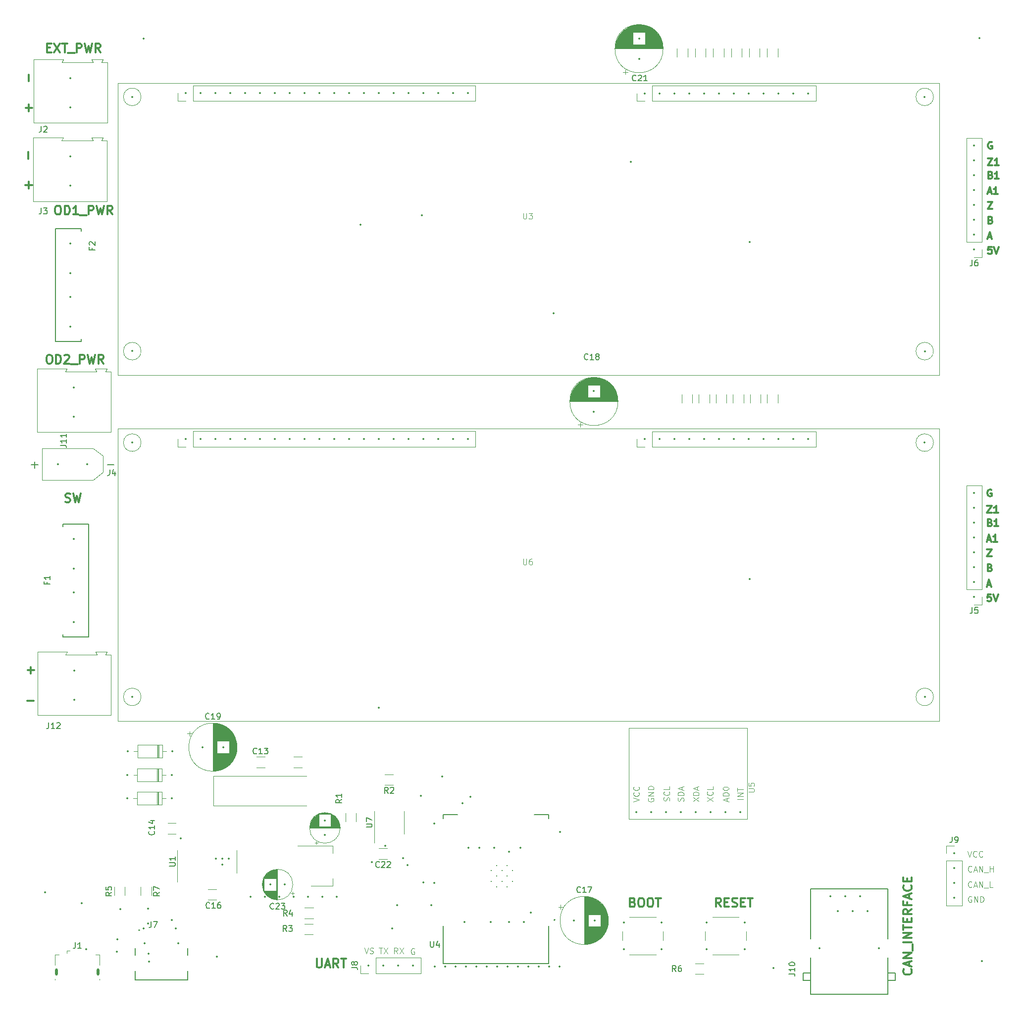
<source format=gto>
%TF.GenerationSoftware,KiCad,Pcbnew,7.0.1*%
%TF.CreationDate,2024-06-17T10:29:33+02:00*%
%TF.ProjectId,ODRIVE_V1.0,4f445249-5645-45f5-9631-2e302e6b6963,rev?*%
%TF.SameCoordinates,Original*%
%TF.FileFunction,Legend,Top*%
%TF.FilePolarity,Positive*%
%FSLAX46Y46*%
G04 Gerber Fmt 4.6, Leading zero omitted, Abs format (unit mm)*
G04 Created by KiCad (PCBNEW 7.0.1) date 2024-06-17 10:29:33*
%MOMM*%
%LPD*%
G01*
G04 APERTURE LIST*
%ADD10C,0.125000*%
%ADD11C,0.300000*%
%ADD12C,0.150000*%
%ADD13C,0.100000*%
%ADD14C,0.120000*%
%ADD15C,0.200000*%
%ADD16C,0.127000*%
%ADD17C,0.350000*%
%ADD18C,0.200000*%
%ADD19O,0.450000X1.250000*%
G04 APERTURE END LIST*
D10*
X171761904Y-166175238D02*
X171666666Y-166127619D01*
X171666666Y-166127619D02*
X171523809Y-166127619D01*
X171523809Y-166127619D02*
X171380952Y-166175238D01*
X171380952Y-166175238D02*
X171285714Y-166270476D01*
X171285714Y-166270476D02*
X171238095Y-166365714D01*
X171238095Y-166365714D02*
X171190476Y-166556190D01*
X171190476Y-166556190D02*
X171190476Y-166699047D01*
X171190476Y-166699047D02*
X171238095Y-166889523D01*
X171238095Y-166889523D02*
X171285714Y-166984761D01*
X171285714Y-166984761D02*
X171380952Y-167080000D01*
X171380952Y-167080000D02*
X171523809Y-167127619D01*
X171523809Y-167127619D02*
X171619047Y-167127619D01*
X171619047Y-167127619D02*
X171761904Y-167080000D01*
X171761904Y-167080000D02*
X171809523Y-167032380D01*
X171809523Y-167032380D02*
X171809523Y-166699047D01*
X171809523Y-166699047D02*
X171619047Y-166699047D01*
X172238095Y-167127619D02*
X172238095Y-166127619D01*
X172238095Y-166127619D02*
X172809523Y-167127619D01*
X172809523Y-167127619D02*
X172809523Y-166127619D01*
X173285714Y-167127619D02*
X173285714Y-166127619D01*
X173285714Y-166127619D02*
X173523809Y-166127619D01*
X173523809Y-166127619D02*
X173666666Y-166175238D01*
X173666666Y-166175238D02*
X173761904Y-166270476D01*
X173761904Y-166270476D02*
X173809523Y-166365714D01*
X173809523Y-166365714D02*
X173857142Y-166556190D01*
X173857142Y-166556190D02*
X173857142Y-166699047D01*
X173857142Y-166699047D02*
X173809523Y-166889523D01*
X173809523Y-166889523D02*
X173761904Y-166984761D01*
X173761904Y-166984761D02*
X173666666Y-167080000D01*
X173666666Y-167080000D02*
X173523809Y-167127619D01*
X173523809Y-167127619D02*
X173285714Y-167127619D01*
X171809523Y-164482380D02*
X171761904Y-164530000D01*
X171761904Y-164530000D02*
X171619047Y-164577619D01*
X171619047Y-164577619D02*
X171523809Y-164577619D01*
X171523809Y-164577619D02*
X171380952Y-164530000D01*
X171380952Y-164530000D02*
X171285714Y-164434761D01*
X171285714Y-164434761D02*
X171238095Y-164339523D01*
X171238095Y-164339523D02*
X171190476Y-164149047D01*
X171190476Y-164149047D02*
X171190476Y-164006190D01*
X171190476Y-164006190D02*
X171238095Y-163815714D01*
X171238095Y-163815714D02*
X171285714Y-163720476D01*
X171285714Y-163720476D02*
X171380952Y-163625238D01*
X171380952Y-163625238D02*
X171523809Y-163577619D01*
X171523809Y-163577619D02*
X171619047Y-163577619D01*
X171619047Y-163577619D02*
X171761904Y-163625238D01*
X171761904Y-163625238D02*
X171809523Y-163672857D01*
X172190476Y-164291904D02*
X172666666Y-164291904D01*
X172095238Y-164577619D02*
X172428571Y-163577619D01*
X172428571Y-163577619D02*
X172761904Y-164577619D01*
X173095238Y-164577619D02*
X173095238Y-163577619D01*
X173095238Y-163577619D02*
X173666666Y-164577619D01*
X173666666Y-164577619D02*
X173666666Y-163577619D01*
X173904762Y-164672857D02*
X174666666Y-164672857D01*
X175380952Y-164577619D02*
X174904762Y-164577619D01*
X174904762Y-164577619D02*
X174904762Y-163577619D01*
X171809523Y-161832380D02*
X171761904Y-161880000D01*
X171761904Y-161880000D02*
X171619047Y-161927619D01*
X171619047Y-161927619D02*
X171523809Y-161927619D01*
X171523809Y-161927619D02*
X171380952Y-161880000D01*
X171380952Y-161880000D02*
X171285714Y-161784761D01*
X171285714Y-161784761D02*
X171238095Y-161689523D01*
X171238095Y-161689523D02*
X171190476Y-161499047D01*
X171190476Y-161499047D02*
X171190476Y-161356190D01*
X171190476Y-161356190D02*
X171238095Y-161165714D01*
X171238095Y-161165714D02*
X171285714Y-161070476D01*
X171285714Y-161070476D02*
X171380952Y-160975238D01*
X171380952Y-160975238D02*
X171523809Y-160927619D01*
X171523809Y-160927619D02*
X171619047Y-160927619D01*
X171619047Y-160927619D02*
X171761904Y-160975238D01*
X171761904Y-160975238D02*
X171809523Y-161022857D01*
X172190476Y-161641904D02*
X172666666Y-161641904D01*
X172095238Y-161927619D02*
X172428571Y-160927619D01*
X172428571Y-160927619D02*
X172761904Y-161927619D01*
X173095238Y-161927619D02*
X173095238Y-160927619D01*
X173095238Y-160927619D02*
X173666666Y-161927619D01*
X173666666Y-161927619D02*
X173666666Y-160927619D01*
X173904762Y-162022857D02*
X174666666Y-162022857D01*
X174904762Y-161927619D02*
X174904762Y-160927619D01*
X174904762Y-161403809D02*
X175476190Y-161403809D01*
X175476190Y-161927619D02*
X175476190Y-160927619D01*
X171095238Y-158377619D02*
X171428571Y-159377619D01*
X171428571Y-159377619D02*
X171761904Y-158377619D01*
X172666666Y-159282380D02*
X172619047Y-159330000D01*
X172619047Y-159330000D02*
X172476190Y-159377619D01*
X172476190Y-159377619D02*
X172380952Y-159377619D01*
X172380952Y-159377619D02*
X172238095Y-159330000D01*
X172238095Y-159330000D02*
X172142857Y-159234761D01*
X172142857Y-159234761D02*
X172095238Y-159139523D01*
X172095238Y-159139523D02*
X172047619Y-158949047D01*
X172047619Y-158949047D02*
X172047619Y-158806190D01*
X172047619Y-158806190D02*
X172095238Y-158615714D01*
X172095238Y-158615714D02*
X172142857Y-158520476D01*
X172142857Y-158520476D02*
X172238095Y-158425238D01*
X172238095Y-158425238D02*
X172380952Y-158377619D01*
X172380952Y-158377619D02*
X172476190Y-158377619D01*
X172476190Y-158377619D02*
X172619047Y-158425238D01*
X172619047Y-158425238D02*
X172666666Y-158472857D01*
X173666666Y-159282380D02*
X173619047Y-159330000D01*
X173619047Y-159330000D02*
X173476190Y-159377619D01*
X173476190Y-159377619D02*
X173380952Y-159377619D01*
X173380952Y-159377619D02*
X173238095Y-159330000D01*
X173238095Y-159330000D02*
X173142857Y-159234761D01*
X173142857Y-159234761D02*
X173095238Y-159139523D01*
X173095238Y-159139523D02*
X173047619Y-158949047D01*
X173047619Y-158949047D02*
X173047619Y-158806190D01*
X173047619Y-158806190D02*
X173095238Y-158615714D01*
X173095238Y-158615714D02*
X173142857Y-158520476D01*
X173142857Y-158520476D02*
X173238095Y-158425238D01*
X173238095Y-158425238D02*
X173380952Y-158377619D01*
X173380952Y-158377619D02*
X173476190Y-158377619D01*
X173476190Y-158377619D02*
X173619047Y-158425238D01*
X173619047Y-158425238D02*
X173666666Y-158472857D01*
D11*
X174578571Y-53360285D02*
X175150000Y-53360285D01*
X174464285Y-53703142D02*
X174864285Y-52503142D01*
X174864285Y-52503142D02*
X175264285Y-53703142D01*
X175264285Y-37110285D02*
X175150000Y-37053142D01*
X175150000Y-37053142D02*
X174978571Y-37053142D01*
X174978571Y-37053142D02*
X174807142Y-37110285D01*
X174807142Y-37110285D02*
X174692857Y-37224571D01*
X174692857Y-37224571D02*
X174635714Y-37338857D01*
X174635714Y-37338857D02*
X174578571Y-37567428D01*
X174578571Y-37567428D02*
X174578571Y-37738857D01*
X174578571Y-37738857D02*
X174635714Y-37967428D01*
X174635714Y-37967428D02*
X174692857Y-38081714D01*
X174692857Y-38081714D02*
X174807142Y-38196000D01*
X174807142Y-38196000D02*
X174978571Y-38253142D01*
X174978571Y-38253142D02*
X175092857Y-38253142D01*
X175092857Y-38253142D02*
X175264285Y-38196000D01*
X175264285Y-38196000D02*
X175321428Y-38138857D01*
X175321428Y-38138857D02*
X175321428Y-37738857D01*
X175321428Y-37738857D02*
X175092857Y-37738857D01*
D10*
X67945238Y-174927619D02*
X68278571Y-175927619D01*
X68278571Y-175927619D02*
X68611904Y-174927619D01*
X68897619Y-175880000D02*
X69040476Y-175927619D01*
X69040476Y-175927619D02*
X69278571Y-175927619D01*
X69278571Y-175927619D02*
X69373809Y-175880000D01*
X69373809Y-175880000D02*
X69421428Y-175832380D01*
X69421428Y-175832380D02*
X69469047Y-175737142D01*
X69469047Y-175737142D02*
X69469047Y-175641904D01*
X69469047Y-175641904D02*
X69421428Y-175546666D01*
X69421428Y-175546666D02*
X69373809Y-175499047D01*
X69373809Y-175499047D02*
X69278571Y-175451428D01*
X69278571Y-175451428D02*
X69088095Y-175403809D01*
X69088095Y-175403809D02*
X68992857Y-175356190D01*
X68992857Y-175356190D02*
X68945238Y-175308571D01*
X68945238Y-175308571D02*
X68897619Y-175213333D01*
X68897619Y-175213333D02*
X68897619Y-175118095D01*
X68897619Y-175118095D02*
X68945238Y-175022857D01*
X68945238Y-175022857D02*
X68992857Y-174975238D01*
X68992857Y-174975238D02*
X69088095Y-174927619D01*
X69088095Y-174927619D02*
X69326190Y-174927619D01*
X69326190Y-174927619D02*
X69469047Y-174975238D01*
D11*
X10595000Y-31792857D02*
X10595000Y-30650000D01*
X11166428Y-31221428D02*
X10023571Y-31221428D01*
X128914285Y-167916428D02*
X128414285Y-167202142D01*
X128057142Y-167916428D02*
X128057142Y-166416428D01*
X128057142Y-166416428D02*
X128628571Y-166416428D01*
X128628571Y-166416428D02*
X128771428Y-166487857D01*
X128771428Y-166487857D02*
X128842857Y-166559285D01*
X128842857Y-166559285D02*
X128914285Y-166702142D01*
X128914285Y-166702142D02*
X128914285Y-166916428D01*
X128914285Y-166916428D02*
X128842857Y-167059285D01*
X128842857Y-167059285D02*
X128771428Y-167130714D01*
X128771428Y-167130714D02*
X128628571Y-167202142D01*
X128628571Y-167202142D02*
X128057142Y-167202142D01*
X129557142Y-167130714D02*
X130057142Y-167130714D01*
X130271428Y-167916428D02*
X129557142Y-167916428D01*
X129557142Y-167916428D02*
X129557142Y-166416428D01*
X129557142Y-166416428D02*
X130271428Y-166416428D01*
X130842857Y-167845000D02*
X131057143Y-167916428D01*
X131057143Y-167916428D02*
X131414285Y-167916428D01*
X131414285Y-167916428D02*
X131557143Y-167845000D01*
X131557143Y-167845000D02*
X131628571Y-167773571D01*
X131628571Y-167773571D02*
X131700000Y-167630714D01*
X131700000Y-167630714D02*
X131700000Y-167487857D01*
X131700000Y-167487857D02*
X131628571Y-167345000D01*
X131628571Y-167345000D02*
X131557143Y-167273571D01*
X131557143Y-167273571D02*
X131414285Y-167202142D01*
X131414285Y-167202142D02*
X131128571Y-167130714D01*
X131128571Y-167130714D02*
X130985714Y-167059285D01*
X130985714Y-167059285D02*
X130914285Y-166987857D01*
X130914285Y-166987857D02*
X130842857Y-166845000D01*
X130842857Y-166845000D02*
X130842857Y-166702142D01*
X130842857Y-166702142D02*
X130914285Y-166559285D01*
X130914285Y-166559285D02*
X130985714Y-166487857D01*
X130985714Y-166487857D02*
X131128571Y-166416428D01*
X131128571Y-166416428D02*
X131485714Y-166416428D01*
X131485714Y-166416428D02*
X131700000Y-166487857D01*
X132342856Y-167130714D02*
X132842856Y-167130714D01*
X133057142Y-167916428D02*
X132342856Y-167916428D01*
X132342856Y-167916428D02*
X132342856Y-166416428D01*
X132342856Y-166416428D02*
X133057142Y-166416428D01*
X133485714Y-166416428D02*
X134342857Y-166416428D01*
X133914285Y-167916428D02*
X133914285Y-166416428D01*
X161423571Y-178585714D02*
X161495000Y-178657142D01*
X161495000Y-178657142D02*
X161566428Y-178871428D01*
X161566428Y-178871428D02*
X161566428Y-179014285D01*
X161566428Y-179014285D02*
X161495000Y-179228571D01*
X161495000Y-179228571D02*
X161352142Y-179371428D01*
X161352142Y-179371428D02*
X161209285Y-179442857D01*
X161209285Y-179442857D02*
X160923571Y-179514285D01*
X160923571Y-179514285D02*
X160709285Y-179514285D01*
X160709285Y-179514285D02*
X160423571Y-179442857D01*
X160423571Y-179442857D02*
X160280714Y-179371428D01*
X160280714Y-179371428D02*
X160137857Y-179228571D01*
X160137857Y-179228571D02*
X160066428Y-179014285D01*
X160066428Y-179014285D02*
X160066428Y-178871428D01*
X160066428Y-178871428D02*
X160137857Y-178657142D01*
X160137857Y-178657142D02*
X160209285Y-178585714D01*
X161137857Y-178014285D02*
X161137857Y-177300000D01*
X161566428Y-178157142D02*
X160066428Y-177657142D01*
X160066428Y-177657142D02*
X161566428Y-177157142D01*
X161566428Y-176657143D02*
X160066428Y-176657143D01*
X160066428Y-176657143D02*
X161566428Y-175800000D01*
X161566428Y-175800000D02*
X160066428Y-175800000D01*
X161709285Y-175442857D02*
X161709285Y-174299999D01*
X161566428Y-173942857D02*
X160066428Y-173942857D01*
X161566428Y-173228571D02*
X160066428Y-173228571D01*
X160066428Y-173228571D02*
X161566428Y-172371428D01*
X161566428Y-172371428D02*
X160066428Y-172371428D01*
X160066428Y-171871427D02*
X160066428Y-171014285D01*
X161566428Y-171442856D02*
X160066428Y-171442856D01*
X160780714Y-170514285D02*
X160780714Y-170014285D01*
X161566428Y-169799999D02*
X161566428Y-170514285D01*
X161566428Y-170514285D02*
X160066428Y-170514285D01*
X160066428Y-170514285D02*
X160066428Y-169799999D01*
X161566428Y-168299999D02*
X160852142Y-168799999D01*
X161566428Y-169157142D02*
X160066428Y-169157142D01*
X160066428Y-169157142D02*
X160066428Y-168585713D01*
X160066428Y-168585713D02*
X160137857Y-168442856D01*
X160137857Y-168442856D02*
X160209285Y-168371427D01*
X160209285Y-168371427D02*
X160352142Y-168299999D01*
X160352142Y-168299999D02*
X160566428Y-168299999D01*
X160566428Y-168299999D02*
X160709285Y-168371427D01*
X160709285Y-168371427D02*
X160780714Y-168442856D01*
X160780714Y-168442856D02*
X160852142Y-168585713D01*
X160852142Y-168585713D02*
X160852142Y-169157142D01*
X160780714Y-167157142D02*
X160780714Y-167657142D01*
X161566428Y-167657142D02*
X160066428Y-167657142D01*
X160066428Y-167657142D02*
X160066428Y-166942856D01*
X161137857Y-166442856D02*
X161137857Y-165728571D01*
X161566428Y-166585713D02*
X160066428Y-166085713D01*
X160066428Y-166085713D02*
X161566428Y-165585713D01*
X161423571Y-164228571D02*
X161495000Y-164299999D01*
X161495000Y-164299999D02*
X161566428Y-164514285D01*
X161566428Y-164514285D02*
X161566428Y-164657142D01*
X161566428Y-164657142D02*
X161495000Y-164871428D01*
X161495000Y-164871428D02*
X161352142Y-165014285D01*
X161352142Y-165014285D02*
X161209285Y-165085714D01*
X161209285Y-165085714D02*
X160923571Y-165157142D01*
X160923571Y-165157142D02*
X160709285Y-165157142D01*
X160709285Y-165157142D02*
X160423571Y-165085714D01*
X160423571Y-165085714D02*
X160280714Y-165014285D01*
X160280714Y-165014285D02*
X160137857Y-164871428D01*
X160137857Y-164871428D02*
X160066428Y-164657142D01*
X160066428Y-164657142D02*
X160066428Y-164514285D01*
X160066428Y-164514285D02*
X160137857Y-164299999D01*
X160137857Y-164299999D02*
X160209285Y-164228571D01*
X160780714Y-163585714D02*
X160780714Y-163085714D01*
X161566428Y-162871428D02*
X161566428Y-163585714D01*
X161566428Y-163585714D02*
X160066428Y-163585714D01*
X160066428Y-163585714D02*
X160066428Y-162871428D01*
X174521428Y-39853142D02*
X175321428Y-39853142D01*
X175321428Y-39853142D02*
X174521428Y-41053142D01*
X174521428Y-41053142D02*
X175321428Y-41053142D01*
X176407142Y-41053142D02*
X175721428Y-41053142D01*
X176064285Y-41053142D02*
X176064285Y-39853142D01*
X176064285Y-39853142D02*
X175949999Y-40024571D01*
X175949999Y-40024571D02*
X175835714Y-40138857D01*
X175835714Y-40138857D02*
X175721428Y-40196000D01*
X10595000Y-26692857D02*
X10595000Y-25550000D01*
X10357142Y-127445000D02*
X11500000Y-127445000D01*
X10928571Y-128016428D02*
X10928571Y-126873571D01*
D10*
X76511904Y-175075238D02*
X76416666Y-175027619D01*
X76416666Y-175027619D02*
X76273809Y-175027619D01*
X76273809Y-175027619D02*
X76130952Y-175075238D01*
X76130952Y-175075238D02*
X76035714Y-175170476D01*
X76035714Y-175170476D02*
X75988095Y-175265714D01*
X75988095Y-175265714D02*
X75940476Y-175456190D01*
X75940476Y-175456190D02*
X75940476Y-175599047D01*
X75940476Y-175599047D02*
X75988095Y-175789523D01*
X75988095Y-175789523D02*
X76035714Y-175884761D01*
X76035714Y-175884761D02*
X76130952Y-175980000D01*
X76130952Y-175980000D02*
X76273809Y-176027619D01*
X76273809Y-176027619D02*
X76369047Y-176027619D01*
X76369047Y-176027619D02*
X76511904Y-175980000D01*
X76511904Y-175980000D02*
X76559523Y-175932380D01*
X76559523Y-175932380D02*
X76559523Y-175599047D01*
X76559523Y-175599047D02*
X76369047Y-175599047D01*
D11*
X59807142Y-176816428D02*
X59807142Y-178030714D01*
X59807142Y-178030714D02*
X59878571Y-178173571D01*
X59878571Y-178173571D02*
X59950000Y-178245000D01*
X59950000Y-178245000D02*
X60092857Y-178316428D01*
X60092857Y-178316428D02*
X60378571Y-178316428D01*
X60378571Y-178316428D02*
X60521428Y-178245000D01*
X60521428Y-178245000D02*
X60592857Y-178173571D01*
X60592857Y-178173571D02*
X60664285Y-178030714D01*
X60664285Y-178030714D02*
X60664285Y-176816428D01*
X61307143Y-177887857D02*
X62021429Y-177887857D01*
X61164286Y-178316428D02*
X61664286Y-176816428D01*
X61664286Y-176816428D02*
X62164286Y-178316428D01*
X63521428Y-178316428D02*
X63021428Y-177602142D01*
X62664285Y-178316428D02*
X62664285Y-176816428D01*
X62664285Y-176816428D02*
X63235714Y-176816428D01*
X63235714Y-176816428D02*
X63378571Y-176887857D01*
X63378571Y-176887857D02*
X63450000Y-176959285D01*
X63450000Y-176959285D02*
X63521428Y-177102142D01*
X63521428Y-177102142D02*
X63521428Y-177316428D01*
X63521428Y-177316428D02*
X63450000Y-177459285D01*
X63450000Y-177459285D02*
X63378571Y-177530714D01*
X63378571Y-177530714D02*
X63235714Y-177602142D01*
X63235714Y-177602142D02*
X62664285Y-177602142D01*
X63950000Y-176816428D02*
X64807143Y-176816428D01*
X64378571Y-178316428D02*
X64378571Y-176816428D01*
X174478571Y-105110285D02*
X175050000Y-105110285D01*
X174364285Y-105453142D02*
X174764285Y-104253142D01*
X174764285Y-104253142D02*
X175164285Y-105453142D01*
X176192856Y-105453142D02*
X175507142Y-105453142D01*
X175849999Y-105453142D02*
X175849999Y-104253142D01*
X175849999Y-104253142D02*
X175735713Y-104424571D01*
X175735713Y-104424571D02*
X175621428Y-104538857D01*
X175621428Y-104538857D02*
X175507142Y-104596000D01*
X175107142Y-114453142D02*
X174535714Y-114453142D01*
X174535714Y-114453142D02*
X174478571Y-115024571D01*
X174478571Y-115024571D02*
X174535714Y-114967428D01*
X174535714Y-114967428D02*
X174650000Y-114910285D01*
X174650000Y-114910285D02*
X174935714Y-114910285D01*
X174935714Y-114910285D02*
X175050000Y-114967428D01*
X175050000Y-114967428D02*
X175107142Y-115024571D01*
X175107142Y-115024571D02*
X175164285Y-115138857D01*
X175164285Y-115138857D02*
X175164285Y-115424571D01*
X175164285Y-115424571D02*
X175107142Y-115538857D01*
X175107142Y-115538857D02*
X175050000Y-115596000D01*
X175050000Y-115596000D02*
X174935714Y-115653142D01*
X174935714Y-115653142D02*
X174650000Y-115653142D01*
X174650000Y-115653142D02*
X174535714Y-115596000D01*
X174535714Y-115596000D02*
X174478571Y-115538857D01*
X175507142Y-114453142D02*
X175907142Y-115653142D01*
X175907142Y-115653142D02*
X176307142Y-114453142D01*
X10495000Y-39942857D02*
X10495000Y-38800000D01*
D10*
X73659523Y-175927619D02*
X73326190Y-175451428D01*
X73088095Y-175927619D02*
X73088095Y-174927619D01*
X73088095Y-174927619D02*
X73469047Y-174927619D01*
X73469047Y-174927619D02*
X73564285Y-174975238D01*
X73564285Y-174975238D02*
X73611904Y-175022857D01*
X73611904Y-175022857D02*
X73659523Y-175118095D01*
X73659523Y-175118095D02*
X73659523Y-175260952D01*
X73659523Y-175260952D02*
X73611904Y-175356190D01*
X73611904Y-175356190D02*
X73564285Y-175403809D01*
X73564285Y-175403809D02*
X73469047Y-175451428D01*
X73469047Y-175451428D02*
X73088095Y-175451428D01*
X73992857Y-174927619D02*
X74659523Y-175927619D01*
X74659523Y-174927619D02*
X73992857Y-175927619D01*
D11*
X13942857Y-73466428D02*
X14228571Y-73466428D01*
X14228571Y-73466428D02*
X14371428Y-73537857D01*
X14371428Y-73537857D02*
X14514285Y-73680714D01*
X14514285Y-73680714D02*
X14585714Y-73966428D01*
X14585714Y-73966428D02*
X14585714Y-74466428D01*
X14585714Y-74466428D02*
X14514285Y-74752142D01*
X14514285Y-74752142D02*
X14371428Y-74895000D01*
X14371428Y-74895000D02*
X14228571Y-74966428D01*
X14228571Y-74966428D02*
X13942857Y-74966428D01*
X13942857Y-74966428D02*
X13800000Y-74895000D01*
X13800000Y-74895000D02*
X13657142Y-74752142D01*
X13657142Y-74752142D02*
X13585714Y-74466428D01*
X13585714Y-74466428D02*
X13585714Y-73966428D01*
X13585714Y-73966428D02*
X13657142Y-73680714D01*
X13657142Y-73680714D02*
X13800000Y-73537857D01*
X13800000Y-73537857D02*
X13942857Y-73466428D01*
X15228571Y-74966428D02*
X15228571Y-73466428D01*
X15228571Y-73466428D02*
X15585714Y-73466428D01*
X15585714Y-73466428D02*
X15800000Y-73537857D01*
X15800000Y-73537857D02*
X15942857Y-73680714D01*
X15942857Y-73680714D02*
X16014286Y-73823571D01*
X16014286Y-73823571D02*
X16085714Y-74109285D01*
X16085714Y-74109285D02*
X16085714Y-74323571D01*
X16085714Y-74323571D02*
X16014286Y-74609285D01*
X16014286Y-74609285D02*
X15942857Y-74752142D01*
X15942857Y-74752142D02*
X15800000Y-74895000D01*
X15800000Y-74895000D02*
X15585714Y-74966428D01*
X15585714Y-74966428D02*
X15228571Y-74966428D01*
X16657143Y-73609285D02*
X16728571Y-73537857D01*
X16728571Y-73537857D02*
X16871429Y-73466428D01*
X16871429Y-73466428D02*
X17228571Y-73466428D01*
X17228571Y-73466428D02*
X17371429Y-73537857D01*
X17371429Y-73537857D02*
X17442857Y-73609285D01*
X17442857Y-73609285D02*
X17514286Y-73752142D01*
X17514286Y-73752142D02*
X17514286Y-73895000D01*
X17514286Y-73895000D02*
X17442857Y-74109285D01*
X17442857Y-74109285D02*
X16585714Y-74966428D01*
X16585714Y-74966428D02*
X17514286Y-74966428D01*
X17800000Y-75109285D02*
X18942857Y-75109285D01*
X19299999Y-74966428D02*
X19299999Y-73466428D01*
X19299999Y-73466428D02*
X19871428Y-73466428D01*
X19871428Y-73466428D02*
X20014285Y-73537857D01*
X20014285Y-73537857D02*
X20085714Y-73609285D01*
X20085714Y-73609285D02*
X20157142Y-73752142D01*
X20157142Y-73752142D02*
X20157142Y-73966428D01*
X20157142Y-73966428D02*
X20085714Y-74109285D01*
X20085714Y-74109285D02*
X20014285Y-74180714D01*
X20014285Y-74180714D02*
X19871428Y-74252142D01*
X19871428Y-74252142D02*
X19299999Y-74252142D01*
X20657142Y-73466428D02*
X21014285Y-74966428D01*
X21014285Y-74966428D02*
X21299999Y-73895000D01*
X21299999Y-73895000D02*
X21585714Y-74966428D01*
X21585714Y-74966428D02*
X21942857Y-73466428D01*
X23371428Y-74966428D02*
X22871428Y-74252142D01*
X22514285Y-74966428D02*
X22514285Y-73466428D01*
X22514285Y-73466428D02*
X23085714Y-73466428D01*
X23085714Y-73466428D02*
X23228571Y-73537857D01*
X23228571Y-73537857D02*
X23300000Y-73609285D01*
X23300000Y-73609285D02*
X23371428Y-73752142D01*
X23371428Y-73752142D02*
X23371428Y-73966428D01*
X23371428Y-73966428D02*
X23300000Y-74109285D01*
X23300000Y-74109285D02*
X23228571Y-74180714D01*
X23228571Y-74180714D02*
X23085714Y-74252142D01*
X23085714Y-74252142D02*
X22514285Y-74252142D01*
X10307142Y-132645000D02*
X11450000Y-132645000D01*
X174478571Y-112810285D02*
X175050000Y-112810285D01*
X174364285Y-113153142D02*
X174764285Y-111953142D01*
X174764285Y-111953142D02*
X175164285Y-113153142D01*
X175035714Y-50424571D02*
X175207142Y-50481714D01*
X175207142Y-50481714D02*
X175264285Y-50538857D01*
X175264285Y-50538857D02*
X175321428Y-50653142D01*
X175321428Y-50653142D02*
X175321428Y-50824571D01*
X175321428Y-50824571D02*
X175264285Y-50938857D01*
X175264285Y-50938857D02*
X175207142Y-50996000D01*
X175207142Y-50996000D02*
X175092857Y-51053142D01*
X175092857Y-51053142D02*
X174635714Y-51053142D01*
X174635714Y-51053142D02*
X174635714Y-49853142D01*
X174635714Y-49853142D02*
X175035714Y-49853142D01*
X175035714Y-49853142D02*
X175150000Y-49910285D01*
X175150000Y-49910285D02*
X175207142Y-49967428D01*
X175207142Y-49967428D02*
X175264285Y-50081714D01*
X175264285Y-50081714D02*
X175264285Y-50196000D01*
X175264285Y-50196000D02*
X175207142Y-50310285D01*
X175207142Y-50310285D02*
X175150000Y-50367428D01*
X175150000Y-50367428D02*
X175035714Y-50424571D01*
X175035714Y-50424571D02*
X174635714Y-50424571D01*
X175164285Y-96560285D02*
X175050000Y-96503142D01*
X175050000Y-96503142D02*
X174878571Y-96503142D01*
X174878571Y-96503142D02*
X174707142Y-96560285D01*
X174707142Y-96560285D02*
X174592857Y-96674571D01*
X174592857Y-96674571D02*
X174535714Y-96788857D01*
X174535714Y-96788857D02*
X174478571Y-97017428D01*
X174478571Y-97017428D02*
X174478571Y-97188857D01*
X174478571Y-97188857D02*
X174535714Y-97417428D01*
X174535714Y-97417428D02*
X174592857Y-97531714D01*
X174592857Y-97531714D02*
X174707142Y-97646000D01*
X174707142Y-97646000D02*
X174878571Y-97703142D01*
X174878571Y-97703142D02*
X174992857Y-97703142D01*
X174992857Y-97703142D02*
X175164285Y-97646000D01*
X175164285Y-97646000D02*
X175221428Y-97588857D01*
X175221428Y-97588857D02*
X175221428Y-97188857D01*
X175221428Y-97188857D02*
X174992857Y-97188857D01*
X174421428Y-99303142D02*
X175221428Y-99303142D01*
X175221428Y-99303142D02*
X174421428Y-100503142D01*
X174421428Y-100503142D02*
X175221428Y-100503142D01*
X176307142Y-100503142D02*
X175621428Y-100503142D01*
X175964285Y-100503142D02*
X175964285Y-99303142D01*
X175964285Y-99303142D02*
X175849999Y-99474571D01*
X175849999Y-99474571D02*
X175735714Y-99588857D01*
X175735714Y-99588857D02*
X175621428Y-99646000D01*
X113857142Y-167130714D02*
X114071428Y-167202142D01*
X114071428Y-167202142D02*
X114142857Y-167273571D01*
X114142857Y-167273571D02*
X114214285Y-167416428D01*
X114214285Y-167416428D02*
X114214285Y-167630714D01*
X114214285Y-167630714D02*
X114142857Y-167773571D01*
X114142857Y-167773571D02*
X114071428Y-167845000D01*
X114071428Y-167845000D02*
X113928571Y-167916428D01*
X113928571Y-167916428D02*
X113357142Y-167916428D01*
X113357142Y-167916428D02*
X113357142Y-166416428D01*
X113357142Y-166416428D02*
X113857142Y-166416428D01*
X113857142Y-166416428D02*
X114000000Y-166487857D01*
X114000000Y-166487857D02*
X114071428Y-166559285D01*
X114071428Y-166559285D02*
X114142857Y-166702142D01*
X114142857Y-166702142D02*
X114142857Y-166845000D01*
X114142857Y-166845000D02*
X114071428Y-166987857D01*
X114071428Y-166987857D02*
X114000000Y-167059285D01*
X114000000Y-167059285D02*
X113857142Y-167130714D01*
X113857142Y-167130714D02*
X113357142Y-167130714D01*
X115142857Y-166416428D02*
X115428571Y-166416428D01*
X115428571Y-166416428D02*
X115571428Y-166487857D01*
X115571428Y-166487857D02*
X115714285Y-166630714D01*
X115714285Y-166630714D02*
X115785714Y-166916428D01*
X115785714Y-166916428D02*
X115785714Y-167416428D01*
X115785714Y-167416428D02*
X115714285Y-167702142D01*
X115714285Y-167702142D02*
X115571428Y-167845000D01*
X115571428Y-167845000D02*
X115428571Y-167916428D01*
X115428571Y-167916428D02*
X115142857Y-167916428D01*
X115142857Y-167916428D02*
X115000000Y-167845000D01*
X115000000Y-167845000D02*
X114857142Y-167702142D01*
X114857142Y-167702142D02*
X114785714Y-167416428D01*
X114785714Y-167416428D02*
X114785714Y-166916428D01*
X114785714Y-166916428D02*
X114857142Y-166630714D01*
X114857142Y-166630714D02*
X115000000Y-166487857D01*
X115000000Y-166487857D02*
X115142857Y-166416428D01*
X116714286Y-166416428D02*
X117000000Y-166416428D01*
X117000000Y-166416428D02*
X117142857Y-166487857D01*
X117142857Y-166487857D02*
X117285714Y-166630714D01*
X117285714Y-166630714D02*
X117357143Y-166916428D01*
X117357143Y-166916428D02*
X117357143Y-167416428D01*
X117357143Y-167416428D02*
X117285714Y-167702142D01*
X117285714Y-167702142D02*
X117142857Y-167845000D01*
X117142857Y-167845000D02*
X117000000Y-167916428D01*
X117000000Y-167916428D02*
X116714286Y-167916428D01*
X116714286Y-167916428D02*
X116571429Y-167845000D01*
X116571429Y-167845000D02*
X116428571Y-167702142D01*
X116428571Y-167702142D02*
X116357143Y-167416428D01*
X116357143Y-167416428D02*
X116357143Y-166916428D01*
X116357143Y-166916428D02*
X116428571Y-166630714D01*
X116428571Y-166630714D02*
X116571429Y-166487857D01*
X116571429Y-166487857D02*
X116714286Y-166416428D01*
X117785715Y-166416428D02*
X118642858Y-166416428D01*
X118214286Y-167916428D02*
X118214286Y-166416428D01*
X13707142Y-20930714D02*
X14207142Y-20930714D01*
X14421428Y-21716428D02*
X13707142Y-21716428D01*
X13707142Y-21716428D02*
X13707142Y-20216428D01*
X13707142Y-20216428D02*
X14421428Y-20216428D01*
X14921428Y-20216428D02*
X15921428Y-21716428D01*
X15921428Y-20216428D02*
X14921428Y-21716428D01*
X16278571Y-20216428D02*
X17135714Y-20216428D01*
X16707142Y-21716428D02*
X16707142Y-20216428D01*
X17278571Y-21859285D02*
X18421428Y-21859285D01*
X18778570Y-21716428D02*
X18778570Y-20216428D01*
X18778570Y-20216428D02*
X19349999Y-20216428D01*
X19349999Y-20216428D02*
X19492856Y-20287857D01*
X19492856Y-20287857D02*
X19564285Y-20359285D01*
X19564285Y-20359285D02*
X19635713Y-20502142D01*
X19635713Y-20502142D02*
X19635713Y-20716428D01*
X19635713Y-20716428D02*
X19564285Y-20859285D01*
X19564285Y-20859285D02*
X19492856Y-20930714D01*
X19492856Y-20930714D02*
X19349999Y-21002142D01*
X19349999Y-21002142D02*
X18778570Y-21002142D01*
X20135713Y-20216428D02*
X20492856Y-21716428D01*
X20492856Y-21716428D02*
X20778570Y-20645000D01*
X20778570Y-20645000D02*
X21064285Y-21716428D01*
X21064285Y-21716428D02*
X21421428Y-20216428D01*
X22849999Y-21716428D02*
X22349999Y-21002142D01*
X21992856Y-21716428D02*
X21992856Y-20216428D01*
X21992856Y-20216428D02*
X22564285Y-20216428D01*
X22564285Y-20216428D02*
X22707142Y-20287857D01*
X22707142Y-20287857D02*
X22778571Y-20359285D01*
X22778571Y-20359285D02*
X22849999Y-20502142D01*
X22849999Y-20502142D02*
X22849999Y-20716428D01*
X22849999Y-20716428D02*
X22778571Y-20859285D01*
X22778571Y-20859285D02*
X22707142Y-20930714D01*
X22707142Y-20930714D02*
X22564285Y-21002142D01*
X22564285Y-21002142D02*
X21992856Y-21002142D01*
X174935714Y-109874571D02*
X175107142Y-109931714D01*
X175107142Y-109931714D02*
X175164285Y-109988857D01*
X175164285Y-109988857D02*
X175221428Y-110103142D01*
X175221428Y-110103142D02*
X175221428Y-110274571D01*
X175221428Y-110274571D02*
X175164285Y-110388857D01*
X175164285Y-110388857D02*
X175107142Y-110446000D01*
X175107142Y-110446000D02*
X174992857Y-110503142D01*
X174992857Y-110503142D02*
X174535714Y-110503142D01*
X174535714Y-110503142D02*
X174535714Y-109303142D01*
X174535714Y-109303142D02*
X174935714Y-109303142D01*
X174935714Y-109303142D02*
X175050000Y-109360285D01*
X175050000Y-109360285D02*
X175107142Y-109417428D01*
X175107142Y-109417428D02*
X175164285Y-109531714D01*
X175164285Y-109531714D02*
X175164285Y-109646000D01*
X175164285Y-109646000D02*
X175107142Y-109760285D01*
X175107142Y-109760285D02*
X175050000Y-109817428D01*
X175050000Y-109817428D02*
X174935714Y-109874571D01*
X174935714Y-109874571D02*
X174535714Y-109874571D01*
X174521428Y-47303142D02*
X175321428Y-47303142D01*
X175321428Y-47303142D02*
X174521428Y-48503142D01*
X174521428Y-48503142D02*
X175321428Y-48503142D01*
X175207142Y-55003142D02*
X174635714Y-55003142D01*
X174635714Y-55003142D02*
X174578571Y-55574571D01*
X174578571Y-55574571D02*
X174635714Y-55517428D01*
X174635714Y-55517428D02*
X174750000Y-55460285D01*
X174750000Y-55460285D02*
X175035714Y-55460285D01*
X175035714Y-55460285D02*
X175150000Y-55517428D01*
X175150000Y-55517428D02*
X175207142Y-55574571D01*
X175207142Y-55574571D02*
X175264285Y-55688857D01*
X175264285Y-55688857D02*
X175264285Y-55974571D01*
X175264285Y-55974571D02*
X175207142Y-56088857D01*
X175207142Y-56088857D02*
X175150000Y-56146000D01*
X175150000Y-56146000D02*
X175035714Y-56203142D01*
X175035714Y-56203142D02*
X174750000Y-56203142D01*
X174750000Y-56203142D02*
X174635714Y-56146000D01*
X174635714Y-56146000D02*
X174578571Y-56088857D01*
X175607142Y-55003142D02*
X176007142Y-56203142D01*
X176007142Y-56203142D02*
X176407142Y-55003142D01*
X174935714Y-102174571D02*
X175107142Y-102231714D01*
X175107142Y-102231714D02*
X175164285Y-102288857D01*
X175164285Y-102288857D02*
X175221428Y-102403142D01*
X175221428Y-102403142D02*
X175221428Y-102574571D01*
X175221428Y-102574571D02*
X175164285Y-102688857D01*
X175164285Y-102688857D02*
X175107142Y-102746000D01*
X175107142Y-102746000D02*
X174992857Y-102803142D01*
X174992857Y-102803142D02*
X174535714Y-102803142D01*
X174535714Y-102803142D02*
X174535714Y-101603142D01*
X174535714Y-101603142D02*
X174935714Y-101603142D01*
X174935714Y-101603142D02*
X175050000Y-101660285D01*
X175050000Y-101660285D02*
X175107142Y-101717428D01*
X175107142Y-101717428D02*
X175164285Y-101831714D01*
X175164285Y-101831714D02*
X175164285Y-101946000D01*
X175164285Y-101946000D02*
X175107142Y-102060285D01*
X175107142Y-102060285D02*
X175050000Y-102117428D01*
X175050000Y-102117428D02*
X174935714Y-102174571D01*
X174935714Y-102174571D02*
X174535714Y-102174571D01*
X176364285Y-102803142D02*
X175678571Y-102803142D01*
X176021428Y-102803142D02*
X176021428Y-101603142D01*
X176021428Y-101603142D02*
X175907142Y-101774571D01*
X175907142Y-101774571D02*
X175792857Y-101888857D01*
X175792857Y-101888857D02*
X175678571Y-101946000D01*
X175035714Y-42724571D02*
X175207142Y-42781714D01*
X175207142Y-42781714D02*
X175264285Y-42838857D01*
X175264285Y-42838857D02*
X175321428Y-42953142D01*
X175321428Y-42953142D02*
X175321428Y-43124571D01*
X175321428Y-43124571D02*
X175264285Y-43238857D01*
X175264285Y-43238857D02*
X175207142Y-43296000D01*
X175207142Y-43296000D02*
X175092857Y-43353142D01*
X175092857Y-43353142D02*
X174635714Y-43353142D01*
X174635714Y-43353142D02*
X174635714Y-42153142D01*
X174635714Y-42153142D02*
X175035714Y-42153142D01*
X175035714Y-42153142D02*
X175150000Y-42210285D01*
X175150000Y-42210285D02*
X175207142Y-42267428D01*
X175207142Y-42267428D02*
X175264285Y-42381714D01*
X175264285Y-42381714D02*
X175264285Y-42496000D01*
X175264285Y-42496000D02*
X175207142Y-42610285D01*
X175207142Y-42610285D02*
X175150000Y-42667428D01*
X175150000Y-42667428D02*
X175035714Y-42724571D01*
X175035714Y-42724571D02*
X174635714Y-42724571D01*
X176464285Y-43353142D02*
X175778571Y-43353142D01*
X176121428Y-43353142D02*
X176121428Y-42153142D01*
X176121428Y-42153142D02*
X176007142Y-42324571D01*
X176007142Y-42324571D02*
X175892857Y-42438857D01*
X175892857Y-42438857D02*
X175778571Y-42496000D01*
X10545000Y-44992857D02*
X10545000Y-43850000D01*
X11116428Y-44421428D02*
X9973571Y-44421428D01*
X174421428Y-106753142D02*
X175221428Y-106753142D01*
X175221428Y-106753142D02*
X174421428Y-107953142D01*
X174421428Y-107953142D02*
X175221428Y-107953142D01*
D10*
X70445238Y-174927619D02*
X71016666Y-174927619D01*
X70730952Y-175927619D02*
X70730952Y-174927619D01*
X71254762Y-174927619D02*
X71921428Y-175927619D01*
X71921428Y-174927619D02*
X71254762Y-175927619D01*
D11*
X15442857Y-47966428D02*
X15728571Y-47966428D01*
X15728571Y-47966428D02*
X15871428Y-48037857D01*
X15871428Y-48037857D02*
X16014285Y-48180714D01*
X16014285Y-48180714D02*
X16085714Y-48466428D01*
X16085714Y-48466428D02*
X16085714Y-48966428D01*
X16085714Y-48966428D02*
X16014285Y-49252142D01*
X16014285Y-49252142D02*
X15871428Y-49395000D01*
X15871428Y-49395000D02*
X15728571Y-49466428D01*
X15728571Y-49466428D02*
X15442857Y-49466428D01*
X15442857Y-49466428D02*
X15300000Y-49395000D01*
X15300000Y-49395000D02*
X15157142Y-49252142D01*
X15157142Y-49252142D02*
X15085714Y-48966428D01*
X15085714Y-48966428D02*
X15085714Y-48466428D01*
X15085714Y-48466428D02*
X15157142Y-48180714D01*
X15157142Y-48180714D02*
X15300000Y-48037857D01*
X15300000Y-48037857D02*
X15442857Y-47966428D01*
X16728571Y-49466428D02*
X16728571Y-47966428D01*
X16728571Y-47966428D02*
X17085714Y-47966428D01*
X17085714Y-47966428D02*
X17300000Y-48037857D01*
X17300000Y-48037857D02*
X17442857Y-48180714D01*
X17442857Y-48180714D02*
X17514286Y-48323571D01*
X17514286Y-48323571D02*
X17585714Y-48609285D01*
X17585714Y-48609285D02*
X17585714Y-48823571D01*
X17585714Y-48823571D02*
X17514286Y-49109285D01*
X17514286Y-49109285D02*
X17442857Y-49252142D01*
X17442857Y-49252142D02*
X17300000Y-49395000D01*
X17300000Y-49395000D02*
X17085714Y-49466428D01*
X17085714Y-49466428D02*
X16728571Y-49466428D01*
X19014286Y-49466428D02*
X18157143Y-49466428D01*
X18585714Y-49466428D02*
X18585714Y-47966428D01*
X18585714Y-47966428D02*
X18442857Y-48180714D01*
X18442857Y-48180714D02*
X18300000Y-48323571D01*
X18300000Y-48323571D02*
X18157143Y-48395000D01*
X19300000Y-49609285D02*
X20442857Y-49609285D01*
X20799999Y-49466428D02*
X20799999Y-47966428D01*
X20799999Y-47966428D02*
X21371428Y-47966428D01*
X21371428Y-47966428D02*
X21514285Y-48037857D01*
X21514285Y-48037857D02*
X21585714Y-48109285D01*
X21585714Y-48109285D02*
X21657142Y-48252142D01*
X21657142Y-48252142D02*
X21657142Y-48466428D01*
X21657142Y-48466428D02*
X21585714Y-48609285D01*
X21585714Y-48609285D02*
X21514285Y-48680714D01*
X21514285Y-48680714D02*
X21371428Y-48752142D01*
X21371428Y-48752142D02*
X20799999Y-48752142D01*
X22157142Y-47966428D02*
X22514285Y-49466428D01*
X22514285Y-49466428D02*
X22799999Y-48395000D01*
X22799999Y-48395000D02*
X23085714Y-49466428D01*
X23085714Y-49466428D02*
X23442857Y-47966428D01*
X24871428Y-49466428D02*
X24371428Y-48752142D01*
X24014285Y-49466428D02*
X24014285Y-47966428D01*
X24014285Y-47966428D02*
X24585714Y-47966428D01*
X24585714Y-47966428D02*
X24728571Y-48037857D01*
X24728571Y-48037857D02*
X24800000Y-48109285D01*
X24800000Y-48109285D02*
X24871428Y-48252142D01*
X24871428Y-48252142D02*
X24871428Y-48466428D01*
X24871428Y-48466428D02*
X24800000Y-48609285D01*
X24800000Y-48609285D02*
X24728571Y-48680714D01*
X24728571Y-48680714D02*
X24585714Y-48752142D01*
X24585714Y-48752142D02*
X24014285Y-48752142D01*
X174578571Y-45660285D02*
X175150000Y-45660285D01*
X174464285Y-46003142D02*
X174864285Y-44803142D01*
X174864285Y-44803142D02*
X175264285Y-46003142D01*
X176292856Y-46003142D02*
X175607142Y-46003142D01*
X175949999Y-46003142D02*
X175949999Y-44803142D01*
X175949999Y-44803142D02*
X175835713Y-44974571D01*
X175835713Y-44974571D02*
X175721428Y-45088857D01*
X175721428Y-45088857D02*
X175607142Y-45146000D01*
D12*
%TO.C,C19*%
X41407142Y-135717380D02*
X41359523Y-135765000D01*
X41359523Y-135765000D02*
X41216666Y-135812619D01*
X41216666Y-135812619D02*
X41121428Y-135812619D01*
X41121428Y-135812619D02*
X40978571Y-135765000D01*
X40978571Y-135765000D02*
X40883333Y-135669761D01*
X40883333Y-135669761D02*
X40835714Y-135574523D01*
X40835714Y-135574523D02*
X40788095Y-135384047D01*
X40788095Y-135384047D02*
X40788095Y-135241190D01*
X40788095Y-135241190D02*
X40835714Y-135050714D01*
X40835714Y-135050714D02*
X40883333Y-134955476D01*
X40883333Y-134955476D02*
X40978571Y-134860238D01*
X40978571Y-134860238D02*
X41121428Y-134812619D01*
X41121428Y-134812619D02*
X41216666Y-134812619D01*
X41216666Y-134812619D02*
X41359523Y-134860238D01*
X41359523Y-134860238D02*
X41407142Y-134907857D01*
X42359523Y-135812619D02*
X41788095Y-135812619D01*
X42073809Y-135812619D02*
X42073809Y-134812619D01*
X42073809Y-134812619D02*
X41978571Y-134955476D01*
X41978571Y-134955476D02*
X41883333Y-135050714D01*
X41883333Y-135050714D02*
X41788095Y-135098333D01*
X42835714Y-135812619D02*
X43026190Y-135812619D01*
X43026190Y-135812619D02*
X43121428Y-135765000D01*
X43121428Y-135765000D02*
X43169047Y-135717380D01*
X43169047Y-135717380D02*
X43264285Y-135574523D01*
X43264285Y-135574523D02*
X43311904Y-135384047D01*
X43311904Y-135384047D02*
X43311904Y-135003095D01*
X43311904Y-135003095D02*
X43264285Y-134907857D01*
X43264285Y-134907857D02*
X43216666Y-134860238D01*
X43216666Y-134860238D02*
X43121428Y-134812619D01*
X43121428Y-134812619D02*
X42930952Y-134812619D01*
X42930952Y-134812619D02*
X42835714Y-134860238D01*
X42835714Y-134860238D02*
X42788095Y-134907857D01*
X42788095Y-134907857D02*
X42740476Y-135003095D01*
X42740476Y-135003095D02*
X42740476Y-135241190D01*
X42740476Y-135241190D02*
X42788095Y-135336428D01*
X42788095Y-135336428D02*
X42835714Y-135384047D01*
X42835714Y-135384047D02*
X42930952Y-135431666D01*
X42930952Y-135431666D02*
X43121428Y-135431666D01*
X43121428Y-135431666D02*
X43216666Y-135384047D01*
X43216666Y-135384047D02*
X43264285Y-135336428D01*
X43264285Y-135336428D02*
X43311904Y-135241190D01*
%TO.C,J9*%
X168466666Y-155912619D02*
X168466666Y-156626904D01*
X168466666Y-156626904D02*
X168419047Y-156769761D01*
X168419047Y-156769761D02*
X168323809Y-156865000D01*
X168323809Y-156865000D02*
X168180952Y-156912619D01*
X168180952Y-156912619D02*
X168085714Y-156912619D01*
X168990476Y-156912619D02*
X169180952Y-156912619D01*
X169180952Y-156912619D02*
X169276190Y-156865000D01*
X169276190Y-156865000D02*
X169323809Y-156817380D01*
X169323809Y-156817380D02*
X169419047Y-156674523D01*
X169419047Y-156674523D02*
X169466666Y-156484047D01*
X169466666Y-156484047D02*
X169466666Y-156103095D01*
X169466666Y-156103095D02*
X169419047Y-156007857D01*
X169419047Y-156007857D02*
X169371428Y-155960238D01*
X169371428Y-155960238D02*
X169276190Y-155912619D01*
X169276190Y-155912619D02*
X169085714Y-155912619D01*
X169085714Y-155912619D02*
X168990476Y-155960238D01*
X168990476Y-155960238D02*
X168942857Y-156007857D01*
X168942857Y-156007857D02*
X168895238Y-156103095D01*
X168895238Y-156103095D02*
X168895238Y-156341190D01*
X168895238Y-156341190D02*
X168942857Y-156436428D01*
X168942857Y-156436428D02*
X168990476Y-156484047D01*
X168990476Y-156484047D02*
X169085714Y-156531666D01*
X169085714Y-156531666D02*
X169276190Y-156531666D01*
X169276190Y-156531666D02*
X169371428Y-156484047D01*
X169371428Y-156484047D02*
X169419047Y-156436428D01*
X169419047Y-156436428D02*
X169466666Y-156341190D01*
%TO.C,J4*%
X24416666Y-93112619D02*
X24416666Y-93826904D01*
X24416666Y-93826904D02*
X24369047Y-93969761D01*
X24369047Y-93969761D02*
X24273809Y-94065000D01*
X24273809Y-94065000D02*
X24130952Y-94112619D01*
X24130952Y-94112619D02*
X24035714Y-94112619D01*
X25321428Y-93445952D02*
X25321428Y-94112619D01*
X25083333Y-93065000D02*
X24845238Y-93779285D01*
X24845238Y-93779285D02*
X25464285Y-93779285D01*
X24014571Y-92300500D02*
X25157429Y-92300500D01*
X11014571Y-92300500D02*
X12157429Y-92300500D01*
X11586000Y-92871928D02*
X11586000Y-91729071D01*
D11*
X16814286Y-98622500D02*
X17028572Y-98693928D01*
X17028572Y-98693928D02*
X17385714Y-98693928D01*
X17385714Y-98693928D02*
X17528572Y-98622500D01*
X17528572Y-98622500D02*
X17600000Y-98551071D01*
X17600000Y-98551071D02*
X17671429Y-98408214D01*
X17671429Y-98408214D02*
X17671429Y-98265357D01*
X17671429Y-98265357D02*
X17600000Y-98122500D01*
X17600000Y-98122500D02*
X17528572Y-98051071D01*
X17528572Y-98051071D02*
X17385714Y-97979642D01*
X17385714Y-97979642D02*
X17100000Y-97908214D01*
X17100000Y-97908214D02*
X16957143Y-97836785D01*
X16957143Y-97836785D02*
X16885714Y-97765357D01*
X16885714Y-97765357D02*
X16814286Y-97622500D01*
X16814286Y-97622500D02*
X16814286Y-97479642D01*
X16814286Y-97479642D02*
X16885714Y-97336785D01*
X16885714Y-97336785D02*
X16957143Y-97265357D01*
X16957143Y-97265357D02*
X17100000Y-97193928D01*
X17100000Y-97193928D02*
X17457143Y-97193928D01*
X17457143Y-97193928D02*
X17671429Y-97265357D01*
X18171428Y-97193928D02*
X18528571Y-98693928D01*
X18528571Y-98693928D02*
X18814285Y-97622500D01*
X18814285Y-97622500D02*
X19100000Y-98693928D01*
X19100000Y-98693928D02*
X19457143Y-97193928D01*
D12*
%TO.C,J11*%
X15962619Y-88944523D02*
X16676904Y-88944523D01*
X16676904Y-88944523D02*
X16819761Y-88992142D01*
X16819761Y-88992142D02*
X16915000Y-89087380D01*
X16915000Y-89087380D02*
X16962619Y-89230237D01*
X16962619Y-89230237D02*
X16962619Y-89325475D01*
X16962619Y-87944523D02*
X16962619Y-88515951D01*
X16962619Y-88230237D02*
X15962619Y-88230237D01*
X15962619Y-88230237D02*
X16105476Y-88325475D01*
X16105476Y-88325475D02*
X16200714Y-88420713D01*
X16200714Y-88420713D02*
X16248333Y-88515951D01*
X16962619Y-86992142D02*
X16962619Y-87563570D01*
X16962619Y-87277856D02*
X15962619Y-87277856D01*
X15962619Y-87277856D02*
X16105476Y-87373094D01*
X16105476Y-87373094D02*
X16200714Y-87468332D01*
X16200714Y-87468332D02*
X16248333Y-87563570D01*
%TO.C,R1*%
X64090119Y-149541666D02*
X63613928Y-149874999D01*
X64090119Y-150113094D02*
X63090119Y-150113094D01*
X63090119Y-150113094D02*
X63090119Y-149732142D01*
X63090119Y-149732142D02*
X63137738Y-149636904D01*
X63137738Y-149636904D02*
X63185357Y-149589285D01*
X63185357Y-149589285D02*
X63280595Y-149541666D01*
X63280595Y-149541666D02*
X63423452Y-149541666D01*
X63423452Y-149541666D02*
X63518690Y-149589285D01*
X63518690Y-149589285D02*
X63566309Y-149636904D01*
X63566309Y-149636904D02*
X63613928Y-149732142D01*
X63613928Y-149732142D02*
X63613928Y-150113094D01*
X64090119Y-148589285D02*
X64090119Y-149160713D01*
X64090119Y-148874999D02*
X63090119Y-148874999D01*
X63090119Y-148874999D02*
X63232976Y-148970237D01*
X63232976Y-148970237D02*
X63328214Y-149065475D01*
X63328214Y-149065475D02*
X63375833Y-149160713D01*
%TO.C,U7*%
X68267619Y-154286904D02*
X69077142Y-154286904D01*
X69077142Y-154286904D02*
X69172380Y-154239285D01*
X69172380Y-154239285D02*
X69220000Y-154191666D01*
X69220000Y-154191666D02*
X69267619Y-154096428D01*
X69267619Y-154096428D02*
X69267619Y-153905952D01*
X69267619Y-153905952D02*
X69220000Y-153810714D01*
X69220000Y-153810714D02*
X69172380Y-153763095D01*
X69172380Y-153763095D02*
X69077142Y-153715476D01*
X69077142Y-153715476D02*
X68267619Y-153715476D01*
X68267619Y-153334523D02*
X68267619Y-152667857D01*
X68267619Y-152667857D02*
X69267619Y-153096428D01*
%TO.C,J6*%
X171878666Y-57260619D02*
X171878666Y-57974904D01*
X171878666Y-57974904D02*
X171831047Y-58117761D01*
X171831047Y-58117761D02*
X171735809Y-58213000D01*
X171735809Y-58213000D02*
X171592952Y-58260619D01*
X171592952Y-58260619D02*
X171497714Y-58260619D01*
X172783428Y-57260619D02*
X172592952Y-57260619D01*
X172592952Y-57260619D02*
X172497714Y-57308238D01*
X172497714Y-57308238D02*
X172450095Y-57355857D01*
X172450095Y-57355857D02*
X172354857Y-57498714D01*
X172354857Y-57498714D02*
X172307238Y-57689190D01*
X172307238Y-57689190D02*
X172307238Y-58070142D01*
X172307238Y-58070142D02*
X172354857Y-58165380D01*
X172354857Y-58165380D02*
X172402476Y-58213000D01*
X172402476Y-58213000D02*
X172497714Y-58260619D01*
X172497714Y-58260619D02*
X172688190Y-58260619D01*
X172688190Y-58260619D02*
X172783428Y-58213000D01*
X172783428Y-58213000D02*
X172831047Y-58165380D01*
X172831047Y-58165380D02*
X172878666Y-58070142D01*
X172878666Y-58070142D02*
X172878666Y-57832047D01*
X172878666Y-57832047D02*
X172831047Y-57736809D01*
X172831047Y-57736809D02*
X172783428Y-57689190D01*
X172783428Y-57689190D02*
X172688190Y-57641571D01*
X172688190Y-57641571D02*
X172497714Y-57641571D01*
X172497714Y-57641571D02*
X172402476Y-57689190D01*
X172402476Y-57689190D02*
X172354857Y-57736809D01*
X172354857Y-57736809D02*
X172307238Y-57832047D01*
%TO.C,J7*%
X31491666Y-170465119D02*
X31491666Y-171179404D01*
X31491666Y-171179404D02*
X31444047Y-171322261D01*
X31444047Y-171322261D02*
X31348809Y-171417500D01*
X31348809Y-171417500D02*
X31205952Y-171465119D01*
X31205952Y-171465119D02*
X31110714Y-171465119D01*
X31872619Y-170465119D02*
X32539285Y-170465119D01*
X32539285Y-170465119D02*
X32110714Y-171465119D01*
%TO.C,F2*%
X21373809Y-55168333D02*
X21373809Y-55501666D01*
X21897619Y-55501666D02*
X20897619Y-55501666D01*
X20897619Y-55501666D02*
X20897619Y-55025476D01*
X20992857Y-54692142D02*
X20945238Y-54644523D01*
X20945238Y-54644523D02*
X20897619Y-54549285D01*
X20897619Y-54549285D02*
X20897619Y-54311190D01*
X20897619Y-54311190D02*
X20945238Y-54215952D01*
X20945238Y-54215952D02*
X20992857Y-54168333D01*
X20992857Y-54168333D02*
X21088095Y-54120714D01*
X21088095Y-54120714D02*
X21183333Y-54120714D01*
X21183333Y-54120714D02*
X21326190Y-54168333D01*
X21326190Y-54168333D02*
X21897619Y-54739761D01*
X21897619Y-54739761D02*
X21897619Y-54120714D01*
%TO.C,C13*%
X49557142Y-141667380D02*
X49509523Y-141715000D01*
X49509523Y-141715000D02*
X49366666Y-141762619D01*
X49366666Y-141762619D02*
X49271428Y-141762619D01*
X49271428Y-141762619D02*
X49128571Y-141715000D01*
X49128571Y-141715000D02*
X49033333Y-141619761D01*
X49033333Y-141619761D02*
X48985714Y-141524523D01*
X48985714Y-141524523D02*
X48938095Y-141334047D01*
X48938095Y-141334047D02*
X48938095Y-141191190D01*
X48938095Y-141191190D02*
X48985714Y-141000714D01*
X48985714Y-141000714D02*
X49033333Y-140905476D01*
X49033333Y-140905476D02*
X49128571Y-140810238D01*
X49128571Y-140810238D02*
X49271428Y-140762619D01*
X49271428Y-140762619D02*
X49366666Y-140762619D01*
X49366666Y-140762619D02*
X49509523Y-140810238D01*
X49509523Y-140810238D02*
X49557142Y-140857857D01*
X50509523Y-141762619D02*
X49938095Y-141762619D01*
X50223809Y-141762619D02*
X50223809Y-140762619D01*
X50223809Y-140762619D02*
X50128571Y-140905476D01*
X50128571Y-140905476D02*
X50033333Y-141000714D01*
X50033333Y-141000714D02*
X49938095Y-141048333D01*
X50842857Y-140762619D02*
X51461904Y-140762619D01*
X51461904Y-140762619D02*
X51128571Y-141143571D01*
X51128571Y-141143571D02*
X51271428Y-141143571D01*
X51271428Y-141143571D02*
X51366666Y-141191190D01*
X51366666Y-141191190D02*
X51414285Y-141238809D01*
X51414285Y-141238809D02*
X51461904Y-141334047D01*
X51461904Y-141334047D02*
X51461904Y-141572142D01*
X51461904Y-141572142D02*
X51414285Y-141667380D01*
X51414285Y-141667380D02*
X51366666Y-141715000D01*
X51366666Y-141715000D02*
X51271428Y-141762619D01*
X51271428Y-141762619D02*
X50985714Y-141762619D01*
X50985714Y-141762619D02*
X50890476Y-141715000D01*
X50890476Y-141715000D02*
X50842857Y-141667380D01*
D13*
%TO.C,U5*%
X133632619Y-148261904D02*
X134442142Y-148261904D01*
X134442142Y-148261904D02*
X134537380Y-148214285D01*
X134537380Y-148214285D02*
X134585000Y-148166666D01*
X134585000Y-148166666D02*
X134632619Y-148071428D01*
X134632619Y-148071428D02*
X134632619Y-147880952D01*
X134632619Y-147880952D02*
X134585000Y-147785714D01*
X134585000Y-147785714D02*
X134537380Y-147738095D01*
X134537380Y-147738095D02*
X134442142Y-147690476D01*
X134442142Y-147690476D02*
X133632619Y-147690476D01*
X133632619Y-146738095D02*
X133632619Y-147214285D01*
X133632619Y-147214285D02*
X134108809Y-147261904D01*
X134108809Y-147261904D02*
X134061190Y-147214285D01*
X134061190Y-147214285D02*
X134013571Y-147119047D01*
X134013571Y-147119047D02*
X134013571Y-146880952D01*
X134013571Y-146880952D02*
X134061190Y-146785714D01*
X134061190Y-146785714D02*
X134108809Y-146738095D01*
X134108809Y-146738095D02*
X134204047Y-146690476D01*
X134204047Y-146690476D02*
X134442142Y-146690476D01*
X134442142Y-146690476D02*
X134537380Y-146738095D01*
X134537380Y-146738095D02*
X134585000Y-146785714D01*
X134585000Y-146785714D02*
X134632619Y-146880952D01*
X134632619Y-146880952D02*
X134632619Y-147119047D01*
X134632619Y-147119047D02*
X134585000Y-147214285D01*
X134585000Y-147214285D02*
X134537380Y-147261904D01*
X132747619Y-149499999D02*
X131747619Y-149499999D01*
X132747619Y-149023809D02*
X131747619Y-149023809D01*
X131747619Y-149023809D02*
X132747619Y-148452381D01*
X132747619Y-148452381D02*
X131747619Y-148452381D01*
X131747619Y-148119047D02*
X131747619Y-147547619D01*
X132747619Y-147833333D02*
X131747619Y-147833333D01*
X116495238Y-149357142D02*
X116447619Y-149452380D01*
X116447619Y-149452380D02*
X116447619Y-149595237D01*
X116447619Y-149595237D02*
X116495238Y-149738094D01*
X116495238Y-149738094D02*
X116590476Y-149833332D01*
X116590476Y-149833332D02*
X116685714Y-149880951D01*
X116685714Y-149880951D02*
X116876190Y-149928570D01*
X116876190Y-149928570D02*
X117019047Y-149928570D01*
X117019047Y-149928570D02*
X117209523Y-149880951D01*
X117209523Y-149880951D02*
X117304761Y-149833332D01*
X117304761Y-149833332D02*
X117400000Y-149738094D01*
X117400000Y-149738094D02*
X117447619Y-149595237D01*
X117447619Y-149595237D02*
X117447619Y-149499999D01*
X117447619Y-149499999D02*
X117400000Y-149357142D01*
X117400000Y-149357142D02*
X117352380Y-149309523D01*
X117352380Y-149309523D02*
X117019047Y-149309523D01*
X117019047Y-149309523D02*
X117019047Y-149499999D01*
X117447619Y-148880951D02*
X116447619Y-148880951D01*
X116447619Y-148880951D02*
X117447619Y-148309523D01*
X117447619Y-148309523D02*
X116447619Y-148309523D01*
X117447619Y-147833332D02*
X116447619Y-147833332D01*
X116447619Y-147833332D02*
X116447619Y-147595237D01*
X116447619Y-147595237D02*
X116495238Y-147452380D01*
X116495238Y-147452380D02*
X116590476Y-147357142D01*
X116590476Y-147357142D02*
X116685714Y-147309523D01*
X116685714Y-147309523D02*
X116876190Y-147261904D01*
X116876190Y-147261904D02*
X117019047Y-147261904D01*
X117019047Y-147261904D02*
X117209523Y-147309523D01*
X117209523Y-147309523D02*
X117304761Y-147357142D01*
X117304761Y-147357142D02*
X117400000Y-147452380D01*
X117400000Y-147452380D02*
X117447619Y-147595237D01*
X117447619Y-147595237D02*
X117447619Y-147833332D01*
X122500000Y-149809523D02*
X122547619Y-149666666D01*
X122547619Y-149666666D02*
X122547619Y-149428571D01*
X122547619Y-149428571D02*
X122500000Y-149333333D01*
X122500000Y-149333333D02*
X122452380Y-149285714D01*
X122452380Y-149285714D02*
X122357142Y-149238095D01*
X122357142Y-149238095D02*
X122261904Y-149238095D01*
X122261904Y-149238095D02*
X122166666Y-149285714D01*
X122166666Y-149285714D02*
X122119047Y-149333333D01*
X122119047Y-149333333D02*
X122071428Y-149428571D01*
X122071428Y-149428571D02*
X122023809Y-149619047D01*
X122023809Y-149619047D02*
X121976190Y-149714285D01*
X121976190Y-149714285D02*
X121928571Y-149761904D01*
X121928571Y-149761904D02*
X121833333Y-149809523D01*
X121833333Y-149809523D02*
X121738095Y-149809523D01*
X121738095Y-149809523D02*
X121642857Y-149761904D01*
X121642857Y-149761904D02*
X121595238Y-149714285D01*
X121595238Y-149714285D02*
X121547619Y-149619047D01*
X121547619Y-149619047D02*
X121547619Y-149380952D01*
X121547619Y-149380952D02*
X121595238Y-149238095D01*
X122547619Y-148809523D02*
X121547619Y-148809523D01*
X121547619Y-148809523D02*
X121547619Y-148571428D01*
X121547619Y-148571428D02*
X121595238Y-148428571D01*
X121595238Y-148428571D02*
X121690476Y-148333333D01*
X121690476Y-148333333D02*
X121785714Y-148285714D01*
X121785714Y-148285714D02*
X121976190Y-148238095D01*
X121976190Y-148238095D02*
X122119047Y-148238095D01*
X122119047Y-148238095D02*
X122309523Y-148285714D01*
X122309523Y-148285714D02*
X122404761Y-148333333D01*
X122404761Y-148333333D02*
X122500000Y-148428571D01*
X122500000Y-148428571D02*
X122547619Y-148571428D01*
X122547619Y-148571428D02*
X122547619Y-148809523D01*
X122261904Y-147857142D02*
X122261904Y-147380952D01*
X122547619Y-147952380D02*
X121547619Y-147619047D01*
X121547619Y-147619047D02*
X122547619Y-147285714D01*
X120100000Y-149785713D02*
X120147619Y-149642856D01*
X120147619Y-149642856D02*
X120147619Y-149404761D01*
X120147619Y-149404761D02*
X120100000Y-149309523D01*
X120100000Y-149309523D02*
X120052380Y-149261904D01*
X120052380Y-149261904D02*
X119957142Y-149214285D01*
X119957142Y-149214285D02*
X119861904Y-149214285D01*
X119861904Y-149214285D02*
X119766666Y-149261904D01*
X119766666Y-149261904D02*
X119719047Y-149309523D01*
X119719047Y-149309523D02*
X119671428Y-149404761D01*
X119671428Y-149404761D02*
X119623809Y-149595237D01*
X119623809Y-149595237D02*
X119576190Y-149690475D01*
X119576190Y-149690475D02*
X119528571Y-149738094D01*
X119528571Y-149738094D02*
X119433333Y-149785713D01*
X119433333Y-149785713D02*
X119338095Y-149785713D01*
X119338095Y-149785713D02*
X119242857Y-149738094D01*
X119242857Y-149738094D02*
X119195238Y-149690475D01*
X119195238Y-149690475D02*
X119147619Y-149595237D01*
X119147619Y-149595237D02*
X119147619Y-149357142D01*
X119147619Y-149357142D02*
X119195238Y-149214285D01*
X120052380Y-148214285D02*
X120100000Y-148261904D01*
X120100000Y-148261904D02*
X120147619Y-148404761D01*
X120147619Y-148404761D02*
X120147619Y-148499999D01*
X120147619Y-148499999D02*
X120100000Y-148642856D01*
X120100000Y-148642856D02*
X120004761Y-148738094D01*
X120004761Y-148738094D02*
X119909523Y-148785713D01*
X119909523Y-148785713D02*
X119719047Y-148833332D01*
X119719047Y-148833332D02*
X119576190Y-148833332D01*
X119576190Y-148833332D02*
X119385714Y-148785713D01*
X119385714Y-148785713D02*
X119290476Y-148738094D01*
X119290476Y-148738094D02*
X119195238Y-148642856D01*
X119195238Y-148642856D02*
X119147619Y-148499999D01*
X119147619Y-148499999D02*
X119147619Y-148404761D01*
X119147619Y-148404761D02*
X119195238Y-148261904D01*
X119195238Y-148261904D02*
X119242857Y-148214285D01*
X120147619Y-147309523D02*
X120147619Y-147785713D01*
X120147619Y-147785713D02*
X119147619Y-147785713D01*
X126547619Y-149833332D02*
X127547619Y-149166666D01*
X126547619Y-149166666D02*
X127547619Y-149833332D01*
X127452380Y-148214285D02*
X127500000Y-148261904D01*
X127500000Y-148261904D02*
X127547619Y-148404761D01*
X127547619Y-148404761D02*
X127547619Y-148499999D01*
X127547619Y-148499999D02*
X127500000Y-148642856D01*
X127500000Y-148642856D02*
X127404761Y-148738094D01*
X127404761Y-148738094D02*
X127309523Y-148785713D01*
X127309523Y-148785713D02*
X127119047Y-148833332D01*
X127119047Y-148833332D02*
X126976190Y-148833332D01*
X126976190Y-148833332D02*
X126785714Y-148785713D01*
X126785714Y-148785713D02*
X126690476Y-148738094D01*
X126690476Y-148738094D02*
X126595238Y-148642856D01*
X126595238Y-148642856D02*
X126547619Y-148499999D01*
X126547619Y-148499999D02*
X126547619Y-148404761D01*
X126547619Y-148404761D02*
X126595238Y-148261904D01*
X126595238Y-148261904D02*
X126642857Y-148214285D01*
X127547619Y-147309523D02*
X127547619Y-147785713D01*
X127547619Y-147785713D02*
X126547619Y-147785713D01*
X113947619Y-149928570D02*
X114947619Y-149595237D01*
X114947619Y-149595237D02*
X113947619Y-149261904D01*
X114852380Y-148357142D02*
X114900000Y-148404761D01*
X114900000Y-148404761D02*
X114947619Y-148547618D01*
X114947619Y-148547618D02*
X114947619Y-148642856D01*
X114947619Y-148642856D02*
X114900000Y-148785713D01*
X114900000Y-148785713D02*
X114804761Y-148880951D01*
X114804761Y-148880951D02*
X114709523Y-148928570D01*
X114709523Y-148928570D02*
X114519047Y-148976189D01*
X114519047Y-148976189D02*
X114376190Y-148976189D01*
X114376190Y-148976189D02*
X114185714Y-148928570D01*
X114185714Y-148928570D02*
X114090476Y-148880951D01*
X114090476Y-148880951D02*
X113995238Y-148785713D01*
X113995238Y-148785713D02*
X113947619Y-148642856D01*
X113947619Y-148642856D02*
X113947619Y-148547618D01*
X113947619Y-148547618D02*
X113995238Y-148404761D01*
X113995238Y-148404761D02*
X114042857Y-148357142D01*
X114852380Y-147357142D02*
X114900000Y-147404761D01*
X114900000Y-147404761D02*
X114947619Y-147547618D01*
X114947619Y-147547618D02*
X114947619Y-147642856D01*
X114947619Y-147642856D02*
X114900000Y-147785713D01*
X114900000Y-147785713D02*
X114804761Y-147880951D01*
X114804761Y-147880951D02*
X114709523Y-147928570D01*
X114709523Y-147928570D02*
X114519047Y-147976189D01*
X114519047Y-147976189D02*
X114376190Y-147976189D01*
X114376190Y-147976189D02*
X114185714Y-147928570D01*
X114185714Y-147928570D02*
X114090476Y-147880951D01*
X114090476Y-147880951D02*
X113995238Y-147785713D01*
X113995238Y-147785713D02*
X113947619Y-147642856D01*
X113947619Y-147642856D02*
X113947619Y-147547618D01*
X113947619Y-147547618D02*
X113995238Y-147404761D01*
X113995238Y-147404761D02*
X114042857Y-147357142D01*
X129961904Y-149809523D02*
X129961904Y-149333333D01*
X130247619Y-149904761D02*
X129247619Y-149571428D01*
X129247619Y-149571428D02*
X130247619Y-149238095D01*
X130247619Y-148904761D02*
X129247619Y-148904761D01*
X129247619Y-148904761D02*
X129247619Y-148666666D01*
X129247619Y-148666666D02*
X129295238Y-148523809D01*
X129295238Y-148523809D02*
X129390476Y-148428571D01*
X129390476Y-148428571D02*
X129485714Y-148380952D01*
X129485714Y-148380952D02*
X129676190Y-148333333D01*
X129676190Y-148333333D02*
X129819047Y-148333333D01*
X129819047Y-148333333D02*
X130009523Y-148380952D01*
X130009523Y-148380952D02*
X130104761Y-148428571D01*
X130104761Y-148428571D02*
X130200000Y-148523809D01*
X130200000Y-148523809D02*
X130247619Y-148666666D01*
X130247619Y-148666666D02*
X130247619Y-148904761D01*
X129247619Y-147714285D02*
X129247619Y-147619047D01*
X129247619Y-147619047D02*
X129295238Y-147523809D01*
X129295238Y-147523809D02*
X129342857Y-147476190D01*
X129342857Y-147476190D02*
X129438095Y-147428571D01*
X129438095Y-147428571D02*
X129628571Y-147380952D01*
X129628571Y-147380952D02*
X129866666Y-147380952D01*
X129866666Y-147380952D02*
X130057142Y-147428571D01*
X130057142Y-147428571D02*
X130152380Y-147476190D01*
X130152380Y-147476190D02*
X130200000Y-147523809D01*
X130200000Y-147523809D02*
X130247619Y-147619047D01*
X130247619Y-147619047D02*
X130247619Y-147714285D01*
X130247619Y-147714285D02*
X130200000Y-147809523D01*
X130200000Y-147809523D02*
X130152380Y-147857142D01*
X130152380Y-147857142D02*
X130057142Y-147904761D01*
X130057142Y-147904761D02*
X129866666Y-147952380D01*
X129866666Y-147952380D02*
X129628571Y-147952380D01*
X129628571Y-147952380D02*
X129438095Y-147904761D01*
X129438095Y-147904761D02*
X129342857Y-147857142D01*
X129342857Y-147857142D02*
X129295238Y-147809523D01*
X129295238Y-147809523D02*
X129247619Y-147714285D01*
X124147619Y-149857142D02*
X125147619Y-149190476D01*
X124147619Y-149190476D02*
X125147619Y-149857142D01*
X125147619Y-148809523D02*
X124147619Y-148809523D01*
X124147619Y-148809523D02*
X124147619Y-148571428D01*
X124147619Y-148571428D02*
X124195238Y-148428571D01*
X124195238Y-148428571D02*
X124290476Y-148333333D01*
X124290476Y-148333333D02*
X124385714Y-148285714D01*
X124385714Y-148285714D02*
X124576190Y-148238095D01*
X124576190Y-148238095D02*
X124719047Y-148238095D01*
X124719047Y-148238095D02*
X124909523Y-148285714D01*
X124909523Y-148285714D02*
X125004761Y-148333333D01*
X125004761Y-148333333D02*
X125100000Y-148428571D01*
X125100000Y-148428571D02*
X125147619Y-148571428D01*
X125147619Y-148571428D02*
X125147619Y-148809523D01*
X124861904Y-147857142D02*
X124861904Y-147380952D01*
X125147619Y-147952380D02*
X124147619Y-147619047D01*
X124147619Y-147619047D02*
X125147619Y-147285714D01*
D12*
%TO.C,J2*%
X12716666Y-34362619D02*
X12716666Y-35076904D01*
X12716666Y-35076904D02*
X12669047Y-35219761D01*
X12669047Y-35219761D02*
X12573809Y-35315000D01*
X12573809Y-35315000D02*
X12430952Y-35362619D01*
X12430952Y-35362619D02*
X12335714Y-35362619D01*
X13145238Y-34457857D02*
X13192857Y-34410238D01*
X13192857Y-34410238D02*
X13288095Y-34362619D01*
X13288095Y-34362619D02*
X13526190Y-34362619D01*
X13526190Y-34362619D02*
X13621428Y-34410238D01*
X13621428Y-34410238D02*
X13669047Y-34457857D01*
X13669047Y-34457857D02*
X13716666Y-34553095D01*
X13716666Y-34553095D02*
X13716666Y-34648333D01*
X13716666Y-34648333D02*
X13669047Y-34791190D01*
X13669047Y-34791190D02*
X13097619Y-35362619D01*
X13097619Y-35362619D02*
X13716666Y-35362619D01*
D13*
%TO.C,U3*%
X95113095Y-49237619D02*
X95113095Y-50047142D01*
X95113095Y-50047142D02*
X95160714Y-50142380D01*
X95160714Y-50142380D02*
X95208333Y-50190000D01*
X95208333Y-50190000D02*
X95303571Y-50237619D01*
X95303571Y-50237619D02*
X95494047Y-50237619D01*
X95494047Y-50237619D02*
X95589285Y-50190000D01*
X95589285Y-50190000D02*
X95636904Y-50142380D01*
X95636904Y-50142380D02*
X95684523Y-50047142D01*
X95684523Y-50047142D02*
X95684523Y-49237619D01*
X96065476Y-49237619D02*
X96684523Y-49237619D01*
X96684523Y-49237619D02*
X96351190Y-49618571D01*
X96351190Y-49618571D02*
X96494047Y-49618571D01*
X96494047Y-49618571D02*
X96589285Y-49666190D01*
X96589285Y-49666190D02*
X96636904Y-49713809D01*
X96636904Y-49713809D02*
X96684523Y-49809047D01*
X96684523Y-49809047D02*
X96684523Y-50047142D01*
X96684523Y-50047142D02*
X96636904Y-50142380D01*
X96636904Y-50142380D02*
X96589285Y-50190000D01*
X96589285Y-50190000D02*
X96494047Y-50237619D01*
X96494047Y-50237619D02*
X96208333Y-50237619D01*
X96208333Y-50237619D02*
X96113095Y-50190000D01*
X96113095Y-50190000D02*
X96065476Y-50142380D01*
D12*
%TO.C,C14*%
X31987380Y-154992857D02*
X32035000Y-155040476D01*
X32035000Y-155040476D02*
X32082619Y-155183333D01*
X32082619Y-155183333D02*
X32082619Y-155278571D01*
X32082619Y-155278571D02*
X32035000Y-155421428D01*
X32035000Y-155421428D02*
X31939761Y-155516666D01*
X31939761Y-155516666D02*
X31844523Y-155564285D01*
X31844523Y-155564285D02*
X31654047Y-155611904D01*
X31654047Y-155611904D02*
X31511190Y-155611904D01*
X31511190Y-155611904D02*
X31320714Y-155564285D01*
X31320714Y-155564285D02*
X31225476Y-155516666D01*
X31225476Y-155516666D02*
X31130238Y-155421428D01*
X31130238Y-155421428D02*
X31082619Y-155278571D01*
X31082619Y-155278571D02*
X31082619Y-155183333D01*
X31082619Y-155183333D02*
X31130238Y-155040476D01*
X31130238Y-155040476D02*
X31177857Y-154992857D01*
X32082619Y-154040476D02*
X32082619Y-154611904D01*
X32082619Y-154326190D02*
X31082619Y-154326190D01*
X31082619Y-154326190D02*
X31225476Y-154421428D01*
X31225476Y-154421428D02*
X31320714Y-154516666D01*
X31320714Y-154516666D02*
X31368333Y-154611904D01*
X31415952Y-153183333D02*
X32082619Y-153183333D01*
X31035000Y-153421428D02*
X31749285Y-153659523D01*
X31749285Y-153659523D02*
X31749285Y-153040476D01*
%TO.C,C16*%
X41497142Y-168067380D02*
X41449523Y-168115000D01*
X41449523Y-168115000D02*
X41306666Y-168162619D01*
X41306666Y-168162619D02*
X41211428Y-168162619D01*
X41211428Y-168162619D02*
X41068571Y-168115000D01*
X41068571Y-168115000D02*
X40973333Y-168019761D01*
X40973333Y-168019761D02*
X40925714Y-167924523D01*
X40925714Y-167924523D02*
X40878095Y-167734047D01*
X40878095Y-167734047D02*
X40878095Y-167591190D01*
X40878095Y-167591190D02*
X40925714Y-167400714D01*
X40925714Y-167400714D02*
X40973333Y-167305476D01*
X40973333Y-167305476D02*
X41068571Y-167210238D01*
X41068571Y-167210238D02*
X41211428Y-167162619D01*
X41211428Y-167162619D02*
X41306666Y-167162619D01*
X41306666Y-167162619D02*
X41449523Y-167210238D01*
X41449523Y-167210238D02*
X41497142Y-167257857D01*
X42449523Y-168162619D02*
X41878095Y-168162619D01*
X42163809Y-168162619D02*
X42163809Y-167162619D01*
X42163809Y-167162619D02*
X42068571Y-167305476D01*
X42068571Y-167305476D02*
X41973333Y-167400714D01*
X41973333Y-167400714D02*
X41878095Y-167448333D01*
X43306666Y-167162619D02*
X43116190Y-167162619D01*
X43116190Y-167162619D02*
X43020952Y-167210238D01*
X43020952Y-167210238D02*
X42973333Y-167257857D01*
X42973333Y-167257857D02*
X42878095Y-167400714D01*
X42878095Y-167400714D02*
X42830476Y-167591190D01*
X42830476Y-167591190D02*
X42830476Y-167972142D01*
X42830476Y-167972142D02*
X42878095Y-168067380D01*
X42878095Y-168067380D02*
X42925714Y-168115000D01*
X42925714Y-168115000D02*
X43020952Y-168162619D01*
X43020952Y-168162619D02*
X43211428Y-168162619D01*
X43211428Y-168162619D02*
X43306666Y-168115000D01*
X43306666Y-168115000D02*
X43354285Y-168067380D01*
X43354285Y-168067380D02*
X43401904Y-167972142D01*
X43401904Y-167972142D02*
X43401904Y-167734047D01*
X43401904Y-167734047D02*
X43354285Y-167638809D01*
X43354285Y-167638809D02*
X43306666Y-167591190D01*
X43306666Y-167591190D02*
X43211428Y-167543571D01*
X43211428Y-167543571D02*
X43020952Y-167543571D01*
X43020952Y-167543571D02*
X42925714Y-167591190D01*
X42925714Y-167591190D02*
X42878095Y-167638809D01*
X42878095Y-167638809D02*
X42830476Y-167734047D01*
%TO.C,U4*%
X79248095Y-173802619D02*
X79248095Y-174612142D01*
X79248095Y-174612142D02*
X79295714Y-174707380D01*
X79295714Y-174707380D02*
X79343333Y-174755000D01*
X79343333Y-174755000D02*
X79438571Y-174802619D01*
X79438571Y-174802619D02*
X79629047Y-174802619D01*
X79629047Y-174802619D02*
X79724285Y-174755000D01*
X79724285Y-174755000D02*
X79771904Y-174707380D01*
X79771904Y-174707380D02*
X79819523Y-174612142D01*
X79819523Y-174612142D02*
X79819523Y-173802619D01*
X80724285Y-174135952D02*
X80724285Y-174802619D01*
X80486190Y-173755000D02*
X80248095Y-174469285D01*
X80248095Y-174469285D02*
X80867142Y-174469285D01*
%TO.C,C18*%
X106175142Y-74202229D02*
X106127523Y-74249849D01*
X106127523Y-74249849D02*
X105984666Y-74297468D01*
X105984666Y-74297468D02*
X105889428Y-74297468D01*
X105889428Y-74297468D02*
X105746571Y-74249849D01*
X105746571Y-74249849D02*
X105651333Y-74154610D01*
X105651333Y-74154610D02*
X105603714Y-74059372D01*
X105603714Y-74059372D02*
X105556095Y-73868896D01*
X105556095Y-73868896D02*
X105556095Y-73726039D01*
X105556095Y-73726039D02*
X105603714Y-73535563D01*
X105603714Y-73535563D02*
X105651333Y-73440325D01*
X105651333Y-73440325D02*
X105746571Y-73345087D01*
X105746571Y-73345087D02*
X105889428Y-73297468D01*
X105889428Y-73297468D02*
X105984666Y-73297468D01*
X105984666Y-73297468D02*
X106127523Y-73345087D01*
X106127523Y-73345087D02*
X106175142Y-73392706D01*
X107127523Y-74297468D02*
X106556095Y-74297468D01*
X106841809Y-74297468D02*
X106841809Y-73297468D01*
X106841809Y-73297468D02*
X106746571Y-73440325D01*
X106746571Y-73440325D02*
X106651333Y-73535563D01*
X106651333Y-73535563D02*
X106556095Y-73583182D01*
X107698952Y-73726039D02*
X107603714Y-73678420D01*
X107603714Y-73678420D02*
X107556095Y-73630801D01*
X107556095Y-73630801D02*
X107508476Y-73535563D01*
X107508476Y-73535563D02*
X107508476Y-73487944D01*
X107508476Y-73487944D02*
X107556095Y-73392706D01*
X107556095Y-73392706D02*
X107603714Y-73345087D01*
X107603714Y-73345087D02*
X107698952Y-73297468D01*
X107698952Y-73297468D02*
X107889428Y-73297468D01*
X107889428Y-73297468D02*
X107984666Y-73345087D01*
X107984666Y-73345087D02*
X108032285Y-73392706D01*
X108032285Y-73392706D02*
X108079904Y-73487944D01*
X108079904Y-73487944D02*
X108079904Y-73535563D01*
X108079904Y-73535563D02*
X108032285Y-73630801D01*
X108032285Y-73630801D02*
X107984666Y-73678420D01*
X107984666Y-73678420D02*
X107889428Y-73726039D01*
X107889428Y-73726039D02*
X107698952Y-73726039D01*
X107698952Y-73726039D02*
X107603714Y-73773658D01*
X107603714Y-73773658D02*
X107556095Y-73821277D01*
X107556095Y-73821277D02*
X107508476Y-73916515D01*
X107508476Y-73916515D02*
X107508476Y-74106991D01*
X107508476Y-74106991D02*
X107556095Y-74202229D01*
X107556095Y-74202229D02*
X107603714Y-74249849D01*
X107603714Y-74249849D02*
X107698952Y-74297468D01*
X107698952Y-74297468D02*
X107889428Y-74297468D01*
X107889428Y-74297468D02*
X107984666Y-74249849D01*
X107984666Y-74249849D02*
X108032285Y-74202229D01*
X108032285Y-74202229D02*
X108079904Y-74106991D01*
X108079904Y-74106991D02*
X108079904Y-73916515D01*
X108079904Y-73916515D02*
X108032285Y-73821277D01*
X108032285Y-73821277D02*
X107984666Y-73773658D01*
X107984666Y-73773658D02*
X107889428Y-73726039D01*
%TO.C,R5*%
X24742619Y-165416666D02*
X24266428Y-165749999D01*
X24742619Y-165988094D02*
X23742619Y-165988094D01*
X23742619Y-165988094D02*
X23742619Y-165607142D01*
X23742619Y-165607142D02*
X23790238Y-165511904D01*
X23790238Y-165511904D02*
X23837857Y-165464285D01*
X23837857Y-165464285D02*
X23933095Y-165416666D01*
X23933095Y-165416666D02*
X24075952Y-165416666D01*
X24075952Y-165416666D02*
X24171190Y-165464285D01*
X24171190Y-165464285D02*
X24218809Y-165511904D01*
X24218809Y-165511904D02*
X24266428Y-165607142D01*
X24266428Y-165607142D02*
X24266428Y-165988094D01*
X23742619Y-164511904D02*
X23742619Y-164988094D01*
X23742619Y-164988094D02*
X24218809Y-165035713D01*
X24218809Y-165035713D02*
X24171190Y-164988094D01*
X24171190Y-164988094D02*
X24123571Y-164892856D01*
X24123571Y-164892856D02*
X24123571Y-164654761D01*
X24123571Y-164654761D02*
X24171190Y-164559523D01*
X24171190Y-164559523D02*
X24218809Y-164511904D01*
X24218809Y-164511904D02*
X24314047Y-164464285D01*
X24314047Y-164464285D02*
X24552142Y-164464285D01*
X24552142Y-164464285D02*
X24647380Y-164511904D01*
X24647380Y-164511904D02*
X24695000Y-164559523D01*
X24695000Y-164559523D02*
X24742619Y-164654761D01*
X24742619Y-164654761D02*
X24742619Y-164892856D01*
X24742619Y-164892856D02*
X24695000Y-164988094D01*
X24695000Y-164988094D02*
X24647380Y-165035713D01*
%TO.C,J10*%
X140562391Y-179359867D02*
X141276980Y-179359867D01*
X141276980Y-179359867D02*
X141419898Y-179407507D01*
X141419898Y-179407507D02*
X141515177Y-179502785D01*
X141515177Y-179502785D02*
X141562816Y-179645703D01*
X141562816Y-179645703D02*
X141562816Y-179740982D01*
X141562816Y-178359442D02*
X141562816Y-178931113D01*
X141562816Y-178645278D02*
X140562391Y-178645278D01*
X140562391Y-178645278D02*
X140705309Y-178740556D01*
X140705309Y-178740556D02*
X140800587Y-178835835D01*
X140800587Y-178835835D02*
X140848227Y-178931113D01*
X140562391Y-177740131D02*
X140562391Y-177644852D01*
X140562391Y-177644852D02*
X140610030Y-177549574D01*
X140610030Y-177549574D02*
X140657669Y-177501935D01*
X140657669Y-177501935D02*
X140752948Y-177454295D01*
X140752948Y-177454295D02*
X140943505Y-177406656D01*
X140943505Y-177406656D02*
X141181702Y-177406656D01*
X141181702Y-177406656D02*
X141372259Y-177454295D01*
X141372259Y-177454295D02*
X141467537Y-177501935D01*
X141467537Y-177501935D02*
X141515177Y-177549574D01*
X141515177Y-177549574D02*
X141562816Y-177644852D01*
X141562816Y-177644852D02*
X141562816Y-177740131D01*
X141562816Y-177740131D02*
X141515177Y-177835410D01*
X141515177Y-177835410D02*
X141467537Y-177883049D01*
X141467537Y-177883049D02*
X141372259Y-177930688D01*
X141372259Y-177930688D02*
X141181702Y-177978327D01*
X141181702Y-177978327D02*
X140943505Y-177978327D01*
X140943505Y-177978327D02*
X140752948Y-177930688D01*
X140752948Y-177930688D02*
X140657669Y-177883049D01*
X140657669Y-177883049D02*
X140610030Y-177835410D01*
X140610030Y-177835410D02*
X140562391Y-177740131D01*
%TO.C,C21*%
X114407142Y-26517380D02*
X114359523Y-26565000D01*
X114359523Y-26565000D02*
X114216666Y-26612619D01*
X114216666Y-26612619D02*
X114121428Y-26612619D01*
X114121428Y-26612619D02*
X113978571Y-26565000D01*
X113978571Y-26565000D02*
X113883333Y-26469761D01*
X113883333Y-26469761D02*
X113835714Y-26374523D01*
X113835714Y-26374523D02*
X113788095Y-26184047D01*
X113788095Y-26184047D02*
X113788095Y-26041190D01*
X113788095Y-26041190D02*
X113835714Y-25850714D01*
X113835714Y-25850714D02*
X113883333Y-25755476D01*
X113883333Y-25755476D02*
X113978571Y-25660238D01*
X113978571Y-25660238D02*
X114121428Y-25612619D01*
X114121428Y-25612619D02*
X114216666Y-25612619D01*
X114216666Y-25612619D02*
X114359523Y-25660238D01*
X114359523Y-25660238D02*
X114407142Y-25707857D01*
X114788095Y-25707857D02*
X114835714Y-25660238D01*
X114835714Y-25660238D02*
X114930952Y-25612619D01*
X114930952Y-25612619D02*
X115169047Y-25612619D01*
X115169047Y-25612619D02*
X115264285Y-25660238D01*
X115264285Y-25660238D02*
X115311904Y-25707857D01*
X115311904Y-25707857D02*
X115359523Y-25803095D01*
X115359523Y-25803095D02*
X115359523Y-25898333D01*
X115359523Y-25898333D02*
X115311904Y-26041190D01*
X115311904Y-26041190D02*
X114740476Y-26612619D01*
X114740476Y-26612619D02*
X115359523Y-26612619D01*
X116311904Y-26612619D02*
X115740476Y-26612619D01*
X116026190Y-26612619D02*
X116026190Y-25612619D01*
X116026190Y-25612619D02*
X115930952Y-25755476D01*
X115930952Y-25755476D02*
X115835714Y-25850714D01*
X115835714Y-25850714D02*
X115740476Y-25898333D01*
%TO.C,C23*%
X52457142Y-168217380D02*
X52409523Y-168265000D01*
X52409523Y-168265000D02*
X52266666Y-168312619D01*
X52266666Y-168312619D02*
X52171428Y-168312619D01*
X52171428Y-168312619D02*
X52028571Y-168265000D01*
X52028571Y-168265000D02*
X51933333Y-168169761D01*
X51933333Y-168169761D02*
X51885714Y-168074523D01*
X51885714Y-168074523D02*
X51838095Y-167884047D01*
X51838095Y-167884047D02*
X51838095Y-167741190D01*
X51838095Y-167741190D02*
X51885714Y-167550714D01*
X51885714Y-167550714D02*
X51933333Y-167455476D01*
X51933333Y-167455476D02*
X52028571Y-167360238D01*
X52028571Y-167360238D02*
X52171428Y-167312619D01*
X52171428Y-167312619D02*
X52266666Y-167312619D01*
X52266666Y-167312619D02*
X52409523Y-167360238D01*
X52409523Y-167360238D02*
X52457142Y-167407857D01*
X52838095Y-167407857D02*
X52885714Y-167360238D01*
X52885714Y-167360238D02*
X52980952Y-167312619D01*
X52980952Y-167312619D02*
X53219047Y-167312619D01*
X53219047Y-167312619D02*
X53314285Y-167360238D01*
X53314285Y-167360238D02*
X53361904Y-167407857D01*
X53361904Y-167407857D02*
X53409523Y-167503095D01*
X53409523Y-167503095D02*
X53409523Y-167598333D01*
X53409523Y-167598333D02*
X53361904Y-167741190D01*
X53361904Y-167741190D02*
X52790476Y-168312619D01*
X52790476Y-168312619D02*
X53409523Y-168312619D01*
X53742857Y-167312619D02*
X54361904Y-167312619D01*
X54361904Y-167312619D02*
X54028571Y-167693571D01*
X54028571Y-167693571D02*
X54171428Y-167693571D01*
X54171428Y-167693571D02*
X54266666Y-167741190D01*
X54266666Y-167741190D02*
X54314285Y-167788809D01*
X54314285Y-167788809D02*
X54361904Y-167884047D01*
X54361904Y-167884047D02*
X54361904Y-168122142D01*
X54361904Y-168122142D02*
X54314285Y-168217380D01*
X54314285Y-168217380D02*
X54266666Y-168265000D01*
X54266666Y-168265000D02*
X54171428Y-168312619D01*
X54171428Y-168312619D02*
X53885714Y-168312619D01*
X53885714Y-168312619D02*
X53790476Y-168265000D01*
X53790476Y-168265000D02*
X53742857Y-168217380D01*
%TO.C,R3*%
X54673333Y-172112619D02*
X54340000Y-171636428D01*
X54101905Y-172112619D02*
X54101905Y-171112619D01*
X54101905Y-171112619D02*
X54482857Y-171112619D01*
X54482857Y-171112619D02*
X54578095Y-171160238D01*
X54578095Y-171160238D02*
X54625714Y-171207857D01*
X54625714Y-171207857D02*
X54673333Y-171303095D01*
X54673333Y-171303095D02*
X54673333Y-171445952D01*
X54673333Y-171445952D02*
X54625714Y-171541190D01*
X54625714Y-171541190D02*
X54578095Y-171588809D01*
X54578095Y-171588809D02*
X54482857Y-171636428D01*
X54482857Y-171636428D02*
X54101905Y-171636428D01*
X55006667Y-171112619D02*
X55625714Y-171112619D01*
X55625714Y-171112619D02*
X55292381Y-171493571D01*
X55292381Y-171493571D02*
X55435238Y-171493571D01*
X55435238Y-171493571D02*
X55530476Y-171541190D01*
X55530476Y-171541190D02*
X55578095Y-171588809D01*
X55578095Y-171588809D02*
X55625714Y-171684047D01*
X55625714Y-171684047D02*
X55625714Y-171922142D01*
X55625714Y-171922142D02*
X55578095Y-172017380D01*
X55578095Y-172017380D02*
X55530476Y-172065000D01*
X55530476Y-172065000D02*
X55435238Y-172112619D01*
X55435238Y-172112619D02*
X55149524Y-172112619D01*
X55149524Y-172112619D02*
X55054286Y-172065000D01*
X55054286Y-172065000D02*
X55006667Y-172017380D01*
%TO.C,J12*%
X13990476Y-136412619D02*
X13990476Y-137126904D01*
X13990476Y-137126904D02*
X13942857Y-137269761D01*
X13942857Y-137269761D02*
X13847619Y-137365000D01*
X13847619Y-137365000D02*
X13704762Y-137412619D01*
X13704762Y-137412619D02*
X13609524Y-137412619D01*
X14990476Y-137412619D02*
X14419048Y-137412619D01*
X14704762Y-137412619D02*
X14704762Y-136412619D01*
X14704762Y-136412619D02*
X14609524Y-136555476D01*
X14609524Y-136555476D02*
X14514286Y-136650714D01*
X14514286Y-136650714D02*
X14419048Y-136698333D01*
X15371429Y-136507857D02*
X15419048Y-136460238D01*
X15419048Y-136460238D02*
X15514286Y-136412619D01*
X15514286Y-136412619D02*
X15752381Y-136412619D01*
X15752381Y-136412619D02*
X15847619Y-136460238D01*
X15847619Y-136460238D02*
X15895238Y-136507857D01*
X15895238Y-136507857D02*
X15942857Y-136603095D01*
X15942857Y-136603095D02*
X15942857Y-136698333D01*
X15942857Y-136698333D02*
X15895238Y-136841190D01*
X15895238Y-136841190D02*
X15323810Y-137412619D01*
X15323810Y-137412619D02*
X15942857Y-137412619D01*
%TO.C,C22*%
X70515642Y-161063380D02*
X70468023Y-161111000D01*
X70468023Y-161111000D02*
X70325166Y-161158619D01*
X70325166Y-161158619D02*
X70229928Y-161158619D01*
X70229928Y-161158619D02*
X70087071Y-161111000D01*
X70087071Y-161111000D02*
X69991833Y-161015761D01*
X69991833Y-161015761D02*
X69944214Y-160920523D01*
X69944214Y-160920523D02*
X69896595Y-160730047D01*
X69896595Y-160730047D02*
X69896595Y-160587190D01*
X69896595Y-160587190D02*
X69944214Y-160396714D01*
X69944214Y-160396714D02*
X69991833Y-160301476D01*
X69991833Y-160301476D02*
X70087071Y-160206238D01*
X70087071Y-160206238D02*
X70229928Y-160158619D01*
X70229928Y-160158619D02*
X70325166Y-160158619D01*
X70325166Y-160158619D02*
X70468023Y-160206238D01*
X70468023Y-160206238D02*
X70515642Y-160253857D01*
X70896595Y-160253857D02*
X70944214Y-160206238D01*
X70944214Y-160206238D02*
X71039452Y-160158619D01*
X71039452Y-160158619D02*
X71277547Y-160158619D01*
X71277547Y-160158619D02*
X71372785Y-160206238D01*
X71372785Y-160206238D02*
X71420404Y-160253857D01*
X71420404Y-160253857D02*
X71468023Y-160349095D01*
X71468023Y-160349095D02*
X71468023Y-160444333D01*
X71468023Y-160444333D02*
X71420404Y-160587190D01*
X71420404Y-160587190D02*
X70848976Y-161158619D01*
X70848976Y-161158619D02*
X71468023Y-161158619D01*
X71848976Y-160253857D02*
X71896595Y-160206238D01*
X71896595Y-160206238D02*
X71991833Y-160158619D01*
X71991833Y-160158619D02*
X72229928Y-160158619D01*
X72229928Y-160158619D02*
X72325166Y-160206238D01*
X72325166Y-160206238D02*
X72372785Y-160253857D01*
X72372785Y-160253857D02*
X72420404Y-160349095D01*
X72420404Y-160349095D02*
X72420404Y-160444333D01*
X72420404Y-160444333D02*
X72372785Y-160587190D01*
X72372785Y-160587190D02*
X71801357Y-161158619D01*
X71801357Y-161158619D02*
X72420404Y-161158619D01*
%TO.C,R7*%
X32932619Y-165416666D02*
X32456428Y-165749999D01*
X32932619Y-165988094D02*
X31932619Y-165988094D01*
X31932619Y-165988094D02*
X31932619Y-165607142D01*
X31932619Y-165607142D02*
X31980238Y-165511904D01*
X31980238Y-165511904D02*
X32027857Y-165464285D01*
X32027857Y-165464285D02*
X32123095Y-165416666D01*
X32123095Y-165416666D02*
X32265952Y-165416666D01*
X32265952Y-165416666D02*
X32361190Y-165464285D01*
X32361190Y-165464285D02*
X32408809Y-165511904D01*
X32408809Y-165511904D02*
X32456428Y-165607142D01*
X32456428Y-165607142D02*
X32456428Y-165988094D01*
X31932619Y-165083332D02*
X31932619Y-164416666D01*
X31932619Y-164416666D02*
X32932619Y-164845237D01*
%TO.C,R6*%
X121233333Y-178962619D02*
X120900000Y-178486428D01*
X120661905Y-178962619D02*
X120661905Y-177962619D01*
X120661905Y-177962619D02*
X121042857Y-177962619D01*
X121042857Y-177962619D02*
X121138095Y-178010238D01*
X121138095Y-178010238D02*
X121185714Y-178057857D01*
X121185714Y-178057857D02*
X121233333Y-178153095D01*
X121233333Y-178153095D02*
X121233333Y-178295952D01*
X121233333Y-178295952D02*
X121185714Y-178391190D01*
X121185714Y-178391190D02*
X121138095Y-178438809D01*
X121138095Y-178438809D02*
X121042857Y-178486428D01*
X121042857Y-178486428D02*
X120661905Y-178486428D01*
X122090476Y-177962619D02*
X121900000Y-177962619D01*
X121900000Y-177962619D02*
X121804762Y-178010238D01*
X121804762Y-178010238D02*
X121757143Y-178057857D01*
X121757143Y-178057857D02*
X121661905Y-178200714D01*
X121661905Y-178200714D02*
X121614286Y-178391190D01*
X121614286Y-178391190D02*
X121614286Y-178772142D01*
X121614286Y-178772142D02*
X121661905Y-178867380D01*
X121661905Y-178867380D02*
X121709524Y-178915000D01*
X121709524Y-178915000D02*
X121804762Y-178962619D01*
X121804762Y-178962619D02*
X121995238Y-178962619D01*
X121995238Y-178962619D02*
X122090476Y-178915000D01*
X122090476Y-178915000D02*
X122138095Y-178867380D01*
X122138095Y-178867380D02*
X122185714Y-178772142D01*
X122185714Y-178772142D02*
X122185714Y-178534047D01*
X122185714Y-178534047D02*
X122138095Y-178438809D01*
X122138095Y-178438809D02*
X122090476Y-178391190D01*
X122090476Y-178391190D02*
X121995238Y-178343571D01*
X121995238Y-178343571D02*
X121804762Y-178343571D01*
X121804762Y-178343571D02*
X121709524Y-178391190D01*
X121709524Y-178391190D02*
X121661905Y-178438809D01*
X121661905Y-178438809D02*
X121614286Y-178534047D01*
%TO.C,J3*%
X12716666Y-48362619D02*
X12716666Y-49076904D01*
X12716666Y-49076904D02*
X12669047Y-49219761D01*
X12669047Y-49219761D02*
X12573809Y-49315000D01*
X12573809Y-49315000D02*
X12430952Y-49362619D01*
X12430952Y-49362619D02*
X12335714Y-49362619D01*
X13097619Y-48362619D02*
X13716666Y-48362619D01*
X13716666Y-48362619D02*
X13383333Y-48743571D01*
X13383333Y-48743571D02*
X13526190Y-48743571D01*
X13526190Y-48743571D02*
X13621428Y-48791190D01*
X13621428Y-48791190D02*
X13669047Y-48838809D01*
X13669047Y-48838809D02*
X13716666Y-48934047D01*
X13716666Y-48934047D02*
X13716666Y-49172142D01*
X13716666Y-49172142D02*
X13669047Y-49267380D01*
X13669047Y-49267380D02*
X13621428Y-49315000D01*
X13621428Y-49315000D02*
X13526190Y-49362619D01*
X13526190Y-49362619D02*
X13240476Y-49362619D01*
X13240476Y-49362619D02*
X13145238Y-49315000D01*
X13145238Y-49315000D02*
X13097619Y-49267380D01*
%TO.C,F1*%
X13688809Y-112383333D02*
X13688809Y-112716666D01*
X14212619Y-112716666D02*
X13212619Y-112716666D01*
X13212619Y-112716666D02*
X13212619Y-112240476D01*
X14212619Y-111335714D02*
X14212619Y-111907142D01*
X14212619Y-111621428D02*
X13212619Y-111621428D01*
X13212619Y-111621428D02*
X13355476Y-111716666D01*
X13355476Y-111716666D02*
X13450714Y-111811904D01*
X13450714Y-111811904D02*
X13498333Y-111907142D01*
%TO.C,J8*%
X65772619Y-178283333D02*
X66486904Y-178283333D01*
X66486904Y-178283333D02*
X66629761Y-178330952D01*
X66629761Y-178330952D02*
X66725000Y-178426190D01*
X66725000Y-178426190D02*
X66772619Y-178569047D01*
X66772619Y-178569047D02*
X66772619Y-178664285D01*
X66201190Y-177664285D02*
X66153571Y-177759523D01*
X66153571Y-177759523D02*
X66105952Y-177807142D01*
X66105952Y-177807142D02*
X66010714Y-177854761D01*
X66010714Y-177854761D02*
X65963095Y-177854761D01*
X65963095Y-177854761D02*
X65867857Y-177807142D01*
X65867857Y-177807142D02*
X65820238Y-177759523D01*
X65820238Y-177759523D02*
X65772619Y-177664285D01*
X65772619Y-177664285D02*
X65772619Y-177473809D01*
X65772619Y-177473809D02*
X65820238Y-177378571D01*
X65820238Y-177378571D02*
X65867857Y-177330952D01*
X65867857Y-177330952D02*
X65963095Y-177283333D01*
X65963095Y-177283333D02*
X66010714Y-177283333D01*
X66010714Y-177283333D02*
X66105952Y-177330952D01*
X66105952Y-177330952D02*
X66153571Y-177378571D01*
X66153571Y-177378571D02*
X66201190Y-177473809D01*
X66201190Y-177473809D02*
X66201190Y-177664285D01*
X66201190Y-177664285D02*
X66248809Y-177759523D01*
X66248809Y-177759523D02*
X66296428Y-177807142D01*
X66296428Y-177807142D02*
X66391666Y-177854761D01*
X66391666Y-177854761D02*
X66582142Y-177854761D01*
X66582142Y-177854761D02*
X66677380Y-177807142D01*
X66677380Y-177807142D02*
X66725000Y-177759523D01*
X66725000Y-177759523D02*
X66772619Y-177664285D01*
X66772619Y-177664285D02*
X66772619Y-177473809D01*
X66772619Y-177473809D02*
X66725000Y-177378571D01*
X66725000Y-177378571D02*
X66677380Y-177330952D01*
X66677380Y-177330952D02*
X66582142Y-177283333D01*
X66582142Y-177283333D02*
X66391666Y-177283333D01*
X66391666Y-177283333D02*
X66296428Y-177330952D01*
X66296428Y-177330952D02*
X66248809Y-177378571D01*
X66248809Y-177378571D02*
X66201190Y-177473809D01*
D13*
%TO.C,U6*%
X95113095Y-108387619D02*
X95113095Y-109197142D01*
X95113095Y-109197142D02*
X95160714Y-109292380D01*
X95160714Y-109292380D02*
X95208333Y-109340000D01*
X95208333Y-109340000D02*
X95303571Y-109387619D01*
X95303571Y-109387619D02*
X95494047Y-109387619D01*
X95494047Y-109387619D02*
X95589285Y-109340000D01*
X95589285Y-109340000D02*
X95636904Y-109292380D01*
X95636904Y-109292380D02*
X95684523Y-109197142D01*
X95684523Y-109197142D02*
X95684523Y-108387619D01*
X96589285Y-108387619D02*
X96398809Y-108387619D01*
X96398809Y-108387619D02*
X96303571Y-108435238D01*
X96303571Y-108435238D02*
X96255952Y-108482857D01*
X96255952Y-108482857D02*
X96160714Y-108625714D01*
X96160714Y-108625714D02*
X96113095Y-108816190D01*
X96113095Y-108816190D02*
X96113095Y-109197142D01*
X96113095Y-109197142D02*
X96160714Y-109292380D01*
X96160714Y-109292380D02*
X96208333Y-109340000D01*
X96208333Y-109340000D02*
X96303571Y-109387619D01*
X96303571Y-109387619D02*
X96494047Y-109387619D01*
X96494047Y-109387619D02*
X96589285Y-109340000D01*
X96589285Y-109340000D02*
X96636904Y-109292380D01*
X96636904Y-109292380D02*
X96684523Y-109197142D01*
X96684523Y-109197142D02*
X96684523Y-108959047D01*
X96684523Y-108959047D02*
X96636904Y-108863809D01*
X96636904Y-108863809D02*
X96589285Y-108816190D01*
X96589285Y-108816190D02*
X96494047Y-108768571D01*
X96494047Y-108768571D02*
X96303571Y-108768571D01*
X96303571Y-108768571D02*
X96208333Y-108816190D01*
X96208333Y-108816190D02*
X96160714Y-108863809D01*
X96160714Y-108863809D02*
X96113095Y-108959047D01*
D12*
%TO.C,R4*%
X54723333Y-169462619D02*
X54390000Y-168986428D01*
X54151905Y-169462619D02*
X54151905Y-168462619D01*
X54151905Y-168462619D02*
X54532857Y-168462619D01*
X54532857Y-168462619D02*
X54628095Y-168510238D01*
X54628095Y-168510238D02*
X54675714Y-168557857D01*
X54675714Y-168557857D02*
X54723333Y-168653095D01*
X54723333Y-168653095D02*
X54723333Y-168795952D01*
X54723333Y-168795952D02*
X54675714Y-168891190D01*
X54675714Y-168891190D02*
X54628095Y-168938809D01*
X54628095Y-168938809D02*
X54532857Y-168986428D01*
X54532857Y-168986428D02*
X54151905Y-168986428D01*
X55580476Y-168795952D02*
X55580476Y-169462619D01*
X55342381Y-168415000D02*
X55104286Y-169129285D01*
X55104286Y-169129285D02*
X55723333Y-169129285D01*
%TO.C,J1*%
X18541666Y-174012619D02*
X18541666Y-174726904D01*
X18541666Y-174726904D02*
X18494047Y-174869761D01*
X18494047Y-174869761D02*
X18398809Y-174965000D01*
X18398809Y-174965000D02*
X18255952Y-175012619D01*
X18255952Y-175012619D02*
X18160714Y-175012619D01*
X19541666Y-175012619D02*
X18970238Y-175012619D01*
X19255952Y-175012619D02*
X19255952Y-174012619D01*
X19255952Y-174012619D02*
X19160714Y-174155476D01*
X19160714Y-174155476D02*
X19065476Y-174250714D01*
X19065476Y-174250714D02*
X18970238Y-174298333D01*
%TO.C,R2*%
X72023333Y-148457619D02*
X71690000Y-147981428D01*
X71451905Y-148457619D02*
X71451905Y-147457619D01*
X71451905Y-147457619D02*
X71832857Y-147457619D01*
X71832857Y-147457619D02*
X71928095Y-147505238D01*
X71928095Y-147505238D02*
X71975714Y-147552857D01*
X71975714Y-147552857D02*
X72023333Y-147648095D01*
X72023333Y-147648095D02*
X72023333Y-147790952D01*
X72023333Y-147790952D02*
X71975714Y-147886190D01*
X71975714Y-147886190D02*
X71928095Y-147933809D01*
X71928095Y-147933809D02*
X71832857Y-147981428D01*
X71832857Y-147981428D02*
X71451905Y-147981428D01*
X72404286Y-147552857D02*
X72451905Y-147505238D01*
X72451905Y-147505238D02*
X72547143Y-147457619D01*
X72547143Y-147457619D02*
X72785238Y-147457619D01*
X72785238Y-147457619D02*
X72880476Y-147505238D01*
X72880476Y-147505238D02*
X72928095Y-147552857D01*
X72928095Y-147552857D02*
X72975714Y-147648095D01*
X72975714Y-147648095D02*
X72975714Y-147743333D01*
X72975714Y-147743333D02*
X72928095Y-147886190D01*
X72928095Y-147886190D02*
X72356667Y-148457619D01*
X72356667Y-148457619D02*
X72975714Y-148457619D01*
%TO.C,U1*%
X34607619Y-160936904D02*
X35417142Y-160936904D01*
X35417142Y-160936904D02*
X35512380Y-160889285D01*
X35512380Y-160889285D02*
X35560000Y-160841666D01*
X35560000Y-160841666D02*
X35607619Y-160746428D01*
X35607619Y-160746428D02*
X35607619Y-160555952D01*
X35607619Y-160555952D02*
X35560000Y-160460714D01*
X35560000Y-160460714D02*
X35512380Y-160413095D01*
X35512380Y-160413095D02*
X35417142Y-160365476D01*
X35417142Y-160365476D02*
X34607619Y-160365476D01*
X35607619Y-159365476D02*
X35607619Y-159936904D01*
X35607619Y-159651190D02*
X34607619Y-159651190D01*
X34607619Y-159651190D02*
X34750476Y-159746428D01*
X34750476Y-159746428D02*
X34845714Y-159841666D01*
X34845714Y-159841666D02*
X34893333Y-159936904D01*
%TO.C,C17*%
X104904491Y-165367380D02*
X104856872Y-165415000D01*
X104856872Y-165415000D02*
X104714015Y-165462619D01*
X104714015Y-165462619D02*
X104618777Y-165462619D01*
X104618777Y-165462619D02*
X104475920Y-165415000D01*
X104475920Y-165415000D02*
X104380682Y-165319761D01*
X104380682Y-165319761D02*
X104333063Y-165224523D01*
X104333063Y-165224523D02*
X104285444Y-165034047D01*
X104285444Y-165034047D02*
X104285444Y-164891190D01*
X104285444Y-164891190D02*
X104333063Y-164700714D01*
X104333063Y-164700714D02*
X104380682Y-164605476D01*
X104380682Y-164605476D02*
X104475920Y-164510238D01*
X104475920Y-164510238D02*
X104618777Y-164462619D01*
X104618777Y-164462619D02*
X104714015Y-164462619D01*
X104714015Y-164462619D02*
X104856872Y-164510238D01*
X104856872Y-164510238D02*
X104904491Y-164557857D01*
X105856872Y-165462619D02*
X105285444Y-165462619D01*
X105571158Y-165462619D02*
X105571158Y-164462619D01*
X105571158Y-164462619D02*
X105475920Y-164605476D01*
X105475920Y-164605476D02*
X105380682Y-164700714D01*
X105380682Y-164700714D02*
X105285444Y-164748333D01*
X106190206Y-164462619D02*
X106856872Y-164462619D01*
X106856872Y-164462619D02*
X106428301Y-165462619D01*
%TO.C,J5*%
X171878666Y-116696619D02*
X171878666Y-117410904D01*
X171878666Y-117410904D02*
X171831047Y-117553761D01*
X171831047Y-117553761D02*
X171735809Y-117649000D01*
X171735809Y-117649000D02*
X171592952Y-117696619D01*
X171592952Y-117696619D02*
X171497714Y-117696619D01*
X172831047Y-116696619D02*
X172354857Y-116696619D01*
X172354857Y-116696619D02*
X172307238Y-117172809D01*
X172307238Y-117172809D02*
X172354857Y-117125190D01*
X172354857Y-117125190D02*
X172450095Y-117077571D01*
X172450095Y-117077571D02*
X172688190Y-117077571D01*
X172688190Y-117077571D02*
X172783428Y-117125190D01*
X172783428Y-117125190D02*
X172831047Y-117172809D01*
X172831047Y-117172809D02*
X172878666Y-117268047D01*
X172878666Y-117268047D02*
X172878666Y-117506142D01*
X172878666Y-117506142D02*
X172831047Y-117601380D01*
X172831047Y-117601380D02*
X172783428Y-117649000D01*
X172783428Y-117649000D02*
X172688190Y-117696619D01*
X172688190Y-117696619D02*
X172450095Y-117696619D01*
X172450095Y-117696619D02*
X172354857Y-117649000D01*
X172354857Y-117649000D02*
X172307238Y-117601380D01*
D14*
%TO.C,C19*%
X44891000Y-137655000D02*
X44891000Y-143545000D01*
X42610000Y-136558000D02*
X42610000Y-144642000D01*
X42891000Y-141640000D02*
X42891000Y-144594000D01*
X42250000Y-136524000D02*
X42250000Y-144676000D01*
X42450000Y-136539000D02*
X42450000Y-144661000D01*
X43331000Y-141640000D02*
X43331000Y-144477000D01*
X45451000Y-138313000D02*
X45451000Y-142887000D01*
X43411000Y-136750000D02*
X43411000Y-139560000D01*
X43091000Y-136653000D02*
X43091000Y-139560000D01*
X45811000Y-138955000D02*
X45811000Y-142245000D01*
X45291000Y-138095000D02*
X45291000Y-143105000D01*
X42210000Y-136523000D02*
X42210000Y-144677000D01*
X44091000Y-141640000D02*
X44091000Y-144140000D01*
X43011000Y-141640000D02*
X43011000Y-144567000D01*
X43611000Y-141640000D02*
X43611000Y-144374000D01*
X44931000Y-137693000D02*
X44931000Y-143507000D01*
X43811000Y-136914000D02*
X43811000Y-139560000D01*
X43691000Y-136860000D02*
X43691000Y-139560000D01*
X45131000Y-137903000D02*
X45131000Y-143297000D01*
X42851000Y-136598000D02*
X42851000Y-139560000D01*
X42811000Y-141640000D02*
X42811000Y-144610000D01*
X44331000Y-137208000D02*
X44331000Y-139560000D01*
X43571000Y-136810000D02*
X43571000Y-139560000D01*
X43251000Y-141640000D02*
X43251000Y-144502000D01*
X43291000Y-136711000D02*
X43291000Y-139560000D01*
X43011000Y-136633000D02*
X43011000Y-139560000D01*
X44171000Y-141640000D02*
X44171000Y-144093000D01*
X45251000Y-138044000D02*
X45251000Y-143156000D01*
X45731000Y-138787000D02*
X45731000Y-142413000D01*
X42811000Y-136590000D02*
X42811000Y-139560000D01*
X42690000Y-136570000D02*
X42690000Y-144630000D01*
X42090000Y-136520000D02*
X42090000Y-144680000D01*
X44211000Y-137131000D02*
X44211000Y-139560000D01*
X43131000Y-136664000D02*
X43131000Y-139560000D01*
X43371000Y-141640000D02*
X43371000Y-144463000D01*
X45011000Y-137774000D02*
X45011000Y-143426000D01*
X45531000Y-138434000D02*
X45531000Y-142766000D01*
X44691000Y-137476000D02*
X44691000Y-139560000D01*
X44571000Y-141640000D02*
X44571000Y-143820000D01*
X42410000Y-136535000D02*
X42410000Y-144665000D01*
X45971000Y-139371000D02*
X45971000Y-141829000D01*
X44011000Y-141640000D02*
X44011000Y-144184000D01*
X42971000Y-136624000D02*
X42971000Y-139560000D01*
X38040302Y-137885000D02*
X38040302Y-138685000D01*
X43171000Y-136675000D02*
X43171000Y-139560000D01*
X42851000Y-141640000D02*
X42851000Y-144602000D01*
X43051000Y-136643000D02*
X43051000Y-139560000D01*
X43731000Y-141640000D02*
X43731000Y-144322000D01*
X44291000Y-141640000D02*
X44291000Y-144018000D01*
X42330000Y-136529000D02*
X42330000Y-144671000D01*
X43451000Y-136765000D02*
X43451000Y-139560000D01*
X43971000Y-136994000D02*
X43971000Y-139560000D01*
X43851000Y-141640000D02*
X43851000Y-144266000D01*
X44611000Y-141640000D02*
X44611000Y-143789000D01*
X43211000Y-141640000D02*
X43211000Y-144514000D01*
X42891000Y-136606000D02*
X42891000Y-139560000D01*
X43971000Y-141640000D02*
X43971000Y-144206000D01*
X45171000Y-137949000D02*
X45171000Y-143251000D01*
X43691000Y-141640000D02*
X43691000Y-144340000D01*
X43291000Y-141640000D02*
X43291000Y-144489000D01*
X44371000Y-141640000D02*
X44371000Y-143965000D01*
X42771000Y-141640000D02*
X42771000Y-144617000D01*
X44051000Y-141640000D02*
X44051000Y-144162000D01*
X44651000Y-141640000D02*
X44651000Y-143756000D01*
X44771000Y-141640000D02*
X44771000Y-143655000D01*
X45091000Y-137859000D02*
X45091000Y-143341000D01*
X44131000Y-137083000D02*
X44131000Y-139560000D01*
X43451000Y-141640000D02*
X43451000Y-144435000D01*
X44091000Y-137060000D02*
X44091000Y-139560000D01*
X44691000Y-141640000D02*
X44691000Y-143724000D01*
X44811000Y-137581000D02*
X44811000Y-139560000D01*
X42570000Y-136552000D02*
X42570000Y-144648000D01*
X43771000Y-141640000D02*
X43771000Y-144304000D01*
X43571000Y-141640000D02*
X43571000Y-144390000D01*
X44411000Y-137262000D02*
X44411000Y-139560000D01*
X42730000Y-136576000D02*
X42730000Y-144624000D01*
X42931000Y-141640000D02*
X42931000Y-144585000D01*
X44731000Y-137510000D02*
X44731000Y-139560000D01*
X45651000Y-138636000D02*
X45651000Y-142564000D01*
X45571000Y-138498000D02*
X45571000Y-142702000D01*
X46131000Y-140067000D02*
X46131000Y-141133000D01*
X45371000Y-138200000D02*
X45371000Y-143000000D01*
X44331000Y-141640000D02*
X44331000Y-143992000D01*
X44491000Y-137320000D02*
X44491000Y-139560000D01*
X43371000Y-136737000D02*
X43371000Y-139560000D01*
X45611000Y-138566000D02*
X45611000Y-142634000D01*
X44131000Y-141640000D02*
X44131000Y-144117000D01*
X44051000Y-137038000D02*
X44051000Y-139560000D01*
X42170000Y-136521000D02*
X42170000Y-144679000D01*
X43491000Y-141640000D02*
X43491000Y-144421000D01*
X44851000Y-137617000D02*
X44851000Y-143583000D01*
X44811000Y-141640000D02*
X44811000Y-143619000D01*
X44731000Y-141640000D02*
X44731000Y-143690000D01*
X43931000Y-141640000D02*
X43931000Y-144227000D01*
X42290000Y-136526000D02*
X42290000Y-144674000D01*
X45051000Y-137816000D02*
X45051000Y-143384000D01*
X44771000Y-137545000D02*
X44771000Y-139560000D01*
X43771000Y-136896000D02*
X43771000Y-139560000D01*
X43491000Y-136779000D02*
X43491000Y-139560000D01*
X44411000Y-141640000D02*
X44411000Y-143938000D01*
X43131000Y-141640000D02*
X43131000Y-144536000D01*
X43331000Y-136723000D02*
X43331000Y-139560000D01*
X43731000Y-136878000D02*
X43731000Y-139560000D01*
X44491000Y-141640000D02*
X44491000Y-143880000D01*
X44171000Y-137107000D02*
X44171000Y-139560000D01*
X43051000Y-141640000D02*
X43051000Y-144557000D01*
X37640302Y-138285000D02*
X38440302Y-138285000D01*
X46091000Y-139832000D02*
X46091000Y-141368000D01*
X43531000Y-141640000D02*
X43531000Y-144405000D01*
X43251000Y-136698000D02*
X43251000Y-139560000D01*
X43091000Y-141640000D02*
X43091000Y-144547000D01*
X44971000Y-137733000D02*
X44971000Y-143467000D01*
X42931000Y-136615000D02*
X42931000Y-139560000D01*
X45691000Y-138710000D02*
X45691000Y-142490000D01*
X44531000Y-141640000D02*
X44531000Y-143850000D01*
X44371000Y-137235000D02*
X44371000Y-139560000D01*
X44011000Y-137016000D02*
X44011000Y-139560000D01*
X43171000Y-141640000D02*
X43171000Y-144525000D01*
X43651000Y-141640000D02*
X43651000Y-144357000D01*
X45411000Y-138255000D02*
X45411000Y-142945000D01*
X44251000Y-141640000D02*
X44251000Y-144044000D01*
X43851000Y-136934000D02*
X43851000Y-139560000D01*
X44611000Y-137411000D02*
X44611000Y-139560000D01*
X44571000Y-137380000D02*
X44571000Y-139560000D01*
X43611000Y-136826000D02*
X43611000Y-139560000D01*
X43931000Y-136973000D02*
X43931000Y-139560000D01*
X45851000Y-139048000D02*
X45851000Y-142152000D01*
X42050000Y-136520000D02*
X42050000Y-144680000D01*
X44211000Y-141640000D02*
X44211000Y-144069000D01*
X43531000Y-136795000D02*
X43531000Y-139560000D01*
X42971000Y-141640000D02*
X42971000Y-144576000D01*
X42530000Y-136548000D02*
X42530000Y-144652000D01*
X42771000Y-136583000D02*
X42771000Y-139560000D01*
X44291000Y-137182000D02*
X44291000Y-139560000D01*
X44651000Y-137444000D02*
X44651000Y-139560000D01*
X45491000Y-138372000D02*
X45491000Y-142828000D01*
X44531000Y-137350000D02*
X44531000Y-139560000D01*
X45931000Y-139254000D02*
X45931000Y-141946000D01*
X43411000Y-141640000D02*
X43411000Y-144450000D01*
X42130000Y-136520000D02*
X42130000Y-144680000D01*
X45211000Y-137996000D02*
X45211000Y-143204000D01*
X42650000Y-136563000D02*
X42650000Y-144637000D01*
X43891000Y-136953000D02*
X43891000Y-139560000D01*
X44451000Y-137291000D02*
X44451000Y-139560000D01*
X46011000Y-139502000D02*
X46011000Y-141698000D01*
X45771000Y-138869000D02*
X45771000Y-142331000D01*
X42370000Y-136532000D02*
X42370000Y-144668000D01*
X45891000Y-139147000D02*
X45891000Y-142053000D01*
X43891000Y-141640000D02*
X43891000Y-144247000D01*
X44251000Y-137156000D02*
X44251000Y-139560000D01*
X43651000Y-136843000D02*
X43651000Y-139560000D01*
X43811000Y-141640000D02*
X43811000Y-144286000D01*
X42490000Y-136543000D02*
X42490000Y-144657000D01*
X46051000Y-139652000D02*
X46051000Y-141548000D01*
X45331000Y-138146000D02*
X45331000Y-143054000D01*
X43211000Y-136686000D02*
X43211000Y-139560000D01*
X44451000Y-141640000D02*
X44451000Y-143909000D01*
X46170000Y-140600000D02*
G75*
G03*
X46170000Y-140600000I-4120000J0D01*
G01*
%TO.C,J9*%
X170130000Y-160050000D02*
X170130000Y-167730000D01*
X167470000Y-158780000D02*
X167470000Y-157450000D01*
X167470000Y-167730000D02*
X170130000Y-167730000D01*
X167470000Y-160050000D02*
X170130000Y-160050000D01*
X167470000Y-157450000D02*
X168800000Y-157450000D01*
X167470000Y-160050000D02*
X167470000Y-167730000D01*
%TO.C,J4*%
X23296000Y-93588000D02*
X23296000Y-90768000D01*
X23296000Y-93588000D02*
X21596000Y-94888000D01*
X23296000Y-90768000D02*
X21596000Y-89468000D01*
X21596000Y-94888000D02*
X12876000Y-94888000D01*
X21596000Y-89468000D02*
X12876000Y-89468000D01*
X12876000Y-94888000D02*
X12876000Y-89468000D01*
%TO.C,C9*%
X127590000Y-22523752D02*
X127590000Y-21101248D01*
X129410000Y-22523752D02*
X129410000Y-21101248D01*
%TO.C,C1*%
X122198000Y-81673752D02*
X122198000Y-80251248D01*
X124018000Y-81673752D02*
X124018000Y-80251248D01*
%TO.C,J11*%
X12000000Y-86700000D02*
X24600000Y-86700000D01*
X24600000Y-86700000D02*
X24600000Y-76350000D01*
X16800000Y-76350000D02*
X17100000Y-75850000D01*
X22200000Y-76350000D02*
X16800000Y-76350000D01*
X23650000Y-76350000D02*
X23900000Y-75850000D01*
X24600000Y-76350000D02*
X23650000Y-76350000D01*
X12000000Y-75850000D02*
X12000000Y-86700000D01*
X17100000Y-75850000D02*
X12000000Y-75850000D01*
X21950000Y-75850000D02*
X22200000Y-76350000D01*
X22000000Y-75850000D02*
X21950000Y-75850000D01*
X23900000Y-75850000D02*
X22000000Y-75850000D01*
%TO.C,R1*%
X64745000Y-153302064D02*
X64745000Y-151847936D01*
X66565000Y-153302064D02*
X66565000Y-151847936D01*
%TO.C,U7*%
X69645000Y-153525000D02*
X69645000Y-156975000D01*
X69645000Y-153525000D02*
X69645000Y-151575000D01*
X74765000Y-153525000D02*
X74765000Y-155475000D01*
X74765000Y-153525000D02*
X74765000Y-151575000D01*
%TO.C,C4*%
X130961000Y-81673752D02*
X130961000Y-80251248D01*
X132781000Y-81673752D02*
X132781000Y-80251248D01*
%TO.C,J6*%
X173542000Y-56798000D02*
X172212000Y-56798000D01*
X173542000Y-55468000D02*
X173542000Y-56798000D01*
X173542000Y-54198000D02*
X173542000Y-36358000D01*
X173542000Y-54198000D02*
X170882000Y-54198000D01*
X173542000Y-36358000D02*
X170882000Y-36358000D01*
X170882000Y-54198000D02*
X170882000Y-36358000D01*
D15*
%TO.C,J7*%
X28780000Y-174997500D02*
X28780000Y-176207500D01*
X28780000Y-178927500D02*
X28780000Y-180417500D01*
X28780000Y-180417500D02*
X37720000Y-180417500D01*
X37720000Y-174997500D02*
X37720000Y-176207500D01*
X37720000Y-180417500D02*
X37720000Y-178927500D01*
X29570000Y-171907500D02*
G75*
G03*
X29570000Y-171907500I-100000J0D01*
G01*
D16*
%TO.C,F2*%
X19550000Y-51910000D02*
X15110000Y-51910000D01*
X15110000Y-51910000D02*
X15110000Y-71210000D01*
X19550000Y-52327000D02*
X19550000Y-51910000D01*
X19550000Y-71210000D02*
X19550000Y-70793000D01*
X15110000Y-71210000D02*
X19550000Y-71210000D01*
D14*
%TO.C,C8*%
X124510000Y-22523752D02*
X124510000Y-21101248D01*
X126330000Y-22523752D02*
X126330000Y-21101248D01*
%TO.C,U2*%
X56550000Y-157490000D02*
X62560000Y-157490000D01*
X58800000Y-164310000D02*
X62560000Y-164310000D01*
X62560000Y-157490000D02*
X62560000Y-158750000D01*
X62560000Y-164310000D02*
X62560000Y-163050000D01*
%TO.C,C13*%
X49488748Y-142240000D02*
X50911252Y-142240000D01*
X49488748Y-144060000D02*
X50911252Y-144060000D01*
%TO.C,C24*%
X59725000Y-157204775D02*
X59725000Y-156704775D01*
X59475000Y-156954775D02*
X59975000Y-156954775D01*
X58620000Y-154400000D02*
X63780000Y-154400000D01*
X58620000Y-154360000D02*
X63780000Y-154360000D01*
X58621000Y-154320000D02*
X63779000Y-154320000D01*
X58622000Y-154280000D02*
X63778000Y-154280000D01*
X58624000Y-154240000D02*
X63776000Y-154240000D01*
X58627000Y-154200000D02*
X63773000Y-154200000D01*
X58631000Y-154160000D02*
X60160000Y-154160000D01*
X62240000Y-154160000D02*
X63769000Y-154160000D01*
X58635000Y-154120000D02*
X60160000Y-154120000D01*
X62240000Y-154120000D02*
X63765000Y-154120000D01*
X58639000Y-154080000D02*
X60160000Y-154080000D01*
X62240000Y-154080000D02*
X63761000Y-154080000D01*
X58644000Y-154040000D02*
X60160000Y-154040000D01*
X62240000Y-154040000D02*
X63756000Y-154040000D01*
X58650000Y-154000000D02*
X60160000Y-154000000D01*
X62240000Y-154000000D02*
X63750000Y-154000000D01*
X58657000Y-153960000D02*
X60160000Y-153960000D01*
X62240000Y-153960000D02*
X63743000Y-153960000D01*
X58664000Y-153920000D02*
X60160000Y-153920000D01*
X62240000Y-153920000D02*
X63736000Y-153920000D01*
X58672000Y-153880000D02*
X60160000Y-153880000D01*
X62240000Y-153880000D02*
X63728000Y-153880000D01*
X58680000Y-153840000D02*
X60160000Y-153840000D01*
X62240000Y-153840000D02*
X63720000Y-153840000D01*
X58689000Y-153800000D02*
X60160000Y-153800000D01*
X62240000Y-153800000D02*
X63711000Y-153800000D01*
X58699000Y-153760000D02*
X60160000Y-153760000D01*
X62240000Y-153760000D02*
X63701000Y-153760000D01*
X58709000Y-153720000D02*
X60160000Y-153720000D01*
X62240000Y-153720000D02*
X63691000Y-153720000D01*
X58720000Y-153679000D02*
X60160000Y-153679000D01*
X62240000Y-153679000D02*
X63680000Y-153679000D01*
X58732000Y-153639000D02*
X60160000Y-153639000D01*
X62240000Y-153639000D02*
X63668000Y-153639000D01*
X58745000Y-153599000D02*
X60160000Y-153599000D01*
X62240000Y-153599000D02*
X63655000Y-153599000D01*
X58758000Y-153559000D02*
X60160000Y-153559000D01*
X62240000Y-153559000D02*
X63642000Y-153559000D01*
X58772000Y-153519000D02*
X60160000Y-153519000D01*
X62240000Y-153519000D02*
X63628000Y-153519000D01*
X58786000Y-153479000D02*
X60160000Y-153479000D01*
X62240000Y-153479000D02*
X63614000Y-153479000D01*
X58802000Y-153439000D02*
X60160000Y-153439000D01*
X62240000Y-153439000D02*
X63598000Y-153439000D01*
X58818000Y-153399000D02*
X60160000Y-153399000D01*
X62240000Y-153399000D02*
X63582000Y-153399000D01*
X58835000Y-153359000D02*
X60160000Y-153359000D01*
X62240000Y-153359000D02*
X63565000Y-153359000D01*
X58852000Y-153319000D02*
X60160000Y-153319000D01*
X62240000Y-153319000D02*
X63548000Y-153319000D01*
X58871000Y-153279000D02*
X60160000Y-153279000D01*
X62240000Y-153279000D02*
X63529000Y-153279000D01*
X58890000Y-153239000D02*
X60160000Y-153239000D01*
X62240000Y-153239000D02*
X63510000Y-153239000D01*
X58910000Y-153199000D02*
X60160000Y-153199000D01*
X62240000Y-153199000D02*
X63490000Y-153199000D01*
X58932000Y-153159000D02*
X60160000Y-153159000D01*
X62240000Y-153159000D02*
X63468000Y-153159000D01*
X58953000Y-153119000D02*
X60160000Y-153119000D01*
X62240000Y-153119000D02*
X63447000Y-153119000D01*
X58976000Y-153079000D02*
X60160000Y-153079000D01*
X62240000Y-153079000D02*
X63424000Y-153079000D01*
X59000000Y-153039000D02*
X60160000Y-153039000D01*
X62240000Y-153039000D02*
X63400000Y-153039000D01*
X59025000Y-152999000D02*
X60160000Y-152999000D01*
X62240000Y-152999000D02*
X63375000Y-152999000D01*
X59051000Y-152959000D02*
X60160000Y-152959000D01*
X62240000Y-152959000D02*
X63349000Y-152959000D01*
X59078000Y-152919000D02*
X60160000Y-152919000D01*
X62240000Y-152919000D02*
X63322000Y-152919000D01*
X59105000Y-152879000D02*
X60160000Y-152879000D01*
X62240000Y-152879000D02*
X63295000Y-152879000D01*
X59135000Y-152839000D02*
X60160000Y-152839000D01*
X62240000Y-152839000D02*
X63265000Y-152839000D01*
X59165000Y-152799000D02*
X60160000Y-152799000D01*
X62240000Y-152799000D02*
X63235000Y-152799000D01*
X59196000Y-152759000D02*
X60160000Y-152759000D01*
X62240000Y-152759000D02*
X63204000Y-152759000D01*
X59229000Y-152719000D02*
X60160000Y-152719000D01*
X62240000Y-152719000D02*
X63171000Y-152719000D01*
X59263000Y-152679000D02*
X60160000Y-152679000D01*
X62240000Y-152679000D02*
X63137000Y-152679000D01*
X59299000Y-152639000D02*
X60160000Y-152639000D01*
X62240000Y-152639000D02*
X63101000Y-152639000D01*
X59336000Y-152599000D02*
X60160000Y-152599000D01*
X62240000Y-152599000D02*
X63064000Y-152599000D01*
X59374000Y-152559000D02*
X60160000Y-152559000D01*
X62240000Y-152559000D02*
X63026000Y-152559000D01*
X59415000Y-152519000D02*
X60160000Y-152519000D01*
X62240000Y-152519000D02*
X62985000Y-152519000D01*
X59457000Y-152479000D02*
X60160000Y-152479000D01*
X62240000Y-152479000D02*
X62943000Y-152479000D01*
X59501000Y-152439000D02*
X60160000Y-152439000D01*
X62240000Y-152439000D02*
X62899000Y-152439000D01*
X59547000Y-152399000D02*
X60160000Y-152399000D01*
X62240000Y-152399000D02*
X62853000Y-152399000D01*
X59595000Y-152359000D02*
X60160000Y-152359000D01*
X62240000Y-152359000D02*
X62805000Y-152359000D01*
X59646000Y-152319000D02*
X60160000Y-152319000D01*
X62240000Y-152319000D02*
X62754000Y-152319000D01*
X59700000Y-152279000D02*
X60160000Y-152279000D01*
X62240000Y-152279000D02*
X62700000Y-152279000D01*
X59757000Y-152239000D02*
X60160000Y-152239000D01*
X62240000Y-152239000D02*
X62643000Y-152239000D01*
X59817000Y-152199000D02*
X60160000Y-152199000D01*
X62240000Y-152199000D02*
X62583000Y-152199000D01*
X59881000Y-152159000D02*
X60160000Y-152159000D01*
X62240000Y-152159000D02*
X62519000Y-152159000D01*
X59949000Y-152119000D02*
X60160000Y-152119000D01*
X62240000Y-152119000D02*
X62451000Y-152119000D01*
X60022000Y-152079000D02*
X62378000Y-152079000D01*
X60102000Y-152039000D02*
X62298000Y-152039000D01*
X60189000Y-151999000D02*
X62211000Y-151999000D01*
X60285000Y-151959000D02*
X62115000Y-151959000D01*
X60395000Y-151919000D02*
X62005000Y-151919000D01*
X60523000Y-151879000D02*
X61877000Y-151879000D01*
X60682000Y-151839000D02*
X61718000Y-151839000D01*
X60916000Y-151799000D02*
X61484000Y-151799000D01*
X63820000Y-154400000D02*
G75*
G03*
X63820000Y-154400000I-2620000J0D01*
G01*
D13*
%TO.C,U5*%
X113170000Y-152880000D02*
X133430000Y-152880000D01*
X133430000Y-152880000D02*
X133430000Y-137320000D01*
X133430000Y-137320000D02*
X113170000Y-137320000D01*
X113170000Y-137320000D02*
X113170000Y-152880000D01*
D14*
%TO.C,J2*%
X11400000Y-33800000D02*
X24000000Y-33800000D01*
X24000000Y-33800000D02*
X24000000Y-23450000D01*
X16200000Y-23450000D02*
X16500000Y-22950000D01*
X21600000Y-23450000D02*
X16200000Y-23450000D01*
X23050000Y-23450000D02*
X23300000Y-22950000D01*
X24000000Y-23450000D02*
X23050000Y-23450000D01*
X11400000Y-22950000D02*
X11400000Y-33800000D01*
X16500000Y-22950000D02*
X11400000Y-22950000D01*
X21350000Y-22950000D02*
X21600000Y-23450000D01*
X21400000Y-22950000D02*
X21350000Y-22950000D01*
X23300000Y-22950000D02*
X21400000Y-22950000D01*
D13*
%TO.C,U3*%
X165265000Y-72850000D02*
G75*
G03*
X165265000Y-72850000I-1500000J0D01*
G01*
X165265000Y-29350000D02*
G75*
G03*
X165265000Y-29350000I-1500000J0D01*
G01*
X29765000Y-72850000D02*
G75*
G03*
X29765000Y-72850000I-1500000J0D01*
G01*
X29765000Y-29350000D02*
G75*
G03*
X29765000Y-29350000I-1500000J0D01*
G01*
X25765000Y-26975000D02*
X166265000Y-26975000D01*
X166265000Y-26975000D02*
X166265000Y-76975000D01*
X166265000Y-76975000D02*
X25765000Y-76975000D01*
X25765000Y-76975000D02*
X25765000Y-26975000D01*
D14*
X145170000Y-30080000D02*
X145170000Y-27420000D01*
X117170000Y-30080000D02*
X145170000Y-30080000D01*
X117170000Y-30080000D02*
X117170000Y-27420000D01*
X117170000Y-27420000D02*
X145170000Y-27420000D01*
X115900000Y-30080000D02*
X114570000Y-30080000D01*
X114570000Y-30080000D02*
X114570000Y-28750000D01*
X86975000Y-30065000D02*
X86975000Y-27405000D01*
X38655000Y-30065000D02*
X86975000Y-30065000D01*
X38655000Y-30065000D02*
X38655000Y-27405000D01*
X38655000Y-27405000D02*
X86975000Y-27405000D01*
X37385000Y-30065000D02*
X36055000Y-30065000D01*
X36055000Y-30065000D02*
X36055000Y-28735000D01*
%TO.C,C14*%
X35743752Y-155410000D02*
X34321248Y-155410000D01*
X35743752Y-153590000D02*
X34321248Y-153590000D01*
%TO.C,D3*%
X34070000Y-141300000D02*
X33420000Y-141300000D01*
X33420000Y-142420000D02*
X33420000Y-140180000D01*
X33420000Y-140180000D02*
X29180000Y-140180000D01*
X32820000Y-142420000D02*
X32820000Y-140180000D01*
X32700000Y-142420000D02*
X32700000Y-140180000D01*
X32580000Y-142420000D02*
X32580000Y-140180000D01*
X29180000Y-142420000D02*
X33420000Y-142420000D01*
X29180000Y-140180000D02*
X29180000Y-142420000D01*
X28530000Y-141300000D02*
X29180000Y-141300000D01*
%TO.C,C16*%
X41228748Y-164890000D02*
X42651252Y-164890000D01*
X41228748Y-166710000D02*
X42651252Y-166710000D01*
D16*
%TO.C,U4*%
X99465000Y-177650000D02*
X81465000Y-177650000D01*
X99465000Y-171150000D02*
X99465000Y-177650000D01*
X99465000Y-152800000D02*
X99465000Y-152150000D01*
X99465000Y-152150000D02*
X97015000Y-152150000D01*
X83915000Y-152150000D02*
X81465000Y-152150000D01*
X81465000Y-177650000D02*
X81465000Y-171150000D01*
X81465000Y-152150000D02*
X81465000Y-152800000D01*
D15*
X100565000Y-170150000D02*
G75*
G03*
X100565000Y-170150000I-100000J0D01*
G01*
D14*
%TO.C,C18*%
X104885000Y-85859698D02*
X104885000Y-85059698D01*
X104485000Y-85459698D02*
X105285000Y-85459698D01*
X103120000Y-81450000D02*
X111280000Y-81450000D01*
X103120000Y-81410000D02*
X111280000Y-81410000D01*
X103120000Y-81370000D02*
X111280000Y-81370000D01*
X103121000Y-81330000D02*
X111279000Y-81330000D01*
X103123000Y-81290000D02*
X111277000Y-81290000D01*
X103124000Y-81250000D02*
X111276000Y-81250000D01*
X103126000Y-81210000D02*
X111274000Y-81210000D01*
X103129000Y-81170000D02*
X111271000Y-81170000D01*
X103132000Y-81130000D02*
X111268000Y-81130000D01*
X103135000Y-81090000D02*
X111265000Y-81090000D01*
X103139000Y-81050000D02*
X111261000Y-81050000D01*
X103143000Y-81010000D02*
X111257000Y-81010000D01*
X103148000Y-80970000D02*
X111252000Y-80970000D01*
X103152000Y-80930000D02*
X111248000Y-80930000D01*
X103158000Y-80890000D02*
X111242000Y-80890000D01*
X103163000Y-80850000D02*
X111237000Y-80850000D01*
X103170000Y-80810000D02*
X111230000Y-80810000D01*
X103176000Y-80770000D02*
X111224000Y-80770000D01*
X103183000Y-80729000D02*
X106160000Y-80729000D01*
X108240000Y-80729000D02*
X111217000Y-80729000D01*
X103190000Y-80689000D02*
X106160000Y-80689000D01*
X108240000Y-80689000D02*
X111210000Y-80689000D01*
X103198000Y-80649000D02*
X106160000Y-80649000D01*
X108240000Y-80649000D02*
X111202000Y-80649000D01*
X103206000Y-80609000D02*
X106160000Y-80609000D01*
X108240000Y-80609000D02*
X111194000Y-80609000D01*
X103215000Y-80569000D02*
X106160000Y-80569000D01*
X108240000Y-80569000D02*
X111185000Y-80569000D01*
X103224000Y-80529000D02*
X106160000Y-80529000D01*
X108240000Y-80529000D02*
X111176000Y-80529000D01*
X103233000Y-80489000D02*
X106160000Y-80489000D01*
X108240000Y-80489000D02*
X111167000Y-80489000D01*
X103243000Y-80449000D02*
X106160000Y-80449000D01*
X108240000Y-80449000D02*
X111157000Y-80449000D01*
X103253000Y-80409000D02*
X106160000Y-80409000D01*
X108240000Y-80409000D02*
X111147000Y-80409000D01*
X103264000Y-80369000D02*
X106160000Y-80369000D01*
X108240000Y-80369000D02*
X111136000Y-80369000D01*
X103275000Y-80329000D02*
X106160000Y-80329000D01*
X108240000Y-80329000D02*
X111125000Y-80329000D01*
X103286000Y-80289000D02*
X106160000Y-80289000D01*
X108240000Y-80289000D02*
X111114000Y-80289000D01*
X103298000Y-80249000D02*
X106160000Y-80249000D01*
X108240000Y-80249000D02*
X111102000Y-80249000D01*
X103311000Y-80209000D02*
X106160000Y-80209000D01*
X108240000Y-80209000D02*
X111089000Y-80209000D01*
X103323000Y-80169000D02*
X106160000Y-80169000D01*
X108240000Y-80169000D02*
X111077000Y-80169000D01*
X103337000Y-80129000D02*
X106160000Y-80129000D01*
X108240000Y-80129000D02*
X111063000Y-80129000D01*
X103350000Y-80089000D02*
X106160000Y-80089000D01*
X108240000Y-80089000D02*
X111050000Y-80089000D01*
X103365000Y-80049000D02*
X106160000Y-80049000D01*
X108240000Y-80049000D02*
X111035000Y-80049000D01*
X103379000Y-80009000D02*
X106160000Y-80009000D01*
X108240000Y-80009000D02*
X111021000Y-80009000D01*
X103395000Y-79969000D02*
X106160000Y-79969000D01*
X108240000Y-79969000D02*
X111005000Y-79969000D01*
X103410000Y-79929000D02*
X106160000Y-79929000D01*
X108240000Y-79929000D02*
X110990000Y-79929000D01*
X103426000Y-79889000D02*
X106160000Y-79889000D01*
X108240000Y-79889000D02*
X110974000Y-79889000D01*
X103443000Y-79849000D02*
X106160000Y-79849000D01*
X108240000Y-79849000D02*
X110957000Y-79849000D01*
X103460000Y-79809000D02*
X106160000Y-79809000D01*
X108240000Y-79809000D02*
X110940000Y-79809000D01*
X103478000Y-79769000D02*
X106160000Y-79769000D01*
X108240000Y-79769000D02*
X110922000Y-79769000D01*
X103496000Y-79729000D02*
X106160000Y-79729000D01*
X108240000Y-79729000D02*
X110904000Y-79729000D01*
X103514000Y-79689000D02*
X106160000Y-79689000D01*
X108240000Y-79689000D02*
X110886000Y-79689000D01*
X103534000Y-79649000D02*
X106160000Y-79649000D01*
X108240000Y-79649000D02*
X110866000Y-79649000D01*
X103553000Y-79609000D02*
X106160000Y-79609000D01*
X108240000Y-79609000D02*
X110847000Y-79609000D01*
X103573000Y-79569000D02*
X106160000Y-79569000D01*
X108240000Y-79569000D02*
X110827000Y-79569000D01*
X103594000Y-79529000D02*
X106160000Y-79529000D01*
X108240000Y-79529000D02*
X110806000Y-79529000D01*
X103616000Y-79489000D02*
X106160000Y-79489000D01*
X108240000Y-79489000D02*
X110784000Y-79489000D01*
X103638000Y-79449000D02*
X106160000Y-79449000D01*
X108240000Y-79449000D02*
X110762000Y-79449000D01*
X103660000Y-79409000D02*
X106160000Y-79409000D01*
X108240000Y-79409000D02*
X110740000Y-79409000D01*
X103683000Y-79369000D02*
X106160000Y-79369000D01*
X108240000Y-79369000D02*
X110717000Y-79369000D01*
X103707000Y-79329000D02*
X106160000Y-79329000D01*
X108240000Y-79329000D02*
X110693000Y-79329000D01*
X103731000Y-79289000D02*
X106160000Y-79289000D01*
X108240000Y-79289000D02*
X110669000Y-79289000D01*
X103756000Y-79249000D02*
X106160000Y-79249000D01*
X108240000Y-79249000D02*
X110644000Y-79249000D01*
X103782000Y-79209000D02*
X106160000Y-79209000D01*
X108240000Y-79209000D02*
X110618000Y-79209000D01*
X103808000Y-79169000D02*
X106160000Y-79169000D01*
X108240000Y-79169000D02*
X110592000Y-79169000D01*
X103835000Y-79129000D02*
X106160000Y-79129000D01*
X108240000Y-79129000D02*
X110565000Y-79129000D01*
X103862000Y-79089000D02*
X106160000Y-79089000D01*
X108240000Y-79089000D02*
X110538000Y-79089000D01*
X103891000Y-79049000D02*
X106160000Y-79049000D01*
X108240000Y-79049000D02*
X110509000Y-79049000D01*
X103920000Y-79009000D02*
X106160000Y-79009000D01*
X108240000Y-79009000D02*
X110480000Y-79009000D01*
X103950000Y-78969000D02*
X106160000Y-78969000D01*
X108240000Y-78969000D02*
X110450000Y-78969000D01*
X103980000Y-78929000D02*
X106160000Y-78929000D01*
X108240000Y-78929000D02*
X110420000Y-78929000D01*
X104011000Y-78889000D02*
X106160000Y-78889000D01*
X108240000Y-78889000D02*
X110389000Y-78889000D01*
X104044000Y-78849000D02*
X106160000Y-78849000D01*
X108240000Y-78849000D02*
X110356000Y-78849000D01*
X104076000Y-78809000D02*
X106160000Y-78809000D01*
X108240000Y-78809000D02*
X110324000Y-78809000D01*
X104110000Y-78769000D02*
X106160000Y-78769000D01*
X108240000Y-78769000D02*
X110290000Y-78769000D01*
X104145000Y-78729000D02*
X106160000Y-78729000D01*
X108240000Y-78729000D02*
X110255000Y-78729000D01*
X104181000Y-78689000D02*
X106160000Y-78689000D01*
X108240000Y-78689000D02*
X110219000Y-78689000D01*
X104217000Y-78649000D02*
X110183000Y-78649000D01*
X104255000Y-78609000D02*
X110145000Y-78609000D01*
X104293000Y-78569000D02*
X110107000Y-78569000D01*
X104333000Y-78529000D02*
X110067000Y-78529000D01*
X104374000Y-78489000D02*
X110026000Y-78489000D01*
X104416000Y-78449000D02*
X109984000Y-78449000D01*
X104459000Y-78409000D02*
X109941000Y-78409000D01*
X104503000Y-78369000D02*
X109897000Y-78369000D01*
X104549000Y-78329000D02*
X109851000Y-78329000D01*
X104596000Y-78289000D02*
X109804000Y-78289000D01*
X104644000Y-78249000D02*
X109756000Y-78249000D01*
X104695000Y-78209000D02*
X109705000Y-78209000D01*
X104746000Y-78169000D02*
X109654000Y-78169000D01*
X104800000Y-78129000D02*
X109600000Y-78129000D01*
X104855000Y-78089000D02*
X109545000Y-78089000D01*
X104913000Y-78049000D02*
X109487000Y-78049000D01*
X104972000Y-78009000D02*
X109428000Y-78009000D01*
X105034000Y-77969000D02*
X109366000Y-77969000D01*
X105098000Y-77929000D02*
X109302000Y-77929000D01*
X105166000Y-77889000D02*
X109234000Y-77889000D01*
X105236000Y-77849000D02*
X109164000Y-77849000D01*
X105310000Y-77809000D02*
X109090000Y-77809000D01*
X105387000Y-77769000D02*
X109013000Y-77769000D01*
X105469000Y-77729000D02*
X108931000Y-77729000D01*
X105555000Y-77689000D02*
X108845000Y-77689000D01*
X105648000Y-77649000D02*
X108752000Y-77649000D01*
X105747000Y-77609000D02*
X108653000Y-77609000D01*
X105854000Y-77569000D02*
X108546000Y-77569000D01*
X105971000Y-77529000D02*
X108429000Y-77529000D01*
X106102000Y-77489000D02*
X108298000Y-77489000D01*
X106252000Y-77449000D02*
X108148000Y-77449000D01*
X106432000Y-77409000D02*
X107968000Y-77409000D01*
X106667000Y-77369000D02*
X107733000Y-77369000D01*
X111320000Y-81450000D02*
G75*
G03*
X111320000Y-81450000I-4120000J0D01*
G01*
%TO.C,R5*%
X25190000Y-165977064D02*
X25190000Y-164522936D01*
X27010000Y-165977064D02*
X27010000Y-164522936D01*
%TO.C,C3*%
X128040000Y-81673752D02*
X128040000Y-80251248D01*
X129860000Y-81673752D02*
X129860000Y-80251248D01*
D16*
%TO.C,J10*%
X144240000Y-182890000D02*
X144240000Y-180530000D01*
X157450000Y-182890000D02*
X144240000Y-182890000D01*
X142970000Y-180530000D02*
X142970000Y-179260000D01*
X144240000Y-180530000D02*
X142970000Y-180530000D01*
X144240000Y-180530000D02*
X144240000Y-179260000D01*
X157450000Y-180530000D02*
X157450000Y-182890000D01*
X158720000Y-180530000D02*
X157450000Y-180530000D01*
X142970000Y-179260000D02*
X144240000Y-179260000D01*
X144240000Y-179260000D02*
X144240000Y-176630000D01*
X157450000Y-179260000D02*
X157450000Y-180530000D01*
X157450000Y-179260000D02*
X158720000Y-179260000D01*
X157450000Y-179260000D02*
X157450000Y-176630000D01*
X158720000Y-179260000D02*
X158720000Y-180530000D01*
X144240000Y-164860000D02*
X144240000Y-173430000D01*
X144240000Y-164860000D02*
X157450000Y-164860000D01*
X157450000Y-164860000D02*
X157450000Y-173430000D01*
D14*
%TO.C,C6*%
X136803000Y-81673752D02*
X136803000Y-80251248D01*
X138623000Y-81673752D02*
X138623000Y-80251248D01*
%TO.C,C21*%
X112603000Y-25503047D02*
X112603000Y-24703047D01*
X112203000Y-25103047D02*
X113003000Y-25103047D01*
X110838000Y-21093349D02*
X118998000Y-21093349D01*
X110838000Y-21053349D02*
X118998000Y-21053349D01*
X110838000Y-21013349D02*
X118998000Y-21013349D01*
X110839000Y-20973349D02*
X118997000Y-20973349D01*
X110841000Y-20933349D02*
X118995000Y-20933349D01*
X110842000Y-20893349D02*
X118994000Y-20893349D01*
X110844000Y-20853349D02*
X118992000Y-20853349D01*
X110847000Y-20813349D02*
X118989000Y-20813349D01*
X110850000Y-20773349D02*
X118986000Y-20773349D01*
X110853000Y-20733349D02*
X118983000Y-20733349D01*
X110857000Y-20693349D02*
X118979000Y-20693349D01*
X110861000Y-20653349D02*
X118975000Y-20653349D01*
X110866000Y-20613349D02*
X118970000Y-20613349D01*
X110870000Y-20573349D02*
X118966000Y-20573349D01*
X110876000Y-20533349D02*
X118960000Y-20533349D01*
X110881000Y-20493349D02*
X118955000Y-20493349D01*
X110888000Y-20453349D02*
X118948000Y-20453349D01*
X110894000Y-20413349D02*
X118942000Y-20413349D01*
X110901000Y-20372349D02*
X113878000Y-20372349D01*
X115958000Y-20372349D02*
X118935000Y-20372349D01*
X110908000Y-20332349D02*
X113878000Y-20332349D01*
X115958000Y-20332349D02*
X118928000Y-20332349D01*
X110916000Y-20292349D02*
X113878000Y-20292349D01*
X115958000Y-20292349D02*
X118920000Y-20292349D01*
X110924000Y-20252349D02*
X113878000Y-20252349D01*
X115958000Y-20252349D02*
X118912000Y-20252349D01*
X110933000Y-20212349D02*
X113878000Y-20212349D01*
X115958000Y-20212349D02*
X118903000Y-20212349D01*
X110942000Y-20172349D02*
X113878000Y-20172349D01*
X115958000Y-20172349D02*
X118894000Y-20172349D01*
X110951000Y-20132349D02*
X113878000Y-20132349D01*
X115958000Y-20132349D02*
X118885000Y-20132349D01*
X110961000Y-20092349D02*
X113878000Y-20092349D01*
X115958000Y-20092349D02*
X118875000Y-20092349D01*
X110971000Y-20052349D02*
X113878000Y-20052349D01*
X115958000Y-20052349D02*
X118865000Y-20052349D01*
X110982000Y-20012349D02*
X113878000Y-20012349D01*
X115958000Y-20012349D02*
X118854000Y-20012349D01*
X110993000Y-19972349D02*
X113878000Y-19972349D01*
X115958000Y-19972349D02*
X118843000Y-19972349D01*
X111004000Y-19932349D02*
X113878000Y-19932349D01*
X115958000Y-19932349D02*
X118832000Y-19932349D01*
X111016000Y-19892349D02*
X113878000Y-19892349D01*
X115958000Y-19892349D02*
X118820000Y-19892349D01*
X111029000Y-19852349D02*
X113878000Y-19852349D01*
X115958000Y-19852349D02*
X118807000Y-19852349D01*
X111041000Y-19812349D02*
X113878000Y-19812349D01*
X115958000Y-19812349D02*
X118795000Y-19812349D01*
X111055000Y-19772349D02*
X113878000Y-19772349D01*
X115958000Y-19772349D02*
X118781000Y-19772349D01*
X111068000Y-19732349D02*
X113878000Y-19732349D01*
X115958000Y-19732349D02*
X118768000Y-19732349D01*
X111083000Y-19692349D02*
X113878000Y-19692349D01*
X115958000Y-19692349D02*
X118753000Y-19692349D01*
X111097000Y-19652349D02*
X113878000Y-19652349D01*
X115958000Y-19652349D02*
X118739000Y-19652349D01*
X111113000Y-19612349D02*
X113878000Y-19612349D01*
X115958000Y-19612349D02*
X118723000Y-19612349D01*
X111128000Y-19572349D02*
X113878000Y-19572349D01*
X115958000Y-19572349D02*
X118708000Y-19572349D01*
X111144000Y-19532349D02*
X113878000Y-19532349D01*
X115958000Y-19532349D02*
X118692000Y-19532349D01*
X111161000Y-19492349D02*
X113878000Y-19492349D01*
X115958000Y-19492349D02*
X118675000Y-19492349D01*
X111178000Y-19452349D02*
X113878000Y-19452349D01*
X115958000Y-19452349D02*
X118658000Y-19452349D01*
X111196000Y-19412349D02*
X113878000Y-19412349D01*
X115958000Y-19412349D02*
X118640000Y-19412349D01*
X111214000Y-19372349D02*
X113878000Y-19372349D01*
X115958000Y-19372349D02*
X118622000Y-19372349D01*
X111232000Y-19332349D02*
X113878000Y-19332349D01*
X115958000Y-19332349D02*
X118604000Y-19332349D01*
X111252000Y-19292349D02*
X113878000Y-19292349D01*
X115958000Y-19292349D02*
X118584000Y-19292349D01*
X111271000Y-19252349D02*
X113878000Y-19252349D01*
X115958000Y-19252349D02*
X118565000Y-19252349D01*
X111291000Y-19212349D02*
X113878000Y-19212349D01*
X115958000Y-19212349D02*
X118545000Y-19212349D01*
X111312000Y-19172349D02*
X113878000Y-19172349D01*
X115958000Y-19172349D02*
X118524000Y-19172349D01*
X111334000Y-19132349D02*
X113878000Y-19132349D01*
X115958000Y-19132349D02*
X118502000Y-19132349D01*
X111356000Y-19092349D02*
X113878000Y-19092349D01*
X115958000Y-19092349D02*
X118480000Y-19092349D01*
X111378000Y-19052349D02*
X113878000Y-19052349D01*
X115958000Y-19052349D02*
X118458000Y-19052349D01*
X111401000Y-19012349D02*
X113878000Y-19012349D01*
X115958000Y-19012349D02*
X118435000Y-19012349D01*
X111425000Y-18972349D02*
X113878000Y-18972349D01*
X115958000Y-18972349D02*
X118411000Y-18972349D01*
X111449000Y-18932349D02*
X113878000Y-18932349D01*
X115958000Y-18932349D02*
X118387000Y-18932349D01*
X111474000Y-18892349D02*
X113878000Y-18892349D01*
X115958000Y-18892349D02*
X118362000Y-18892349D01*
X111500000Y-18852349D02*
X113878000Y-18852349D01*
X115958000Y-18852349D02*
X118336000Y-18852349D01*
X111526000Y-18812349D02*
X113878000Y-18812349D01*
X115958000Y-18812349D02*
X118310000Y-18812349D01*
X111553000Y-18772349D02*
X113878000Y-18772349D01*
X115958000Y-18772349D02*
X118283000Y-18772349D01*
X111580000Y-18732349D02*
X113878000Y-18732349D01*
X115958000Y-18732349D02*
X118256000Y-18732349D01*
X111609000Y-18692349D02*
X113878000Y-18692349D01*
X115958000Y-18692349D02*
X118227000Y-18692349D01*
X111638000Y-18652349D02*
X113878000Y-18652349D01*
X115958000Y-18652349D02*
X118198000Y-18652349D01*
X111668000Y-18612349D02*
X113878000Y-18612349D01*
X115958000Y-18612349D02*
X118168000Y-18612349D01*
X111698000Y-18572349D02*
X113878000Y-18572349D01*
X115958000Y-18572349D02*
X118138000Y-18572349D01*
X111729000Y-18532349D02*
X113878000Y-18532349D01*
X115958000Y-18532349D02*
X118107000Y-18532349D01*
X111762000Y-18492349D02*
X113878000Y-18492349D01*
X115958000Y-18492349D02*
X118074000Y-18492349D01*
X111794000Y-18452349D02*
X113878000Y-18452349D01*
X115958000Y-18452349D02*
X118042000Y-18452349D01*
X111828000Y-18412349D02*
X113878000Y-18412349D01*
X115958000Y-18412349D02*
X118008000Y-18412349D01*
X111863000Y-18372349D02*
X113878000Y-18372349D01*
X115958000Y-18372349D02*
X117973000Y-18372349D01*
X111899000Y-18332349D02*
X113878000Y-18332349D01*
X115958000Y-18332349D02*
X117937000Y-18332349D01*
X111935000Y-18292349D02*
X117901000Y-18292349D01*
X111973000Y-18252349D02*
X117863000Y-18252349D01*
X112011000Y-18212349D02*
X117825000Y-18212349D01*
X112051000Y-18172349D02*
X117785000Y-18172349D01*
X112092000Y-18132349D02*
X117744000Y-18132349D01*
X112134000Y-18092349D02*
X117702000Y-18092349D01*
X112177000Y-18052349D02*
X117659000Y-18052349D01*
X112221000Y-18012349D02*
X117615000Y-18012349D01*
X112267000Y-17972349D02*
X117569000Y-17972349D01*
X112314000Y-17932349D02*
X117522000Y-17932349D01*
X112362000Y-17892349D02*
X117474000Y-17892349D01*
X112413000Y-17852349D02*
X117423000Y-17852349D01*
X112464000Y-17812349D02*
X117372000Y-17812349D01*
X112518000Y-17772349D02*
X117318000Y-17772349D01*
X112573000Y-17732349D02*
X117263000Y-17732349D01*
X112631000Y-17692349D02*
X117205000Y-17692349D01*
X112690000Y-17652349D02*
X117146000Y-17652349D01*
X112752000Y-17612349D02*
X117084000Y-17612349D01*
X112816000Y-17572349D02*
X117020000Y-17572349D01*
X112884000Y-17532349D02*
X116952000Y-17532349D01*
X112954000Y-17492349D02*
X116882000Y-17492349D01*
X113028000Y-17452349D02*
X116808000Y-17452349D01*
X113105000Y-17412349D02*
X116731000Y-17412349D01*
X113187000Y-17372349D02*
X116649000Y-17372349D01*
X113273000Y-17332349D02*
X116563000Y-17332349D01*
X113366000Y-17292349D02*
X116470000Y-17292349D01*
X113465000Y-17252349D02*
X116371000Y-17252349D01*
X113572000Y-17212349D02*
X116264000Y-17212349D01*
X113689000Y-17172349D02*
X116147000Y-17172349D01*
X113820000Y-17132349D02*
X116016000Y-17132349D01*
X113970000Y-17092349D02*
X115866000Y-17092349D01*
X114150000Y-17052349D02*
X115686000Y-17052349D01*
X114385000Y-17012349D02*
X115451000Y-17012349D01*
X119038000Y-21093349D02*
G75*
G03*
X119038000Y-21093349I-4120000J0D01*
G01*
%TO.C,C10*%
X130670000Y-22523752D02*
X130670000Y-21101248D01*
X132490000Y-22523752D02*
X132490000Y-21101248D01*
%TO.C,C23*%
X55904775Y-165575000D02*
X55404775Y-165575000D01*
X55654775Y-165825000D02*
X55654775Y-165325000D01*
X53100000Y-166680000D02*
X53100000Y-161520000D01*
X53060000Y-166680000D02*
X53060000Y-161520000D01*
X53020000Y-166679000D02*
X53020000Y-161521000D01*
X52980000Y-166678000D02*
X52980000Y-161522000D01*
X52940000Y-166676000D02*
X52940000Y-161524000D01*
X52900000Y-166673000D02*
X52900000Y-161527000D01*
X52860000Y-166669000D02*
X52860000Y-165140000D01*
X52860000Y-163060000D02*
X52860000Y-161531000D01*
X52820000Y-166665000D02*
X52820000Y-165140000D01*
X52820000Y-163060000D02*
X52820000Y-161535000D01*
X52780000Y-166661000D02*
X52780000Y-165140000D01*
X52780000Y-163060000D02*
X52780000Y-161539000D01*
X52740000Y-166656000D02*
X52740000Y-165140000D01*
X52740000Y-163060000D02*
X52740000Y-161544000D01*
X52700000Y-166650000D02*
X52700000Y-165140000D01*
X52700000Y-163060000D02*
X52700000Y-161550000D01*
X52660000Y-166643000D02*
X52660000Y-165140000D01*
X52660000Y-163060000D02*
X52660000Y-161557000D01*
X52620000Y-166636000D02*
X52620000Y-165140000D01*
X52620000Y-163060000D02*
X52620000Y-161564000D01*
X52580000Y-166628000D02*
X52580000Y-165140000D01*
X52580000Y-163060000D02*
X52580000Y-161572000D01*
X52540000Y-166620000D02*
X52540000Y-165140000D01*
X52540000Y-163060000D02*
X52540000Y-161580000D01*
X52500000Y-166611000D02*
X52500000Y-165140000D01*
X52500000Y-163060000D02*
X52500000Y-161589000D01*
X52460000Y-166601000D02*
X52460000Y-165140000D01*
X52460000Y-163060000D02*
X52460000Y-161599000D01*
X52420000Y-166591000D02*
X52420000Y-165140000D01*
X52420000Y-163060000D02*
X52420000Y-161609000D01*
X52379000Y-166580000D02*
X52379000Y-165140000D01*
X52379000Y-163060000D02*
X52379000Y-161620000D01*
X52339000Y-166568000D02*
X52339000Y-165140000D01*
X52339000Y-163060000D02*
X52339000Y-161632000D01*
X52299000Y-166555000D02*
X52299000Y-165140000D01*
X52299000Y-163060000D02*
X52299000Y-161645000D01*
X52259000Y-166542000D02*
X52259000Y-165140000D01*
X52259000Y-163060000D02*
X52259000Y-161658000D01*
X52219000Y-166528000D02*
X52219000Y-165140000D01*
X52219000Y-163060000D02*
X52219000Y-161672000D01*
X52179000Y-166514000D02*
X52179000Y-165140000D01*
X52179000Y-163060000D02*
X52179000Y-161686000D01*
X52139000Y-166498000D02*
X52139000Y-165140000D01*
X52139000Y-163060000D02*
X52139000Y-161702000D01*
X52099000Y-166482000D02*
X52099000Y-165140000D01*
X52099000Y-163060000D02*
X52099000Y-161718000D01*
X52059000Y-166465000D02*
X52059000Y-165140000D01*
X52059000Y-163060000D02*
X52059000Y-161735000D01*
X52019000Y-166448000D02*
X52019000Y-165140000D01*
X52019000Y-163060000D02*
X52019000Y-161752000D01*
X51979000Y-166429000D02*
X51979000Y-165140000D01*
X51979000Y-163060000D02*
X51979000Y-161771000D01*
X51939000Y-166410000D02*
X51939000Y-165140000D01*
X51939000Y-163060000D02*
X51939000Y-161790000D01*
X51899000Y-166390000D02*
X51899000Y-165140000D01*
X51899000Y-163060000D02*
X51899000Y-161810000D01*
X51859000Y-166368000D02*
X51859000Y-165140000D01*
X51859000Y-163060000D02*
X51859000Y-161832000D01*
X51819000Y-166347000D02*
X51819000Y-165140000D01*
X51819000Y-163060000D02*
X51819000Y-161853000D01*
X51779000Y-166324000D02*
X51779000Y-165140000D01*
X51779000Y-163060000D02*
X51779000Y-161876000D01*
X51739000Y-166300000D02*
X51739000Y-165140000D01*
X51739000Y-163060000D02*
X51739000Y-161900000D01*
X51699000Y-166275000D02*
X51699000Y-165140000D01*
X51699000Y-163060000D02*
X51699000Y-161925000D01*
X51659000Y-166249000D02*
X51659000Y-165140000D01*
X51659000Y-163060000D02*
X51659000Y-161951000D01*
X51619000Y-166222000D02*
X51619000Y-165140000D01*
X51619000Y-163060000D02*
X51619000Y-161978000D01*
X51579000Y-166195000D02*
X51579000Y-165140000D01*
X51579000Y-163060000D02*
X51579000Y-162005000D01*
X51539000Y-166165000D02*
X51539000Y-165140000D01*
X51539000Y-163060000D02*
X51539000Y-162035000D01*
X51499000Y-166135000D02*
X51499000Y-165140000D01*
X51499000Y-163060000D02*
X51499000Y-162065000D01*
X51459000Y-166104000D02*
X51459000Y-165140000D01*
X51459000Y-163060000D02*
X51459000Y-162096000D01*
X51419000Y-166071000D02*
X51419000Y-165140000D01*
X51419000Y-163060000D02*
X51419000Y-162129000D01*
X51379000Y-166037000D02*
X51379000Y-165140000D01*
X51379000Y-163060000D02*
X51379000Y-162163000D01*
X51339000Y-166001000D02*
X51339000Y-165140000D01*
X51339000Y-163060000D02*
X51339000Y-162199000D01*
X51299000Y-165964000D02*
X51299000Y-165140000D01*
X51299000Y-163060000D02*
X51299000Y-162236000D01*
X51259000Y-165926000D02*
X51259000Y-165140000D01*
X51259000Y-163060000D02*
X51259000Y-162274000D01*
X51219000Y-165885000D02*
X51219000Y-165140000D01*
X51219000Y-163060000D02*
X51219000Y-162315000D01*
X51179000Y-165843000D02*
X51179000Y-165140000D01*
X51179000Y-163060000D02*
X51179000Y-162357000D01*
X51139000Y-165799000D02*
X51139000Y-165140000D01*
X51139000Y-163060000D02*
X51139000Y-162401000D01*
X51099000Y-165753000D02*
X51099000Y-165140000D01*
X51099000Y-163060000D02*
X51099000Y-162447000D01*
X51059000Y-165705000D02*
X51059000Y-165140000D01*
X51059000Y-163060000D02*
X51059000Y-162495000D01*
X51019000Y-165654000D02*
X51019000Y-165140000D01*
X51019000Y-163060000D02*
X51019000Y-162546000D01*
X50979000Y-165600000D02*
X50979000Y-165140000D01*
X50979000Y-163060000D02*
X50979000Y-162600000D01*
X50939000Y-165543000D02*
X50939000Y-165140000D01*
X50939000Y-163060000D02*
X50939000Y-162657000D01*
X50899000Y-165483000D02*
X50899000Y-165140000D01*
X50899000Y-163060000D02*
X50899000Y-162717000D01*
X50859000Y-165419000D02*
X50859000Y-165140000D01*
X50859000Y-163060000D02*
X50859000Y-162781000D01*
X50819000Y-165351000D02*
X50819000Y-165140000D01*
X50819000Y-163060000D02*
X50819000Y-162849000D01*
X50779000Y-165278000D02*
X50779000Y-162922000D01*
X50739000Y-165198000D02*
X50739000Y-163002000D01*
X50699000Y-165111000D02*
X50699000Y-163089000D01*
X50659000Y-165015000D02*
X50659000Y-163185000D01*
X50619000Y-164905000D02*
X50619000Y-163295000D01*
X50579000Y-164777000D02*
X50579000Y-163423000D01*
X50539000Y-164618000D02*
X50539000Y-163582000D01*
X50499000Y-164384000D02*
X50499000Y-163816000D01*
X55720000Y-164100000D02*
G75*
G03*
X55720000Y-164100000I-2620000J0D01*
G01*
%TO.C,C7*%
X121430000Y-22523752D02*
X121430000Y-21101248D01*
X123250000Y-22523752D02*
X123250000Y-21101248D01*
%TO.C,R3*%
X57712936Y-170840000D02*
X59167064Y-170840000D01*
X57712936Y-172660000D02*
X59167064Y-172660000D01*
%TO.C,J12*%
X12050000Y-135150000D02*
X24650000Y-135150000D01*
X24650000Y-135150000D02*
X24650000Y-124800000D01*
X16850000Y-124800000D02*
X17150000Y-124300000D01*
X22250000Y-124800000D02*
X16850000Y-124800000D01*
X23700000Y-124800000D02*
X23950000Y-124300000D01*
X24650000Y-124800000D02*
X23700000Y-124800000D01*
X12050000Y-124300000D02*
X12050000Y-135150000D01*
X17150000Y-124300000D02*
X12050000Y-124300000D01*
X22000000Y-124300000D02*
X22250000Y-124800000D01*
X22050000Y-124300000D02*
X22000000Y-124300000D01*
X23950000Y-124300000D02*
X22050000Y-124300000D01*
%TO.C,C11*%
X133750000Y-22523752D02*
X133750000Y-21101248D01*
X135570000Y-22523752D02*
X135570000Y-21101248D01*
%TO.C,D1*%
X34000000Y-149350000D02*
X33350000Y-149350000D01*
X33350000Y-150470000D02*
X33350000Y-148230000D01*
X33350000Y-148230000D02*
X29110000Y-148230000D01*
X32750000Y-150470000D02*
X32750000Y-148230000D01*
X32630000Y-150470000D02*
X32630000Y-148230000D01*
X32510000Y-150470000D02*
X32510000Y-148230000D01*
X29110000Y-150470000D02*
X33350000Y-150470000D01*
X29110000Y-148230000D02*
X29110000Y-150470000D01*
X28460000Y-149350000D02*
X29110000Y-149350000D01*
%TO.C,C15*%
X57261252Y-144060000D02*
X55838748Y-144060000D01*
X57261252Y-142240000D02*
X55838748Y-142240000D01*
%TO.C,SW3*%
X133245000Y-173625000D02*
X133245000Y-172125000D01*
X131995000Y-169625000D02*
X127495000Y-169625000D01*
X127495000Y-176125000D02*
X131995000Y-176125000D01*
X126245000Y-172125000D02*
X126245000Y-173625000D01*
%TO.C,C22*%
X71869752Y-159756000D02*
X70447248Y-159756000D01*
X71869752Y-157936000D02*
X70447248Y-157936000D01*
%TO.C,R7*%
X31560000Y-164522936D02*
X31560000Y-165977064D01*
X29740000Y-164522936D02*
X29740000Y-165977064D01*
%TO.C,R6*%
X125977064Y-179410000D02*
X124522936Y-179410000D01*
X125977064Y-177590000D02*
X124522936Y-177590000D01*
%TO.C,J3*%
X11350000Y-47200000D02*
X23950000Y-47200000D01*
X23950000Y-47200000D02*
X23950000Y-36850000D01*
X16150000Y-36850000D02*
X16450000Y-36350000D01*
X21550000Y-36850000D02*
X16150000Y-36850000D01*
X23000000Y-36850000D02*
X23250000Y-36350000D01*
X23950000Y-36850000D02*
X23000000Y-36850000D01*
X11350000Y-36350000D02*
X11350000Y-47200000D01*
X16450000Y-36350000D02*
X11350000Y-36350000D01*
X21300000Y-36350000D02*
X21550000Y-36850000D01*
X21350000Y-36350000D02*
X21300000Y-36350000D01*
X23250000Y-36350000D02*
X21350000Y-36350000D01*
%TO.C,C2*%
X125119000Y-81673752D02*
X125119000Y-80251248D01*
X126939000Y-81673752D02*
X126939000Y-80251248D01*
%TO.C,SW4*%
X112045000Y-172125000D02*
X112045000Y-173625000D01*
X113295000Y-176125000D02*
X117795000Y-176125000D01*
X117795000Y-169625000D02*
X113295000Y-169625000D01*
X119045000Y-173625000D02*
X119045000Y-172125000D01*
D16*
%TO.C,F1*%
X16400000Y-121730000D02*
X20840000Y-121730000D01*
X20840000Y-121730000D02*
X20840000Y-102430000D01*
X16400000Y-121313000D02*
X16400000Y-121730000D01*
X16400000Y-102430000D02*
X16400000Y-102847000D01*
X20840000Y-102430000D02*
X16400000Y-102430000D01*
D14*
%TO.C,J8*%
X67310000Y-179280000D02*
X67310000Y-177950000D01*
X68640000Y-179280000D02*
X67310000Y-179280000D01*
X69910000Y-179280000D02*
X77590000Y-179280000D01*
X69910000Y-179280000D02*
X69910000Y-176620000D01*
X77590000Y-179280000D02*
X77590000Y-176620000D01*
X69910000Y-176620000D02*
X77590000Y-176620000D01*
%TO.C,U6*%
X36055000Y-89215000D02*
X36055000Y-87885000D01*
X37385000Y-89215000D02*
X36055000Y-89215000D01*
X38655000Y-86555000D02*
X86975000Y-86555000D01*
X38655000Y-89215000D02*
X38655000Y-86555000D01*
X38655000Y-89215000D02*
X86975000Y-89215000D01*
X86975000Y-89215000D02*
X86975000Y-86555000D01*
X114570000Y-89230000D02*
X114570000Y-87900000D01*
X115900000Y-89230000D02*
X114570000Y-89230000D01*
X117170000Y-86570000D02*
X145170000Y-86570000D01*
X117170000Y-89230000D02*
X117170000Y-86570000D01*
X117170000Y-89230000D02*
X145170000Y-89230000D01*
X145170000Y-89230000D02*
X145170000Y-86570000D01*
D13*
X25765000Y-86125000D02*
X166265000Y-86125000D01*
X166265000Y-86125000D02*
X166265000Y-136125000D01*
X166265000Y-136125000D02*
X25765000Y-136125000D01*
X25765000Y-136125000D02*
X25765000Y-86125000D01*
X29765000Y-88500000D02*
G75*
G03*
X29765000Y-88500000I-1500000J0D01*
G01*
X29765000Y-132000000D02*
G75*
G03*
X29765000Y-132000000I-1500000J0D01*
G01*
X165265000Y-88500000D02*
G75*
G03*
X165265000Y-88500000I-1500000J0D01*
G01*
X165265000Y-132000000D02*
G75*
G03*
X165265000Y-132000000I-1500000J0D01*
G01*
D14*
%TO.C,R4*%
X57762936Y-168090000D02*
X59217064Y-168090000D01*
X57762936Y-169910000D02*
X59217064Y-169910000D01*
%TO.C,D2*%
X34020000Y-145350000D02*
X33370000Y-145350000D01*
X33370000Y-146470000D02*
X33370000Y-144230000D01*
X33370000Y-144230000D02*
X29130000Y-144230000D01*
X32770000Y-146470000D02*
X32770000Y-144230000D01*
X32650000Y-146470000D02*
X32650000Y-144230000D01*
X32530000Y-146470000D02*
X32530000Y-144230000D01*
X29130000Y-146470000D02*
X33370000Y-146470000D01*
X29130000Y-144230000D02*
X29130000Y-146470000D01*
X28480000Y-145350000D02*
X29130000Y-145350000D01*
%TO.C,J1*%
X15065000Y-176140000D02*
X15725000Y-176140000D01*
X15065000Y-177870000D02*
X15065000Y-176140000D01*
X15065000Y-180440000D02*
X15065000Y-180230000D01*
X17115000Y-175440000D02*
X17115000Y-175830000D01*
X17115000Y-175440000D02*
X17565000Y-175440000D01*
X22685000Y-176140000D02*
X22035000Y-176140000D01*
X22685000Y-177870000D02*
X22685000Y-176140000D01*
X22685000Y-180440000D02*
X22685000Y-180230000D01*
%TO.C,R2*%
X72917064Y-147085000D02*
X71462936Y-147085000D01*
X72917064Y-145265000D02*
X71462936Y-145265000D01*
%TO.C,C12*%
X136830000Y-22523752D02*
X136830000Y-21101248D01*
X138650000Y-22523752D02*
X138650000Y-21101248D01*
%TO.C,U1*%
X35985000Y-160175000D02*
X35985000Y-163625000D01*
X35985000Y-160175000D02*
X35985000Y-158225000D01*
X46105000Y-160175000D02*
X46105000Y-162125000D01*
X46105000Y-160175000D02*
X46105000Y-158225000D01*
%TO.C,Y1*%
X42125000Y-145500000D02*
X42125000Y-150600000D01*
X42125000Y-150600000D02*
X58100000Y-150600000D01*
X58100000Y-145500000D02*
X42125000Y-145500000D01*
%TO.C,C17*%
X101137651Y-167935000D02*
X101937651Y-167935000D01*
X101537651Y-167535000D02*
X101537651Y-168335000D01*
X105547349Y-166170000D02*
X105547349Y-174330000D01*
X105587349Y-166170000D02*
X105587349Y-174330000D01*
X105627349Y-166170000D02*
X105627349Y-174330000D01*
X105667349Y-166171000D02*
X105667349Y-174329000D01*
X105707349Y-166173000D02*
X105707349Y-174327000D01*
X105747349Y-166174000D02*
X105747349Y-174326000D01*
X105787349Y-166176000D02*
X105787349Y-174324000D01*
X105827349Y-166179000D02*
X105827349Y-174321000D01*
X105867349Y-166182000D02*
X105867349Y-174318000D01*
X105907349Y-166185000D02*
X105907349Y-174315000D01*
X105947349Y-166189000D02*
X105947349Y-174311000D01*
X105987349Y-166193000D02*
X105987349Y-174307000D01*
X106027349Y-166198000D02*
X106027349Y-174302000D01*
X106067349Y-166202000D02*
X106067349Y-174298000D01*
X106107349Y-166208000D02*
X106107349Y-174292000D01*
X106147349Y-166213000D02*
X106147349Y-174287000D01*
X106187349Y-166220000D02*
X106187349Y-174280000D01*
X106227349Y-166226000D02*
X106227349Y-174274000D01*
X106268349Y-166233000D02*
X106268349Y-169210000D01*
X106268349Y-171290000D02*
X106268349Y-174267000D01*
X106308349Y-166240000D02*
X106308349Y-169210000D01*
X106308349Y-171290000D02*
X106308349Y-174260000D01*
X106348349Y-166248000D02*
X106348349Y-169210000D01*
X106348349Y-171290000D02*
X106348349Y-174252000D01*
X106388349Y-166256000D02*
X106388349Y-169210000D01*
X106388349Y-171290000D02*
X106388349Y-174244000D01*
X106428349Y-166265000D02*
X106428349Y-169210000D01*
X106428349Y-171290000D02*
X106428349Y-174235000D01*
X106468349Y-166274000D02*
X106468349Y-169210000D01*
X106468349Y-171290000D02*
X106468349Y-174226000D01*
X106508349Y-166283000D02*
X106508349Y-169210000D01*
X106508349Y-171290000D02*
X106508349Y-174217000D01*
X106548349Y-166293000D02*
X106548349Y-169210000D01*
X106548349Y-171290000D02*
X106548349Y-174207000D01*
X106588349Y-166303000D02*
X106588349Y-169210000D01*
X106588349Y-171290000D02*
X106588349Y-174197000D01*
X106628349Y-166314000D02*
X106628349Y-169210000D01*
X106628349Y-171290000D02*
X106628349Y-174186000D01*
X106668349Y-166325000D02*
X106668349Y-169210000D01*
X106668349Y-171290000D02*
X106668349Y-174175000D01*
X106708349Y-166336000D02*
X106708349Y-169210000D01*
X106708349Y-171290000D02*
X106708349Y-174164000D01*
X106748349Y-166348000D02*
X106748349Y-169210000D01*
X106748349Y-171290000D02*
X106748349Y-174152000D01*
X106788349Y-166361000D02*
X106788349Y-169210000D01*
X106788349Y-171290000D02*
X106788349Y-174139000D01*
X106828349Y-166373000D02*
X106828349Y-169210000D01*
X106828349Y-171290000D02*
X106828349Y-174127000D01*
X106868349Y-166387000D02*
X106868349Y-169210000D01*
X106868349Y-171290000D02*
X106868349Y-174113000D01*
X106908349Y-166400000D02*
X106908349Y-169210000D01*
X106908349Y-171290000D02*
X106908349Y-174100000D01*
X106948349Y-166415000D02*
X106948349Y-169210000D01*
X106948349Y-171290000D02*
X106948349Y-174085000D01*
X106988349Y-166429000D02*
X106988349Y-169210000D01*
X106988349Y-171290000D02*
X106988349Y-174071000D01*
X107028349Y-166445000D02*
X107028349Y-169210000D01*
X107028349Y-171290000D02*
X107028349Y-174055000D01*
X107068349Y-166460000D02*
X107068349Y-169210000D01*
X107068349Y-171290000D02*
X107068349Y-174040000D01*
X107108349Y-166476000D02*
X107108349Y-169210000D01*
X107108349Y-171290000D02*
X107108349Y-174024000D01*
X107148349Y-166493000D02*
X107148349Y-169210000D01*
X107148349Y-171290000D02*
X107148349Y-174007000D01*
X107188349Y-166510000D02*
X107188349Y-169210000D01*
X107188349Y-171290000D02*
X107188349Y-173990000D01*
X107228349Y-166528000D02*
X107228349Y-169210000D01*
X107228349Y-171290000D02*
X107228349Y-173972000D01*
X107268349Y-166546000D02*
X107268349Y-169210000D01*
X107268349Y-171290000D02*
X107268349Y-173954000D01*
X107308349Y-166564000D02*
X107308349Y-169210000D01*
X107308349Y-171290000D02*
X107308349Y-173936000D01*
X107348349Y-166584000D02*
X107348349Y-169210000D01*
X107348349Y-171290000D02*
X107348349Y-173916000D01*
X107388349Y-166603000D02*
X107388349Y-169210000D01*
X107388349Y-171290000D02*
X107388349Y-173897000D01*
X107428349Y-166623000D02*
X107428349Y-169210000D01*
X107428349Y-171290000D02*
X107428349Y-173877000D01*
X107468349Y-166644000D02*
X107468349Y-169210000D01*
X107468349Y-171290000D02*
X107468349Y-173856000D01*
X107508349Y-166666000D02*
X107508349Y-169210000D01*
X107508349Y-171290000D02*
X107508349Y-173834000D01*
X107548349Y-166688000D02*
X107548349Y-169210000D01*
X107548349Y-171290000D02*
X107548349Y-173812000D01*
X107588349Y-166710000D02*
X107588349Y-169210000D01*
X107588349Y-171290000D02*
X107588349Y-173790000D01*
X107628349Y-166733000D02*
X107628349Y-169210000D01*
X107628349Y-171290000D02*
X107628349Y-173767000D01*
X107668349Y-166757000D02*
X107668349Y-169210000D01*
X107668349Y-171290000D02*
X107668349Y-173743000D01*
X107708349Y-166781000D02*
X107708349Y-169210000D01*
X107708349Y-171290000D02*
X107708349Y-173719000D01*
X107748349Y-166806000D02*
X107748349Y-169210000D01*
X107748349Y-171290000D02*
X107748349Y-173694000D01*
X107788349Y-166832000D02*
X107788349Y-169210000D01*
X107788349Y-171290000D02*
X107788349Y-173668000D01*
X107828349Y-166858000D02*
X107828349Y-169210000D01*
X107828349Y-171290000D02*
X107828349Y-173642000D01*
X107868349Y-166885000D02*
X107868349Y-169210000D01*
X107868349Y-171290000D02*
X107868349Y-173615000D01*
X107908349Y-166912000D02*
X107908349Y-169210000D01*
X107908349Y-171290000D02*
X107908349Y-173588000D01*
X107948349Y-166941000D02*
X107948349Y-169210000D01*
X107948349Y-171290000D02*
X107948349Y-173559000D01*
X107988349Y-166970000D02*
X107988349Y-169210000D01*
X107988349Y-171290000D02*
X107988349Y-173530000D01*
X108028349Y-167000000D02*
X108028349Y-169210000D01*
X108028349Y-171290000D02*
X108028349Y-173500000D01*
X108068349Y-167030000D02*
X108068349Y-169210000D01*
X108068349Y-171290000D02*
X108068349Y-173470000D01*
X108108349Y-167061000D02*
X108108349Y-169210000D01*
X108108349Y-171290000D02*
X108108349Y-173439000D01*
X108148349Y-167094000D02*
X108148349Y-169210000D01*
X108148349Y-171290000D02*
X108148349Y-173406000D01*
X108188349Y-167126000D02*
X108188349Y-169210000D01*
X108188349Y-171290000D02*
X108188349Y-173374000D01*
X108228349Y-167160000D02*
X108228349Y-169210000D01*
X108228349Y-171290000D02*
X108228349Y-173340000D01*
X108268349Y-167195000D02*
X108268349Y-169210000D01*
X108268349Y-171290000D02*
X108268349Y-173305000D01*
X108308349Y-167231000D02*
X108308349Y-169210000D01*
X108308349Y-171290000D02*
X108308349Y-173269000D01*
X108348349Y-167267000D02*
X108348349Y-173233000D01*
X108388349Y-167305000D02*
X108388349Y-173195000D01*
X108428349Y-167343000D02*
X108428349Y-173157000D01*
X108468349Y-167383000D02*
X108468349Y-173117000D01*
X108508349Y-167424000D02*
X108508349Y-173076000D01*
X108548349Y-167466000D02*
X108548349Y-173034000D01*
X108588349Y-167509000D02*
X108588349Y-172991000D01*
X108628349Y-167553000D02*
X108628349Y-172947000D01*
X108668349Y-167599000D02*
X108668349Y-172901000D01*
X108708349Y-167646000D02*
X108708349Y-172854000D01*
X108748349Y-167694000D02*
X108748349Y-172806000D01*
X108788349Y-167745000D02*
X108788349Y-172755000D01*
X108828349Y-167796000D02*
X108828349Y-172704000D01*
X108868349Y-167850000D02*
X108868349Y-172650000D01*
X108908349Y-167905000D02*
X108908349Y-172595000D01*
X108948349Y-167963000D02*
X108948349Y-172537000D01*
X108988349Y-168022000D02*
X108988349Y-172478000D01*
X109028349Y-168084000D02*
X109028349Y-172416000D01*
X109068349Y-168148000D02*
X109068349Y-172352000D01*
X109108349Y-168216000D02*
X109108349Y-172284000D01*
X109148349Y-168286000D02*
X109148349Y-172214000D01*
X109188349Y-168360000D02*
X109188349Y-172140000D01*
X109228349Y-168437000D02*
X109228349Y-172063000D01*
X109268349Y-168519000D02*
X109268349Y-171981000D01*
X109308349Y-168605000D02*
X109308349Y-171895000D01*
X109348349Y-168698000D02*
X109348349Y-171802000D01*
X109388349Y-168797000D02*
X109388349Y-171703000D01*
X109428349Y-168904000D02*
X109428349Y-171596000D01*
X109468349Y-169021000D02*
X109468349Y-171479000D01*
X109508349Y-169152000D02*
X109508349Y-171348000D01*
X109548349Y-169302000D02*
X109548349Y-171198000D01*
X109588349Y-169482000D02*
X109588349Y-171018000D01*
X109628349Y-169717000D02*
X109628349Y-170783000D01*
X109667349Y-170250000D02*
G75*
G03*
X109667349Y-170250000I-4120000J0D01*
G01*
%TO.C,C5*%
X133882000Y-81673752D02*
X133882000Y-80251248D01*
X135702000Y-81673752D02*
X135702000Y-80251248D01*
%TO.C,J5*%
X173542000Y-116234000D02*
X172212000Y-116234000D01*
X173542000Y-114904000D02*
X173542000Y-116234000D01*
X173542000Y-113634000D02*
X173542000Y-95794000D01*
X173542000Y-113634000D02*
X170882000Y-113634000D01*
X173542000Y-95794000D02*
X170882000Y-95794000D01*
X170882000Y-113634000D02*
X170882000Y-95794000D01*
%TD*%
D17*
X84700000Y-150200000D03*
X100300000Y-66400000D03*
X86050000Y-149050000D03*
X94200000Y-178150000D03*
X60791665Y-166200000D03*
X25650000Y-175550000D03*
X87100000Y-178150000D03*
X69250000Y-160300000D03*
X80000000Y-178150000D03*
X43650000Y-159700000D03*
X48500000Y-166200000D03*
X25750000Y-173500000D03*
X92710000Y-170530000D03*
X92710000Y-158465000D03*
X95250000Y-170530000D03*
X31100000Y-177250000D03*
X50958333Y-166200000D03*
X88875000Y-178150000D03*
X83550000Y-178150000D03*
X90650000Y-178150000D03*
X42554589Y-159694034D03*
X85325000Y-178150000D03*
X55874999Y-166200000D03*
X53416666Y-166200000D03*
X92425000Y-178150000D03*
X63250000Y-166200000D03*
X85725000Y-157830000D03*
X85090000Y-170530000D03*
X71500000Y-157500000D03*
X97750000Y-178150000D03*
X31050000Y-175900000D03*
X87630000Y-157830000D03*
X43650000Y-160700000D03*
X58333332Y-166200000D03*
X20350000Y-175200000D03*
X99525000Y-178150000D03*
X95975000Y-178150000D03*
X101300000Y-178150000D03*
X90170000Y-157830000D03*
X94615000Y-157830000D03*
X81775000Y-178150000D03*
X44750000Y-159700000D03*
X89535000Y-170530000D03*
X137922000Y-178404000D03*
X42700000Y-176450000D03*
X36595000Y-156200000D03*
X73540000Y-167600000D03*
X72690000Y-171650000D03*
X107040000Y-167850000D03*
X101440000Y-155100000D03*
X79890000Y-153650000D03*
X133858000Y-54198000D03*
X79390000Y-167600000D03*
X77640000Y-148900000D03*
X81290000Y-145600000D03*
X79940000Y-163800000D03*
X96400000Y-168900000D03*
X78050000Y-163750000D03*
X74550000Y-159550000D03*
X75300000Y-160800000D03*
X70450000Y-133850000D03*
X35050000Y-170200000D03*
X30950000Y-168250000D03*
X30950000Y-170749500D03*
X26200000Y-168350000D03*
X19650000Y-167300000D03*
X30200000Y-171600000D03*
X35749500Y-171600000D03*
X77750000Y-49600000D03*
X113550000Y-40450000D03*
X67275000Y-51175000D03*
X133858000Y-111856000D03*
X40300000Y-140600000D03*
X43800000Y-140600000D03*
X30200000Y-19350000D03*
X13400000Y-165400000D03*
X173550000Y-177200000D03*
X173150000Y-19300000D03*
X168800000Y-158780000D03*
X168800000Y-161320000D03*
X168800000Y-163860000D03*
X168800000Y-166400000D03*
X20586000Y-92178000D03*
X15586000Y-92178000D03*
X18300000Y-84050000D03*
X18300000Y-79050000D03*
X172212000Y-55468000D03*
X172212000Y-52928000D03*
X172212000Y-50388000D03*
X172212000Y-47848000D03*
X172212000Y-45308000D03*
X172212000Y-42768000D03*
X172212000Y-40228000D03*
X172212000Y-37688000D03*
X30360000Y-174137500D03*
X36140000Y-174137500D03*
X17700000Y-54450000D03*
X17700000Y-59530000D03*
X17700000Y-63590000D03*
X17700000Y-68670000D03*
X61200000Y-155650000D03*
X61200000Y-153150000D03*
X114430000Y-151700000D03*
X116970000Y-151700000D03*
X119510000Y-151700000D03*
X122050000Y-151700000D03*
X124590000Y-151700000D03*
X127130000Y-151700000D03*
X129670000Y-151700000D03*
X132210000Y-151700000D03*
X17700000Y-31150000D03*
X17700000Y-26150000D03*
X143840000Y-28750000D03*
X141300000Y-28750000D03*
X138760000Y-28750000D03*
X136220000Y-28750000D03*
X133680000Y-28750000D03*
X131140000Y-28750000D03*
X128600000Y-28750000D03*
X126060000Y-28750000D03*
X123520000Y-28750000D03*
X120980000Y-28750000D03*
X118440000Y-28750000D03*
X115900000Y-28750000D03*
X85645000Y-28735000D03*
X83105000Y-28735000D03*
X80565000Y-28735000D03*
X78025000Y-28735000D03*
X75485000Y-28735000D03*
X72945000Y-28735000D03*
X70405000Y-28735000D03*
X67865000Y-28735000D03*
X65325000Y-28735000D03*
X62785000Y-28735000D03*
X60245000Y-28735000D03*
X57705000Y-28735000D03*
X55165000Y-28735000D03*
X52625000Y-28735000D03*
X50085000Y-28735000D03*
X47545000Y-28735000D03*
X45005000Y-28735000D03*
X42465000Y-28735000D03*
X39925000Y-28735000D03*
X37385000Y-28735000D03*
X163775000Y-72855000D03*
X163765000Y-29345000D03*
X28285000Y-29345000D03*
X28265000Y-72845000D03*
X35110000Y-141300000D03*
X27490000Y-141300000D03*
D18*
X92382500Y-164495000D03*
X90547500Y-164495000D03*
X93300000Y-163577500D03*
X91465000Y-163577500D03*
X89630000Y-163577500D03*
X92382500Y-162660000D03*
X90547500Y-162660000D03*
X93300000Y-161742500D03*
X91465000Y-161742500D03*
X89630000Y-161742500D03*
X92382500Y-160825000D03*
X90547500Y-160825000D03*
D17*
X107200000Y-83200000D03*
X107200000Y-79700000D03*
X145770000Y-175020000D03*
X155930000Y-175020000D03*
X147670000Y-166130000D03*
X148940000Y-168670000D03*
X150210000Y-166130000D03*
X151480000Y-168670000D03*
X152750000Y-166130000D03*
X154020000Y-168670000D03*
X114918000Y-22843349D03*
X114918000Y-19343349D03*
X54350000Y-164100000D03*
X51850000Y-164100000D03*
X18350000Y-132500000D03*
X18350000Y-127500000D03*
X35040000Y-149350000D03*
X27420000Y-149350000D03*
X132995000Y-175125000D03*
X126495000Y-175125000D03*
X132995000Y-170625000D03*
X126495000Y-170625000D03*
X17650000Y-44550000D03*
X17650000Y-39550000D03*
X112295000Y-170625000D03*
X118795000Y-170625000D03*
X112295000Y-175125000D03*
X118795000Y-175125000D03*
X18250000Y-119190000D03*
X18250000Y-114110000D03*
X18250000Y-110050000D03*
X18250000Y-104970000D03*
X68640000Y-177950000D03*
X71180000Y-177950000D03*
X73720000Y-177950000D03*
X76260000Y-177950000D03*
X28265000Y-131995000D03*
X28285000Y-88495000D03*
X163765000Y-88495000D03*
X163775000Y-132005000D03*
X37385000Y-87885000D03*
X39925000Y-87885000D03*
X42465000Y-87885000D03*
X45005000Y-87885000D03*
X47545000Y-87885000D03*
X50085000Y-87885000D03*
X52625000Y-87885000D03*
X55165000Y-87885000D03*
X57705000Y-87885000D03*
X60245000Y-87885000D03*
X62785000Y-87885000D03*
X65325000Y-87885000D03*
X67865000Y-87885000D03*
X70405000Y-87885000D03*
X72945000Y-87885000D03*
X75485000Y-87885000D03*
X78025000Y-87885000D03*
X80565000Y-87885000D03*
X83105000Y-87885000D03*
X85645000Y-87885000D03*
X115900000Y-87900000D03*
X118440000Y-87900000D03*
X120980000Y-87900000D03*
X123520000Y-87900000D03*
X126060000Y-87900000D03*
X128600000Y-87900000D03*
X131140000Y-87900000D03*
X133680000Y-87900000D03*
X136220000Y-87900000D03*
X138760000Y-87900000D03*
X141300000Y-87900000D03*
X143840000Y-87900000D03*
X35060000Y-145350000D03*
X27440000Y-145350000D03*
D19*
X15300000Y-179050000D03*
X22450000Y-179050000D03*
D17*
X103797349Y-170250000D03*
X107297349Y-170250000D03*
X172212000Y-114904000D03*
X172212000Y-112364000D03*
X172212000Y-109824000D03*
X172212000Y-107284000D03*
X172212000Y-104744000D03*
X172212000Y-102204000D03*
X172212000Y-99664000D03*
X172212000Y-97124000D03*
M02*

</source>
